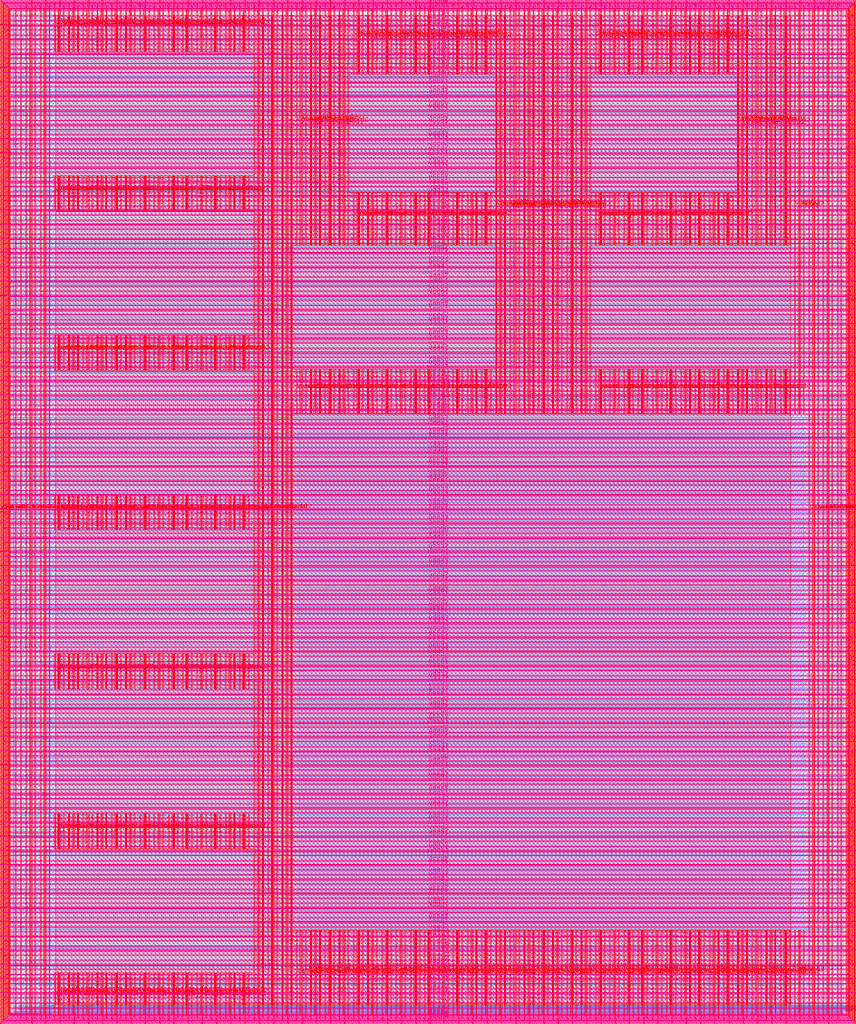
<source format=lef>
VERSION 5.7 ;
  NOWIREEXTENSIONATPIN ON ;
  DIVIDERCHAR "/" ;
  BUSBITCHARS "[]" ;
MACRO user_project_wrapper
  CLASS BLOCK ;
  FOREIGN user_project_wrapper ;
  ORIGIN 0.000 0.000 ;
  SIZE 2920.000 BY 3520.000 ;
  PIN analog_io[0]
    DIRECTION INOUT ;
    USE SIGNAL ;
    PORT
      LAYER met3 ;
        RECT 2917.600 1426.380 2924.800 1427.580 ;
    END
  END analog_io[0]
  PIN analog_io[10]
    DIRECTION INOUT ;
    USE SIGNAL ;
    PORT
      LAYER met2 ;
        RECT 2230.490 3517.600 2231.050 3524.800 ;
    END
  END analog_io[10]
  PIN analog_io[11]
    DIRECTION INOUT ;
    USE SIGNAL ;
    PORT
      LAYER met2 ;
        RECT 1905.730 3517.600 1906.290 3524.800 ;
    END
  END analog_io[11]
  PIN analog_io[12]
    DIRECTION INOUT ;
    USE SIGNAL ;
    PORT
      LAYER met2 ;
        RECT 1581.430 3517.600 1581.990 3524.800 ;
    END
  END analog_io[12]
  PIN analog_io[13]
    DIRECTION INOUT ;
    USE SIGNAL ;
    PORT
      LAYER met2 ;
        RECT 1257.130 3517.600 1257.690 3524.800 ;
    END
  END analog_io[13]
  PIN analog_io[14]
    DIRECTION INOUT ;
    USE SIGNAL ;
    PORT
      LAYER met2 ;
        RECT 932.370 3517.600 932.930 3524.800 ;
    END
  END analog_io[14]
  PIN analog_io[15]
    DIRECTION INOUT ;
    USE SIGNAL ;
    PORT
      LAYER met2 ;
        RECT 608.070 3517.600 608.630 3524.800 ;
    END
  END analog_io[15]
  PIN analog_io[16]
    DIRECTION INOUT ;
    USE SIGNAL ;
    PORT
      LAYER met2 ;
        RECT 283.770 3517.600 284.330 3524.800 ;
    END
  END analog_io[16]
  PIN analog_io[17]
    DIRECTION INOUT ;
    USE SIGNAL ;
    PORT
      LAYER met3 ;
        RECT -4.800 3486.100 2.400 3487.300 ;
    END
  END analog_io[17]
  PIN analog_io[18]
    DIRECTION INOUT ;
    USE SIGNAL ;
    PORT
      LAYER met3 ;
        RECT -4.800 3224.980 2.400 3226.180 ;
    END
  END analog_io[18]
  PIN analog_io[19]
    DIRECTION INOUT ;
    USE SIGNAL ;
    PORT
      LAYER met3 ;
        RECT -4.800 2964.540 2.400 2965.740 ;
    END
  END analog_io[19]
  PIN analog_io[1]
    DIRECTION INOUT ;
    USE SIGNAL ;
    PORT
      LAYER met3 ;
        RECT 2917.600 1692.260 2924.800 1693.460 ;
    END
  END analog_io[1]
  PIN analog_io[20]
    DIRECTION INOUT ;
    USE SIGNAL ;
    PORT
      LAYER met3 ;
        RECT -4.800 2703.420 2.400 2704.620 ;
    END
  END analog_io[20]
  PIN analog_io[21]
    DIRECTION INOUT ;
    USE SIGNAL ;
    PORT
      LAYER met3 ;
        RECT -4.800 2442.980 2.400 2444.180 ;
    END
  END analog_io[21]
  PIN analog_io[22]
    DIRECTION INOUT ;
    USE SIGNAL ;
    PORT
      LAYER met3 ;
        RECT -4.800 2182.540 2.400 2183.740 ;
    END
  END analog_io[22]
  PIN analog_io[23]
    DIRECTION INOUT ;
    USE SIGNAL ;
    PORT
      LAYER met3 ;
        RECT -4.800 1921.420 2.400 1922.620 ;
    END
  END analog_io[23]
  PIN analog_io[24]
    DIRECTION INOUT ;
    USE SIGNAL ;
    PORT
      LAYER met3 ;
        RECT -4.800 1660.980 2.400 1662.180 ;
    END
  END analog_io[24]
  PIN analog_io[25]
    DIRECTION INOUT ;
    USE SIGNAL ;
    PORT
      LAYER met3 ;
        RECT -4.800 1399.860 2.400 1401.060 ;
    END
  END analog_io[25]
  PIN analog_io[26]
    DIRECTION INOUT ;
    USE SIGNAL ;
    PORT
      LAYER met3 ;
        RECT -4.800 1139.420 2.400 1140.620 ;
    END
  END analog_io[26]
  PIN analog_io[27]
    DIRECTION INOUT ;
    USE SIGNAL ;
    PORT
      LAYER met3 ;
        RECT -4.800 878.980 2.400 880.180 ;
    END
  END analog_io[27]
  PIN analog_io[28]
    DIRECTION INOUT ;
    USE SIGNAL ;
    PORT
      LAYER met3 ;
        RECT -4.800 617.860 2.400 619.060 ;
    END
  END analog_io[28]
  PIN analog_io[2]
    DIRECTION INOUT ;
    USE SIGNAL ;
    PORT
      LAYER met3 ;
        RECT 2917.600 1958.140 2924.800 1959.340 ;
    END
  END analog_io[2]
  PIN analog_io[3]
    DIRECTION INOUT ;
    USE SIGNAL ;
    PORT
      LAYER met3 ;
        RECT 2917.600 2223.340 2924.800 2224.540 ;
    END
  END analog_io[3]
  PIN analog_io[4]
    DIRECTION INOUT ;
    USE SIGNAL ;
    PORT
      LAYER met3 ;
        RECT 2917.600 2489.220 2924.800 2490.420 ;
    END
  END analog_io[4]
  PIN analog_io[5]
    DIRECTION INOUT ;
    USE SIGNAL ;
    PORT
      LAYER met3 ;
        RECT 2917.600 2755.100 2924.800 2756.300 ;
    END
  END analog_io[5]
  PIN analog_io[6]
    DIRECTION INOUT ;
    USE SIGNAL ;
    PORT
      LAYER met3 ;
        RECT 2917.600 3020.300 2924.800 3021.500 ;
    END
  END analog_io[6]
  PIN analog_io[7]
    DIRECTION INOUT ;
    USE SIGNAL ;
    PORT
      LAYER met3 ;
        RECT 2917.600 3286.180 2924.800 3287.380 ;
    END
  END analog_io[7]
  PIN analog_io[8]
    DIRECTION INOUT ;
    USE SIGNAL ;
    PORT
      LAYER met2 ;
        RECT 2879.090 3517.600 2879.650 3524.800 ;
    END
  END analog_io[8]
  PIN analog_io[9]
    DIRECTION INOUT ;
    USE SIGNAL ;
    PORT
      LAYER met2 ;
        RECT 2554.790 3517.600 2555.350 3524.800 ;
    END
  END analog_io[9]
  PIN io_in[0]
    DIRECTION INPUT ;
    USE SIGNAL ;
    PORT
      LAYER met3 ;
        RECT 2917.600 32.380 2924.800 33.580 ;
    END
  END io_in[0]
  PIN io_in[10]
    DIRECTION INPUT ;
    USE SIGNAL ;
    PORT
      LAYER met3 ;
        RECT 2917.600 2289.980 2924.800 2291.180 ;
    END
  END io_in[10]
  PIN io_in[11]
    DIRECTION INPUT ;
    USE SIGNAL ;
    PORT
      LAYER met3 ;
        RECT 2917.600 2555.860 2924.800 2557.060 ;
    END
  END io_in[11]
  PIN io_in[12]
    DIRECTION INPUT ;
    USE SIGNAL ;
    PORT
      LAYER met3 ;
        RECT 2917.600 2821.060 2924.800 2822.260 ;
    END
  END io_in[12]
  PIN io_in[13]
    DIRECTION INPUT ;
    USE SIGNAL ;
    PORT
      LAYER met3 ;
        RECT 2917.600 3086.940 2924.800 3088.140 ;
    END
  END io_in[13]
  PIN io_in[14]
    DIRECTION INPUT ;
    USE SIGNAL ;
    PORT
      LAYER met3 ;
        RECT 2917.600 3352.820 2924.800 3354.020 ;
    END
  END io_in[14]
  PIN io_in[15]
    DIRECTION INPUT ;
    USE SIGNAL ;
    PORT
      LAYER met2 ;
        RECT 2798.130 3517.600 2798.690 3524.800 ;
    END
  END io_in[15]
  PIN io_in[16]
    DIRECTION INPUT ;
    USE SIGNAL ;
    PORT
      LAYER met2 ;
        RECT 2473.830 3517.600 2474.390 3524.800 ;
    END
  END io_in[16]
  PIN io_in[17]
    DIRECTION INPUT ;
    USE SIGNAL ;
    PORT
      LAYER met2 ;
        RECT 2149.070 3517.600 2149.630 3524.800 ;
    END
  END io_in[17]
  PIN io_in[18]
    DIRECTION INPUT ;
    USE SIGNAL ;
    PORT
      LAYER met2 ;
        RECT 1824.770 3517.600 1825.330 3524.800 ;
    END
  END io_in[18]
  PIN io_in[19]
    DIRECTION INPUT ;
    USE SIGNAL ;
    PORT
      LAYER met2 ;
        RECT 1500.470 3517.600 1501.030 3524.800 ;
    END
  END io_in[19]
  PIN io_in[1]
    DIRECTION INPUT ;
    USE SIGNAL ;
    PORT
      LAYER met3 ;
        RECT 2917.600 230.940 2924.800 232.140 ;
    END
  END io_in[1]
  PIN io_in[20]
    DIRECTION INPUT ;
    USE SIGNAL ;
    PORT
      LAYER met2 ;
        RECT 1175.710 3517.600 1176.270 3524.800 ;
    END
  END io_in[20]
  PIN io_in[21]
    DIRECTION INPUT ;
    USE SIGNAL ;
    PORT
      LAYER met2 ;
        RECT 851.410 3517.600 851.970 3524.800 ;
    END
  END io_in[21]
  PIN io_in[22]
    DIRECTION INPUT ;
    USE SIGNAL ;
    PORT
      LAYER met2 ;
        RECT 527.110 3517.600 527.670 3524.800 ;
    END
  END io_in[22]
  PIN io_in[23]
    DIRECTION INPUT ;
    USE SIGNAL ;
    PORT
      LAYER met2 ;
        RECT 202.350 3517.600 202.910 3524.800 ;
    END
  END io_in[23]
  PIN io_in[24]
    DIRECTION INPUT ;
    USE SIGNAL ;
    PORT
      LAYER met3 ;
        RECT -4.800 3420.820 2.400 3422.020 ;
    END
  END io_in[24]
  PIN io_in[25]
    DIRECTION INPUT ;
    USE SIGNAL ;
    PORT
      LAYER met3 ;
        RECT -4.800 3159.700 2.400 3160.900 ;
    END
  END io_in[25]
  PIN io_in[26]
    DIRECTION INPUT ;
    USE SIGNAL ;
    PORT
      LAYER met3 ;
        RECT -4.800 2899.260 2.400 2900.460 ;
    END
  END io_in[26]
  PIN io_in[27]
    DIRECTION INPUT ;
    USE SIGNAL ;
    PORT
      LAYER met3 ;
        RECT -4.800 2638.820 2.400 2640.020 ;
    END
  END io_in[27]
  PIN io_in[28]
    DIRECTION INPUT ;
    USE SIGNAL ;
    PORT
      LAYER met3 ;
        RECT -4.800 2377.700 2.400 2378.900 ;
    END
  END io_in[28]
  PIN io_in[29]
    DIRECTION INPUT ;
    USE SIGNAL ;
    PORT
      LAYER met3 ;
        RECT -4.800 2117.260 2.400 2118.460 ;
    END
  END io_in[29]
  PIN io_in[2]
    DIRECTION INPUT ;
    USE SIGNAL ;
    PORT
      LAYER met3 ;
        RECT 2917.600 430.180 2924.800 431.380 ;
    END
  END io_in[2]
  PIN io_in[30]
    DIRECTION INPUT ;
    USE SIGNAL ;
    PORT
      LAYER met3 ;
        RECT -4.800 1856.140 2.400 1857.340 ;
    END
  END io_in[30]
  PIN io_in[31]
    DIRECTION INPUT ;
    USE SIGNAL ;
    PORT
      LAYER met3 ;
        RECT -4.800 1595.700 2.400 1596.900 ;
    END
  END io_in[31]
  PIN io_in[32]
    DIRECTION INPUT ;
    USE SIGNAL ;
    PORT
      LAYER met3 ;
        RECT -4.800 1335.260 2.400 1336.460 ;
    END
  END io_in[32]
  PIN io_in[33]
    DIRECTION INPUT ;
    USE SIGNAL ;
    PORT
      LAYER met3 ;
        RECT -4.800 1074.140 2.400 1075.340 ;
    END
  END io_in[33]
  PIN io_in[34]
    DIRECTION INPUT ;
    USE SIGNAL ;
    PORT
      LAYER met3 ;
        RECT -4.800 813.700 2.400 814.900 ;
    END
  END io_in[34]
  PIN io_in[35]
    DIRECTION INPUT ;
    USE SIGNAL ;
    PORT
      LAYER met3 ;
        RECT -4.800 552.580 2.400 553.780 ;
    END
  END io_in[35]
  PIN io_in[36]
    DIRECTION INPUT ;
    USE SIGNAL ;
    PORT
      LAYER met3 ;
        RECT -4.800 357.420 2.400 358.620 ;
    END
  END io_in[36]
  PIN io_in[37]
    DIRECTION INPUT ;
    USE SIGNAL ;
    PORT
      LAYER met3 ;
        RECT -4.800 161.580 2.400 162.780 ;
    END
  END io_in[37]
  PIN io_in[3]
    DIRECTION INPUT ;
    USE SIGNAL ;
    PORT
      LAYER met3 ;
        RECT 2917.600 629.420 2924.800 630.620 ;
    END
  END io_in[3]
  PIN io_in[4]
    DIRECTION INPUT ;
    USE SIGNAL ;
    PORT
      LAYER met3 ;
        RECT 2917.600 828.660 2924.800 829.860 ;
    END
  END io_in[4]
  PIN io_in[5]
    DIRECTION INPUT ;
    USE SIGNAL ;
    PORT
      LAYER met3 ;
        RECT 2917.600 1027.900 2924.800 1029.100 ;
    END
  END io_in[5]
  PIN io_in[6]
    DIRECTION INPUT ;
    USE SIGNAL ;
    PORT
      LAYER met3 ;
        RECT 2917.600 1227.140 2924.800 1228.340 ;
    END
  END io_in[6]
  PIN io_in[7]
    DIRECTION INPUT ;
    USE SIGNAL ;
    PORT
      LAYER met3 ;
        RECT 2917.600 1493.020 2924.800 1494.220 ;
    END
  END io_in[7]
  PIN io_in[8]
    DIRECTION INPUT ;
    USE SIGNAL ;
    PORT
      LAYER met3 ;
        RECT 2917.600 1758.900 2924.800 1760.100 ;
    END
  END io_in[8]
  PIN io_in[9]
    DIRECTION INPUT ;
    USE SIGNAL ;
    PORT
      LAYER met3 ;
        RECT 2917.600 2024.100 2924.800 2025.300 ;
    END
  END io_in[9]
  PIN io_oeb[0]
    DIRECTION OUTPUT TRISTATE ;
    USE SIGNAL ;
    PORT
      LAYER met3 ;
        RECT 2917.600 164.980 2924.800 166.180 ;
    END
  END io_oeb[0]
  PIN io_oeb[10]
    DIRECTION OUTPUT TRISTATE ;
    USE SIGNAL ;
    PORT
      LAYER met3 ;
        RECT 2917.600 2422.580 2924.800 2423.780 ;
    END
  END io_oeb[10]
  PIN io_oeb[11]
    DIRECTION OUTPUT TRISTATE ;
    USE SIGNAL ;
    PORT
      LAYER met3 ;
        RECT 2917.600 2688.460 2924.800 2689.660 ;
    END
  END io_oeb[11]
  PIN io_oeb[12]
    DIRECTION OUTPUT TRISTATE ;
    USE SIGNAL ;
    PORT
      LAYER met3 ;
        RECT 2917.600 2954.340 2924.800 2955.540 ;
    END
  END io_oeb[12]
  PIN io_oeb[13]
    DIRECTION OUTPUT TRISTATE ;
    USE SIGNAL ;
    PORT
      LAYER met3 ;
        RECT 2917.600 3219.540 2924.800 3220.740 ;
    END
  END io_oeb[13]
  PIN io_oeb[14]
    DIRECTION OUTPUT TRISTATE ;
    USE SIGNAL ;
    PORT
      LAYER met3 ;
        RECT 2917.600 3485.420 2924.800 3486.620 ;
    END
  END io_oeb[14]
  PIN io_oeb[15]
    DIRECTION OUTPUT TRISTATE ;
    USE SIGNAL ;
    PORT
      LAYER met2 ;
        RECT 2635.750 3517.600 2636.310 3524.800 ;
    END
  END io_oeb[15]
  PIN io_oeb[16]
    DIRECTION OUTPUT TRISTATE ;
    USE SIGNAL ;
    PORT
      LAYER met2 ;
        RECT 2311.450 3517.600 2312.010 3524.800 ;
    END
  END io_oeb[16]
  PIN io_oeb[17]
    DIRECTION OUTPUT TRISTATE ;
    USE SIGNAL ;
    PORT
      LAYER met2 ;
        RECT 1987.150 3517.600 1987.710 3524.800 ;
    END
  END io_oeb[17]
  PIN io_oeb[18]
    DIRECTION OUTPUT TRISTATE ;
    USE SIGNAL ;
    PORT
      LAYER met2 ;
        RECT 1662.390 3517.600 1662.950 3524.800 ;
    END
  END io_oeb[18]
  PIN io_oeb[19]
    DIRECTION OUTPUT TRISTATE ;
    USE SIGNAL ;
    PORT
      LAYER met2 ;
        RECT 1338.090 3517.600 1338.650 3524.800 ;
    END
  END io_oeb[19]
  PIN io_oeb[1]
    DIRECTION OUTPUT TRISTATE ;
    USE SIGNAL ;
    PORT
      LAYER met3 ;
        RECT 2917.600 364.220 2924.800 365.420 ;
    END
  END io_oeb[1]
  PIN io_oeb[20]
    DIRECTION OUTPUT TRISTATE ;
    USE SIGNAL ;
    PORT
      LAYER met2 ;
        RECT 1013.790 3517.600 1014.350 3524.800 ;
    END
  END io_oeb[20]
  PIN io_oeb[21]
    DIRECTION OUTPUT TRISTATE ;
    USE SIGNAL ;
    PORT
      LAYER met2 ;
        RECT 689.030 3517.600 689.590 3524.800 ;
    END
  END io_oeb[21]
  PIN io_oeb[22]
    DIRECTION OUTPUT TRISTATE ;
    USE SIGNAL ;
    PORT
      LAYER met2 ;
        RECT 364.730 3517.600 365.290 3524.800 ;
    END
  END io_oeb[22]
  PIN io_oeb[23]
    DIRECTION OUTPUT TRISTATE ;
    USE SIGNAL ;
    PORT
      LAYER met2 ;
        RECT 40.430 3517.600 40.990 3524.800 ;
    END
  END io_oeb[23]
  PIN io_oeb[24]
    DIRECTION OUTPUT TRISTATE ;
    USE SIGNAL ;
    PORT
      LAYER met3 ;
        RECT -4.800 3290.260 2.400 3291.460 ;
    END
  END io_oeb[24]
  PIN io_oeb[25]
    DIRECTION OUTPUT TRISTATE ;
    USE SIGNAL ;
    PORT
      LAYER met3 ;
        RECT -4.800 3029.820 2.400 3031.020 ;
    END
  END io_oeb[25]
  PIN io_oeb[26]
    DIRECTION OUTPUT TRISTATE ;
    USE SIGNAL ;
    PORT
      LAYER met3 ;
        RECT -4.800 2768.700 2.400 2769.900 ;
    END
  END io_oeb[26]
  PIN io_oeb[27]
    DIRECTION OUTPUT TRISTATE ;
    USE SIGNAL ;
    PORT
      LAYER met3 ;
        RECT -4.800 2508.260 2.400 2509.460 ;
    END
  END io_oeb[27]
  PIN io_oeb[28]
    DIRECTION OUTPUT TRISTATE ;
    USE SIGNAL ;
    PORT
      LAYER met3 ;
        RECT -4.800 2247.140 2.400 2248.340 ;
    END
  END io_oeb[28]
  PIN io_oeb[29]
    DIRECTION OUTPUT TRISTATE ;
    USE SIGNAL ;
    PORT
      LAYER met3 ;
        RECT -4.800 1986.700 2.400 1987.900 ;
    END
  END io_oeb[29]
  PIN io_oeb[2]
    DIRECTION OUTPUT TRISTATE ;
    USE SIGNAL ;
    PORT
      LAYER met3 ;
        RECT 2917.600 563.460 2924.800 564.660 ;
    END
  END io_oeb[2]
  PIN io_oeb[30]
    DIRECTION OUTPUT TRISTATE ;
    USE SIGNAL ;
    PORT
      LAYER met3 ;
        RECT -4.800 1726.260 2.400 1727.460 ;
    END
  END io_oeb[30]
  PIN io_oeb[31]
    DIRECTION OUTPUT TRISTATE ;
    USE SIGNAL ;
    PORT
      LAYER met3 ;
        RECT -4.800 1465.140 2.400 1466.340 ;
    END
  END io_oeb[31]
  PIN io_oeb[32]
    DIRECTION OUTPUT TRISTATE ;
    USE SIGNAL ;
    PORT
      LAYER met3 ;
        RECT -4.800 1204.700 2.400 1205.900 ;
    END
  END io_oeb[32]
  PIN io_oeb[33]
    DIRECTION OUTPUT TRISTATE ;
    USE SIGNAL ;
    PORT
      LAYER met3 ;
        RECT -4.800 943.580 2.400 944.780 ;
    END
  END io_oeb[33]
  PIN io_oeb[34]
    DIRECTION OUTPUT TRISTATE ;
    USE SIGNAL ;
    PORT
      LAYER met3 ;
        RECT -4.800 683.140 2.400 684.340 ;
    END
  END io_oeb[34]
  PIN io_oeb[35]
    DIRECTION OUTPUT TRISTATE ;
    USE SIGNAL ;
    PORT
      LAYER met3 ;
        RECT -4.800 422.700 2.400 423.900 ;
    END
  END io_oeb[35]
  PIN io_oeb[36]
    DIRECTION OUTPUT TRISTATE ;
    USE SIGNAL ;
    PORT
      LAYER met3 ;
        RECT -4.800 226.860 2.400 228.060 ;
    END
  END io_oeb[36]
  PIN io_oeb[37]
    DIRECTION OUTPUT TRISTATE ;
    USE SIGNAL ;
    PORT
      LAYER met3 ;
        RECT -4.800 31.700 2.400 32.900 ;
    END
  END io_oeb[37]
  PIN io_oeb[3]
    DIRECTION OUTPUT TRISTATE ;
    USE SIGNAL ;
    PORT
      LAYER met3 ;
        RECT 2917.600 762.700 2924.800 763.900 ;
    END
  END io_oeb[3]
  PIN io_oeb[4]
    DIRECTION OUTPUT TRISTATE ;
    USE SIGNAL ;
    PORT
      LAYER met3 ;
        RECT 2917.600 961.940 2924.800 963.140 ;
    END
  END io_oeb[4]
  PIN io_oeb[5]
    DIRECTION OUTPUT TRISTATE ;
    USE SIGNAL ;
    PORT
      LAYER met3 ;
        RECT 2917.600 1161.180 2924.800 1162.380 ;
    END
  END io_oeb[5]
  PIN io_oeb[6]
    DIRECTION OUTPUT TRISTATE ;
    USE SIGNAL ;
    PORT
      LAYER met3 ;
        RECT 2917.600 1360.420 2924.800 1361.620 ;
    END
  END io_oeb[6]
  PIN io_oeb[7]
    DIRECTION OUTPUT TRISTATE ;
    USE SIGNAL ;
    PORT
      LAYER met3 ;
        RECT 2917.600 1625.620 2924.800 1626.820 ;
    END
  END io_oeb[7]
  PIN io_oeb[8]
    DIRECTION OUTPUT TRISTATE ;
    USE SIGNAL ;
    PORT
      LAYER met3 ;
        RECT 2917.600 1891.500 2924.800 1892.700 ;
    END
  END io_oeb[8]
  PIN io_oeb[9]
    DIRECTION OUTPUT TRISTATE ;
    USE SIGNAL ;
    PORT
      LAYER met3 ;
        RECT 2917.600 2157.380 2924.800 2158.580 ;
    END
  END io_oeb[9]
  PIN io_out[0]
    DIRECTION OUTPUT TRISTATE ;
    USE SIGNAL ;
    PORT
      LAYER met3 ;
        RECT 2917.600 98.340 2924.800 99.540 ;
    END
  END io_out[0]
  PIN io_out[10]
    DIRECTION OUTPUT TRISTATE ;
    USE SIGNAL ;
    PORT
      LAYER met3 ;
        RECT 2917.600 2356.620 2924.800 2357.820 ;
    END
  END io_out[10]
  PIN io_out[11]
    DIRECTION OUTPUT TRISTATE ;
    USE SIGNAL ;
    PORT
      LAYER met3 ;
        RECT 2917.600 2621.820 2924.800 2623.020 ;
    END
  END io_out[11]
  PIN io_out[12]
    DIRECTION OUTPUT TRISTATE ;
    USE SIGNAL ;
    PORT
      LAYER met3 ;
        RECT 2917.600 2887.700 2924.800 2888.900 ;
    END
  END io_out[12]
  PIN io_out[13]
    DIRECTION OUTPUT TRISTATE ;
    USE SIGNAL ;
    PORT
      LAYER met3 ;
        RECT 2917.600 3153.580 2924.800 3154.780 ;
    END
  END io_out[13]
  PIN io_out[14]
    DIRECTION OUTPUT TRISTATE ;
    USE SIGNAL ;
    PORT
      LAYER met3 ;
        RECT 2917.600 3418.780 2924.800 3419.980 ;
    END
  END io_out[14]
  PIN io_out[15]
    DIRECTION OUTPUT TRISTATE ;
    USE SIGNAL ;
    PORT
      LAYER met2 ;
        RECT 2717.170 3517.600 2717.730 3524.800 ;
    END
  END io_out[15]
  PIN io_out[16]
    DIRECTION OUTPUT TRISTATE ;
    USE SIGNAL ;
    PORT
      LAYER met2 ;
        RECT 2392.410 3517.600 2392.970 3524.800 ;
    END
  END io_out[16]
  PIN io_out[17]
    DIRECTION OUTPUT TRISTATE ;
    USE SIGNAL ;
    PORT
      LAYER met2 ;
        RECT 2068.110 3517.600 2068.670 3524.800 ;
    END
  END io_out[17]
  PIN io_out[18]
    DIRECTION OUTPUT TRISTATE ;
    USE SIGNAL ;
    PORT
      LAYER met2 ;
        RECT 1743.810 3517.600 1744.370 3524.800 ;
    END
  END io_out[18]
  PIN io_out[19]
    DIRECTION OUTPUT TRISTATE ;
    USE SIGNAL ;
    PORT
      LAYER met2 ;
        RECT 1419.050 3517.600 1419.610 3524.800 ;
    END
  END io_out[19]
  PIN io_out[1]
    DIRECTION OUTPUT TRISTATE ;
    USE SIGNAL ;
    PORT
      LAYER met3 ;
        RECT 2917.600 297.580 2924.800 298.780 ;
    END
  END io_out[1]
  PIN io_out[20]
    DIRECTION OUTPUT TRISTATE ;
    USE SIGNAL ;
    PORT
      LAYER met2 ;
        RECT 1094.750 3517.600 1095.310 3524.800 ;
    END
  END io_out[20]
  PIN io_out[21]
    DIRECTION OUTPUT TRISTATE ;
    USE SIGNAL ;
    PORT
      LAYER met2 ;
        RECT 770.450 3517.600 771.010 3524.800 ;
    END
  END io_out[21]
  PIN io_out[22]
    DIRECTION OUTPUT TRISTATE ;
    USE SIGNAL ;
    PORT
      LAYER met2 ;
        RECT 445.690 3517.600 446.250 3524.800 ;
    END
  END io_out[22]
  PIN io_out[23]
    DIRECTION OUTPUT TRISTATE ;
    USE SIGNAL ;
    PORT
      LAYER met2 ;
        RECT 121.390 3517.600 121.950 3524.800 ;
    END
  END io_out[23]
  PIN io_out[24]
    DIRECTION OUTPUT TRISTATE ;
    USE SIGNAL ;
    PORT
      LAYER met3 ;
        RECT -4.800 3355.540 2.400 3356.740 ;
    END
  END io_out[24]
  PIN io_out[25]
    DIRECTION OUTPUT TRISTATE ;
    USE SIGNAL ;
    PORT
      LAYER met3 ;
        RECT -4.800 3095.100 2.400 3096.300 ;
    END
  END io_out[25]
  PIN io_out[26]
    DIRECTION OUTPUT TRISTATE ;
    USE SIGNAL ;
    PORT
      LAYER met3 ;
        RECT -4.800 2833.980 2.400 2835.180 ;
    END
  END io_out[26]
  PIN io_out[27]
    DIRECTION OUTPUT TRISTATE ;
    USE SIGNAL ;
    PORT
      LAYER met3 ;
        RECT -4.800 2573.540 2.400 2574.740 ;
    END
  END io_out[27]
  PIN io_out[28]
    DIRECTION OUTPUT TRISTATE ;
    USE SIGNAL ;
    PORT
      LAYER met3 ;
        RECT -4.800 2312.420 2.400 2313.620 ;
    END
  END io_out[28]
  PIN io_out[29]
    DIRECTION OUTPUT TRISTATE ;
    USE SIGNAL ;
    PORT
      LAYER met3 ;
        RECT -4.800 2051.980 2.400 2053.180 ;
    END
  END io_out[29]
  PIN io_out[2]
    DIRECTION OUTPUT TRISTATE ;
    USE SIGNAL ;
    PORT
      LAYER met3 ;
        RECT 2917.600 496.820 2924.800 498.020 ;
    END
  END io_out[2]
  PIN io_out[30]
    DIRECTION OUTPUT TRISTATE ;
    USE SIGNAL ;
    PORT
      LAYER met3 ;
        RECT -4.800 1791.540 2.400 1792.740 ;
    END
  END io_out[30]
  PIN io_out[31]
    DIRECTION OUTPUT TRISTATE ;
    USE SIGNAL ;
    PORT
      LAYER met3 ;
        RECT -4.800 1530.420 2.400 1531.620 ;
    END
  END io_out[31]
  PIN io_out[32]
    DIRECTION OUTPUT TRISTATE ;
    USE SIGNAL ;
    PORT
      LAYER met3 ;
        RECT -4.800 1269.980 2.400 1271.180 ;
    END
  END io_out[32]
  PIN io_out[33]
    DIRECTION OUTPUT TRISTATE ;
    USE SIGNAL ;
    PORT
      LAYER met3 ;
        RECT -4.800 1008.860 2.400 1010.060 ;
    END
  END io_out[33]
  PIN io_out[34]
    DIRECTION OUTPUT TRISTATE ;
    USE SIGNAL ;
    PORT
      LAYER met3 ;
        RECT -4.800 748.420 2.400 749.620 ;
    END
  END io_out[34]
  PIN io_out[35]
    DIRECTION OUTPUT TRISTATE ;
    USE SIGNAL ;
    PORT
      LAYER met3 ;
        RECT -4.800 487.300 2.400 488.500 ;
    END
  END io_out[35]
  PIN io_out[36]
    DIRECTION OUTPUT TRISTATE ;
    USE SIGNAL ;
    PORT
      LAYER met3 ;
        RECT -4.800 292.140 2.400 293.340 ;
    END
  END io_out[36]
  PIN io_out[37]
    DIRECTION OUTPUT TRISTATE ;
    USE SIGNAL ;
    PORT
      LAYER met3 ;
        RECT -4.800 96.300 2.400 97.500 ;
    END
  END io_out[37]
  PIN io_out[3]
    DIRECTION OUTPUT TRISTATE ;
    USE SIGNAL ;
    PORT
      LAYER met3 ;
        RECT 2917.600 696.060 2924.800 697.260 ;
    END
  END io_out[3]
  PIN io_out[4]
    DIRECTION OUTPUT TRISTATE ;
    USE SIGNAL ;
    PORT
      LAYER met3 ;
        RECT 2917.600 895.300 2924.800 896.500 ;
    END
  END io_out[4]
  PIN io_out[5]
    DIRECTION OUTPUT TRISTATE ;
    USE SIGNAL ;
    PORT
      LAYER met3 ;
        RECT 2917.600 1094.540 2924.800 1095.740 ;
    END
  END io_out[5]
  PIN io_out[6]
    DIRECTION OUTPUT TRISTATE ;
    USE SIGNAL ;
    PORT
      LAYER met3 ;
        RECT 2917.600 1293.780 2924.800 1294.980 ;
    END
  END io_out[6]
  PIN io_out[7]
    DIRECTION OUTPUT TRISTATE ;
    USE SIGNAL ;
    PORT
      LAYER met3 ;
        RECT 2917.600 1559.660 2924.800 1560.860 ;
    END
  END io_out[7]
  PIN io_out[8]
    DIRECTION OUTPUT TRISTATE ;
    USE SIGNAL ;
    PORT
      LAYER met3 ;
        RECT 2917.600 1824.860 2924.800 1826.060 ;
    END
  END io_out[8]
  PIN io_out[9]
    DIRECTION OUTPUT TRISTATE ;
    USE SIGNAL ;
    PORT
      LAYER met3 ;
        RECT 2917.600 2090.740 2924.800 2091.940 ;
    END
  END io_out[9]
  PIN la_data_in[0]
    DIRECTION INPUT ;
    USE SIGNAL ;
    PORT
      LAYER met2 ;
        RECT 629.230 -4.800 629.790 2.400 ;
    END
  END la_data_in[0]
  PIN la_data_in[100]
    DIRECTION INPUT ;
    USE SIGNAL ;
    PORT
      LAYER met2 ;
        RECT 2402.530 -4.800 2403.090 2.400 ;
    END
  END la_data_in[100]
  PIN la_data_in[101]
    DIRECTION INPUT ;
    USE SIGNAL ;
    PORT
      LAYER met2 ;
        RECT 2420.010 -4.800 2420.570 2.400 ;
    END
  END la_data_in[101]
  PIN la_data_in[102]
    DIRECTION INPUT ;
    USE SIGNAL ;
    PORT
      LAYER met2 ;
        RECT 2437.950 -4.800 2438.510 2.400 ;
    END
  END la_data_in[102]
  PIN la_data_in[103]
    DIRECTION INPUT ;
    USE SIGNAL ;
    PORT
      LAYER met2 ;
        RECT 2455.430 -4.800 2455.990 2.400 ;
    END
  END la_data_in[103]
  PIN la_data_in[104]
    DIRECTION INPUT ;
    USE SIGNAL ;
    PORT
      LAYER met2 ;
        RECT 2473.370 -4.800 2473.930 2.400 ;
    END
  END la_data_in[104]
  PIN la_data_in[105]
    DIRECTION INPUT ;
    USE SIGNAL ;
    PORT
      LAYER met2 ;
        RECT 2490.850 -4.800 2491.410 2.400 ;
    END
  END la_data_in[105]
  PIN la_data_in[106]
    DIRECTION INPUT ;
    USE SIGNAL ;
    PORT
      LAYER met2 ;
        RECT 2508.790 -4.800 2509.350 2.400 ;
    END
  END la_data_in[106]
  PIN la_data_in[107]
    DIRECTION INPUT ;
    USE SIGNAL ;
    PORT
      LAYER met2 ;
        RECT 2526.730 -4.800 2527.290 2.400 ;
    END
  END la_data_in[107]
  PIN la_data_in[108]
    DIRECTION INPUT ;
    USE SIGNAL ;
    PORT
      LAYER met2 ;
        RECT 2544.210 -4.800 2544.770 2.400 ;
    END
  END la_data_in[108]
  PIN la_data_in[109]
    DIRECTION INPUT ;
    USE SIGNAL ;
    PORT
      LAYER met2 ;
        RECT 2562.150 -4.800 2562.710 2.400 ;
    END
  END la_data_in[109]
  PIN la_data_in[10]
    DIRECTION INPUT ;
    USE SIGNAL ;
    PORT
      LAYER met2 ;
        RECT 806.330 -4.800 806.890 2.400 ;
    END
  END la_data_in[10]
  PIN la_data_in[110]
    DIRECTION INPUT ;
    USE SIGNAL ;
    PORT
      LAYER met2 ;
        RECT 2579.630 -4.800 2580.190 2.400 ;
    END
  END la_data_in[110]
  PIN la_data_in[111]
    DIRECTION INPUT ;
    USE SIGNAL ;
    PORT
      LAYER met2 ;
        RECT 2597.570 -4.800 2598.130 2.400 ;
    END
  END la_data_in[111]
  PIN la_data_in[112]
    DIRECTION INPUT ;
    USE SIGNAL ;
    PORT
      LAYER met2 ;
        RECT 2615.050 -4.800 2615.610 2.400 ;
    END
  END la_data_in[112]
  PIN la_data_in[113]
    DIRECTION INPUT ;
    USE SIGNAL ;
    PORT
      LAYER met2 ;
        RECT 2632.990 -4.800 2633.550 2.400 ;
    END
  END la_data_in[113]
  PIN la_data_in[114]
    DIRECTION INPUT ;
    USE SIGNAL ;
    PORT
      LAYER met2 ;
        RECT 2650.470 -4.800 2651.030 2.400 ;
    END
  END la_data_in[114]
  PIN la_data_in[115]
    DIRECTION INPUT ;
    USE SIGNAL ;
    PORT
      LAYER met2 ;
        RECT 2668.410 -4.800 2668.970 2.400 ;
    END
  END la_data_in[115]
  PIN la_data_in[116]
    DIRECTION INPUT ;
    USE SIGNAL ;
    PORT
      LAYER met2 ;
        RECT 2685.890 -4.800 2686.450 2.400 ;
    END
  END la_data_in[116]
  PIN la_data_in[117]
    DIRECTION INPUT ;
    USE SIGNAL ;
    PORT
      LAYER met2 ;
        RECT 2703.830 -4.800 2704.390 2.400 ;
    END
  END la_data_in[117]
  PIN la_data_in[118]
    DIRECTION INPUT ;
    USE SIGNAL ;
    PORT
      LAYER met2 ;
        RECT 2721.770 -4.800 2722.330 2.400 ;
    END
  END la_data_in[118]
  PIN la_data_in[119]
    DIRECTION INPUT ;
    USE SIGNAL ;
    PORT
      LAYER met2 ;
        RECT 2739.250 -4.800 2739.810 2.400 ;
    END
  END la_data_in[119]
  PIN la_data_in[11]
    DIRECTION INPUT ;
    USE SIGNAL ;
    PORT
      LAYER met2 ;
        RECT 824.270 -4.800 824.830 2.400 ;
    END
  END la_data_in[11]
  PIN la_data_in[120]
    DIRECTION INPUT ;
    USE SIGNAL ;
    PORT
      LAYER met2 ;
        RECT 2757.190 -4.800 2757.750 2.400 ;
    END
  END la_data_in[120]
  PIN la_data_in[121]
    DIRECTION INPUT ;
    USE SIGNAL ;
    PORT
      LAYER met2 ;
        RECT 2774.670 -4.800 2775.230 2.400 ;
    END
  END la_data_in[121]
  PIN la_data_in[122]
    DIRECTION INPUT ;
    USE SIGNAL ;
    PORT
      LAYER met2 ;
        RECT 2792.610 -4.800 2793.170 2.400 ;
    END
  END la_data_in[122]
  PIN la_data_in[123]
    DIRECTION INPUT ;
    USE SIGNAL ;
    PORT
      LAYER met2 ;
        RECT 2810.090 -4.800 2810.650 2.400 ;
    END
  END la_data_in[123]
  PIN la_data_in[124]
    DIRECTION INPUT ;
    USE SIGNAL ;
    PORT
      LAYER met2 ;
        RECT 2828.030 -4.800 2828.590 2.400 ;
    END
  END la_data_in[124]
  PIN la_data_in[125]
    DIRECTION INPUT ;
    USE SIGNAL ;
    PORT
      LAYER met2 ;
        RECT 2845.510 -4.800 2846.070 2.400 ;
    END
  END la_data_in[125]
  PIN la_data_in[126]
    DIRECTION INPUT ;
    USE SIGNAL ;
    PORT
      LAYER met2 ;
        RECT 2863.450 -4.800 2864.010 2.400 ;
    END
  END la_data_in[126]
  PIN la_data_in[127]
    DIRECTION INPUT ;
    USE SIGNAL ;
    PORT
      LAYER met2 ;
        RECT 2881.390 -4.800 2881.950 2.400 ;
    END
  END la_data_in[127]
  PIN la_data_in[12]
    DIRECTION INPUT ;
    USE SIGNAL ;
    PORT
      LAYER met2 ;
        RECT 841.750 -4.800 842.310 2.400 ;
    END
  END la_data_in[12]
  PIN la_data_in[13]
    DIRECTION INPUT ;
    USE SIGNAL ;
    PORT
      LAYER met2 ;
        RECT 859.690 -4.800 860.250 2.400 ;
    END
  END la_data_in[13]
  PIN la_data_in[14]
    DIRECTION INPUT ;
    USE SIGNAL ;
    PORT
      LAYER met2 ;
        RECT 877.170 -4.800 877.730 2.400 ;
    END
  END la_data_in[14]
  PIN la_data_in[15]
    DIRECTION INPUT ;
    USE SIGNAL ;
    PORT
      LAYER met2 ;
        RECT 895.110 -4.800 895.670 2.400 ;
    END
  END la_data_in[15]
  PIN la_data_in[16]
    DIRECTION INPUT ;
    USE SIGNAL ;
    PORT
      LAYER met2 ;
        RECT 912.590 -4.800 913.150 2.400 ;
    END
  END la_data_in[16]
  PIN la_data_in[17]
    DIRECTION INPUT ;
    USE SIGNAL ;
    PORT
      LAYER met2 ;
        RECT 930.530 -4.800 931.090 2.400 ;
    END
  END la_data_in[17]
  PIN la_data_in[18]
    DIRECTION INPUT ;
    USE SIGNAL ;
    PORT
      LAYER met2 ;
        RECT 948.470 -4.800 949.030 2.400 ;
    END
  END la_data_in[18]
  PIN la_data_in[19]
    DIRECTION INPUT ;
    USE SIGNAL ;
    PORT
      LAYER met2 ;
        RECT 965.950 -4.800 966.510 2.400 ;
    END
  END la_data_in[19]
  PIN la_data_in[1]
    DIRECTION INPUT ;
    USE SIGNAL ;
    PORT
      LAYER met2 ;
        RECT 646.710 -4.800 647.270 2.400 ;
    END
  END la_data_in[1]
  PIN la_data_in[20]
    DIRECTION INPUT ;
    USE SIGNAL ;
    PORT
      LAYER met2 ;
        RECT 983.890 -4.800 984.450 2.400 ;
    END
  END la_data_in[20]
  PIN la_data_in[21]
    DIRECTION INPUT ;
    USE SIGNAL ;
    PORT
      LAYER met2 ;
        RECT 1001.370 -4.800 1001.930 2.400 ;
    END
  END la_data_in[21]
  PIN la_data_in[22]
    DIRECTION INPUT ;
    USE SIGNAL ;
    PORT
      LAYER met2 ;
        RECT 1019.310 -4.800 1019.870 2.400 ;
    END
  END la_data_in[22]
  PIN la_data_in[23]
    DIRECTION INPUT ;
    USE SIGNAL ;
    PORT
      LAYER met2 ;
        RECT 1036.790 -4.800 1037.350 2.400 ;
    END
  END la_data_in[23]
  PIN la_data_in[24]
    DIRECTION INPUT ;
    USE SIGNAL ;
    PORT
      LAYER met2 ;
        RECT 1054.730 -4.800 1055.290 2.400 ;
    END
  END la_data_in[24]
  PIN la_data_in[25]
    DIRECTION INPUT ;
    USE SIGNAL ;
    PORT
      LAYER met2 ;
        RECT 1072.210 -4.800 1072.770 2.400 ;
    END
  END la_data_in[25]
  PIN la_data_in[26]
    DIRECTION INPUT ;
    USE SIGNAL ;
    PORT
      LAYER met2 ;
        RECT 1090.150 -4.800 1090.710 2.400 ;
    END
  END la_data_in[26]
  PIN la_data_in[27]
    DIRECTION INPUT ;
    USE SIGNAL ;
    PORT
      LAYER met2 ;
        RECT 1107.630 -4.800 1108.190 2.400 ;
    END
  END la_data_in[27]
  PIN la_data_in[28]
    DIRECTION INPUT ;
    USE SIGNAL ;
    PORT
      LAYER met2 ;
        RECT 1125.570 -4.800 1126.130 2.400 ;
    END
  END la_data_in[28]
  PIN la_data_in[29]
    DIRECTION INPUT ;
    USE SIGNAL ;
    PORT
      LAYER met2 ;
        RECT 1143.510 -4.800 1144.070 2.400 ;
    END
  END la_data_in[29]
  PIN la_data_in[2]
    DIRECTION INPUT ;
    USE SIGNAL ;
    PORT
      LAYER met2 ;
        RECT 664.650 -4.800 665.210 2.400 ;
    END
  END la_data_in[2]
  PIN la_data_in[30]
    DIRECTION INPUT ;
    USE SIGNAL ;
    PORT
      LAYER met2 ;
        RECT 1160.990 -4.800 1161.550 2.400 ;
    END
  END la_data_in[30]
  PIN la_data_in[31]
    DIRECTION INPUT ;
    USE SIGNAL ;
    PORT
      LAYER met2 ;
        RECT 1178.930 -4.800 1179.490 2.400 ;
    END
  END la_data_in[31]
  PIN la_data_in[32]
    DIRECTION INPUT ;
    USE SIGNAL ;
    PORT
      LAYER met2 ;
        RECT 1196.410 -4.800 1196.970 2.400 ;
    END
  END la_data_in[32]
  PIN la_data_in[33]
    DIRECTION INPUT ;
    USE SIGNAL ;
    PORT
      LAYER met2 ;
        RECT 1214.350 -4.800 1214.910 2.400 ;
    END
  END la_data_in[33]
  PIN la_data_in[34]
    DIRECTION INPUT ;
    USE SIGNAL ;
    PORT
      LAYER met2 ;
        RECT 1231.830 -4.800 1232.390 2.400 ;
    END
  END la_data_in[34]
  PIN la_data_in[35]
    DIRECTION INPUT ;
    USE SIGNAL ;
    PORT
      LAYER met2 ;
        RECT 1249.770 -4.800 1250.330 2.400 ;
    END
  END la_data_in[35]
  PIN la_data_in[36]
    DIRECTION INPUT ;
    USE SIGNAL ;
    PORT
      LAYER met2 ;
        RECT 1267.250 -4.800 1267.810 2.400 ;
    END
  END la_data_in[36]
  PIN la_data_in[37]
    DIRECTION INPUT ;
    USE SIGNAL ;
    PORT
      LAYER met2 ;
        RECT 1285.190 -4.800 1285.750 2.400 ;
    END
  END la_data_in[37]
  PIN la_data_in[38]
    DIRECTION INPUT ;
    USE SIGNAL ;
    PORT
      LAYER met2 ;
        RECT 1303.130 -4.800 1303.690 2.400 ;
    END
  END la_data_in[38]
  PIN la_data_in[39]
    DIRECTION INPUT ;
    USE SIGNAL ;
    PORT
      LAYER met2 ;
        RECT 1320.610 -4.800 1321.170 2.400 ;
    END
  END la_data_in[39]
  PIN la_data_in[3]
    DIRECTION INPUT ;
    USE SIGNAL ;
    PORT
      LAYER met2 ;
        RECT 682.130 -4.800 682.690 2.400 ;
    END
  END la_data_in[3]
  PIN la_data_in[40]
    DIRECTION INPUT ;
    USE SIGNAL ;
    PORT
      LAYER met2 ;
        RECT 1338.550 -4.800 1339.110 2.400 ;
    END
  END la_data_in[40]
  PIN la_data_in[41]
    DIRECTION INPUT ;
    USE SIGNAL ;
    PORT
      LAYER met2 ;
        RECT 1356.030 -4.800 1356.590 2.400 ;
    END
  END la_data_in[41]
  PIN la_data_in[42]
    DIRECTION INPUT ;
    USE SIGNAL ;
    PORT
      LAYER met2 ;
        RECT 1373.970 -4.800 1374.530 2.400 ;
    END
  END la_data_in[42]
  PIN la_data_in[43]
    DIRECTION INPUT ;
    USE SIGNAL ;
    PORT
      LAYER met2 ;
        RECT 1391.450 -4.800 1392.010 2.400 ;
    END
  END la_data_in[43]
  PIN la_data_in[44]
    DIRECTION INPUT ;
    USE SIGNAL ;
    PORT
      LAYER met2 ;
        RECT 1409.390 -4.800 1409.950 2.400 ;
    END
  END la_data_in[44]
  PIN la_data_in[45]
    DIRECTION INPUT ;
    USE SIGNAL ;
    PORT
      LAYER met2 ;
        RECT 1426.870 -4.800 1427.430 2.400 ;
    END
  END la_data_in[45]
  PIN la_data_in[46]
    DIRECTION INPUT ;
    USE SIGNAL ;
    PORT
      LAYER met2 ;
        RECT 1444.810 -4.800 1445.370 2.400 ;
    END
  END la_data_in[46]
  PIN la_data_in[47]
    DIRECTION INPUT ;
    USE SIGNAL ;
    PORT
      LAYER met2 ;
        RECT 1462.750 -4.800 1463.310 2.400 ;
    END
  END la_data_in[47]
  PIN la_data_in[48]
    DIRECTION INPUT ;
    USE SIGNAL ;
    PORT
      LAYER met2 ;
        RECT 1480.230 -4.800 1480.790 2.400 ;
    END
  END la_data_in[48]
  PIN la_data_in[49]
    DIRECTION INPUT ;
    USE SIGNAL ;
    PORT
      LAYER met2 ;
        RECT 1498.170 -4.800 1498.730 2.400 ;
    END
  END la_data_in[49]
  PIN la_data_in[4]
    DIRECTION INPUT ;
    USE SIGNAL ;
    PORT
      LAYER met2 ;
        RECT 700.070 -4.800 700.630 2.400 ;
    END
  END la_data_in[4]
  PIN la_data_in[50]
    DIRECTION INPUT ;
    USE SIGNAL ;
    PORT
      LAYER met2 ;
        RECT 1515.650 -4.800 1516.210 2.400 ;
    END
  END la_data_in[50]
  PIN la_data_in[51]
    DIRECTION INPUT ;
    USE SIGNAL ;
    PORT
      LAYER met2 ;
        RECT 1533.590 -4.800 1534.150 2.400 ;
    END
  END la_data_in[51]
  PIN la_data_in[52]
    DIRECTION INPUT ;
    USE SIGNAL ;
    PORT
      LAYER met2 ;
        RECT 1551.070 -4.800 1551.630 2.400 ;
    END
  END la_data_in[52]
  PIN la_data_in[53]
    DIRECTION INPUT ;
    USE SIGNAL ;
    PORT
      LAYER met2 ;
        RECT 1569.010 -4.800 1569.570 2.400 ;
    END
  END la_data_in[53]
  PIN la_data_in[54]
    DIRECTION INPUT ;
    USE SIGNAL ;
    PORT
      LAYER met2 ;
        RECT 1586.490 -4.800 1587.050 2.400 ;
    END
  END la_data_in[54]
  PIN la_data_in[55]
    DIRECTION INPUT ;
    USE SIGNAL ;
    PORT
      LAYER met2 ;
        RECT 1604.430 -4.800 1604.990 2.400 ;
    END
  END la_data_in[55]
  PIN la_data_in[56]
    DIRECTION INPUT ;
    USE SIGNAL ;
    PORT
      LAYER met2 ;
        RECT 1621.910 -4.800 1622.470 2.400 ;
    END
  END la_data_in[56]
  PIN la_data_in[57]
    DIRECTION INPUT ;
    USE SIGNAL ;
    PORT
      LAYER met2 ;
        RECT 1639.850 -4.800 1640.410 2.400 ;
    END
  END la_data_in[57]
  PIN la_data_in[58]
    DIRECTION INPUT ;
    USE SIGNAL ;
    PORT
      LAYER met2 ;
        RECT 1657.790 -4.800 1658.350 2.400 ;
    END
  END la_data_in[58]
  PIN la_data_in[59]
    DIRECTION INPUT ;
    USE SIGNAL ;
    PORT
      LAYER met2 ;
        RECT 1675.270 -4.800 1675.830 2.400 ;
    END
  END la_data_in[59]
  PIN la_data_in[5]
    DIRECTION INPUT ;
    USE SIGNAL ;
    PORT
      LAYER met2 ;
        RECT 717.550 -4.800 718.110 2.400 ;
    END
  END la_data_in[5]
  PIN la_data_in[60]
    DIRECTION INPUT ;
    USE SIGNAL ;
    PORT
      LAYER met2 ;
        RECT 1693.210 -4.800 1693.770 2.400 ;
    END
  END la_data_in[60]
  PIN la_data_in[61]
    DIRECTION INPUT ;
    USE SIGNAL ;
    PORT
      LAYER met2 ;
        RECT 1710.690 -4.800 1711.250 2.400 ;
    END
  END la_data_in[61]
  PIN la_data_in[62]
    DIRECTION INPUT ;
    USE SIGNAL ;
    PORT
      LAYER met2 ;
        RECT 1728.630 -4.800 1729.190 2.400 ;
    END
  END la_data_in[62]
  PIN la_data_in[63]
    DIRECTION INPUT ;
    USE SIGNAL ;
    PORT
      LAYER met2 ;
        RECT 1746.110 -4.800 1746.670 2.400 ;
    END
  END la_data_in[63]
  PIN la_data_in[64]
    DIRECTION INPUT ;
    USE SIGNAL ;
    PORT
      LAYER met2 ;
        RECT 1764.050 -4.800 1764.610 2.400 ;
    END
  END la_data_in[64]
  PIN la_data_in[65]
    DIRECTION INPUT ;
    USE SIGNAL ;
    PORT
      LAYER met2 ;
        RECT 1781.530 -4.800 1782.090 2.400 ;
    END
  END la_data_in[65]
  PIN la_data_in[66]
    DIRECTION INPUT ;
    USE SIGNAL ;
    PORT
      LAYER met2 ;
        RECT 1799.470 -4.800 1800.030 2.400 ;
    END
  END la_data_in[66]
  PIN la_data_in[67]
    DIRECTION INPUT ;
    USE SIGNAL ;
    PORT
      LAYER met2 ;
        RECT 1817.410 -4.800 1817.970 2.400 ;
    END
  END la_data_in[67]
  PIN la_data_in[68]
    DIRECTION INPUT ;
    USE SIGNAL ;
    PORT
      LAYER met2 ;
        RECT 1834.890 -4.800 1835.450 2.400 ;
    END
  END la_data_in[68]
  PIN la_data_in[69]
    DIRECTION INPUT ;
    USE SIGNAL ;
    PORT
      LAYER met2 ;
        RECT 1852.830 -4.800 1853.390 2.400 ;
    END
  END la_data_in[69]
  PIN la_data_in[6]
    DIRECTION INPUT ;
    USE SIGNAL ;
    PORT
      LAYER met2 ;
        RECT 735.490 -4.800 736.050 2.400 ;
    END
  END la_data_in[6]
  PIN la_data_in[70]
    DIRECTION INPUT ;
    USE SIGNAL ;
    PORT
      LAYER met2 ;
        RECT 1870.310 -4.800 1870.870 2.400 ;
    END
  END la_data_in[70]
  PIN la_data_in[71]
    DIRECTION INPUT ;
    USE SIGNAL ;
    PORT
      LAYER met2 ;
        RECT 1888.250 -4.800 1888.810 2.400 ;
    END
  END la_data_in[71]
  PIN la_data_in[72]
    DIRECTION INPUT ;
    USE SIGNAL ;
    PORT
      LAYER met2 ;
        RECT 1905.730 -4.800 1906.290 2.400 ;
    END
  END la_data_in[72]
  PIN la_data_in[73]
    DIRECTION INPUT ;
    USE SIGNAL ;
    PORT
      LAYER met2 ;
        RECT 1923.670 -4.800 1924.230 2.400 ;
    END
  END la_data_in[73]
  PIN la_data_in[74]
    DIRECTION INPUT ;
    USE SIGNAL ;
    PORT
      LAYER met2 ;
        RECT 1941.150 -4.800 1941.710 2.400 ;
    END
  END la_data_in[74]
  PIN la_data_in[75]
    DIRECTION INPUT ;
    USE SIGNAL ;
    PORT
      LAYER met2 ;
        RECT 1959.090 -4.800 1959.650 2.400 ;
    END
  END la_data_in[75]
  PIN la_data_in[76]
    DIRECTION INPUT ;
    USE SIGNAL ;
    PORT
      LAYER met2 ;
        RECT 1976.570 -4.800 1977.130 2.400 ;
    END
  END la_data_in[76]
  PIN la_data_in[77]
    DIRECTION INPUT ;
    USE SIGNAL ;
    PORT
      LAYER met2 ;
        RECT 1994.510 -4.800 1995.070 2.400 ;
    END
  END la_data_in[77]
  PIN la_data_in[78]
    DIRECTION INPUT ;
    USE SIGNAL ;
    PORT
      LAYER met2 ;
        RECT 2012.450 -4.800 2013.010 2.400 ;
    END
  END la_data_in[78]
  PIN la_data_in[79]
    DIRECTION INPUT ;
    USE SIGNAL ;
    PORT
      LAYER met2 ;
        RECT 2029.930 -4.800 2030.490 2.400 ;
    END
  END la_data_in[79]
  PIN la_data_in[7]
    DIRECTION INPUT ;
    USE SIGNAL ;
    PORT
      LAYER met2 ;
        RECT 752.970 -4.800 753.530 2.400 ;
    END
  END la_data_in[7]
  PIN la_data_in[80]
    DIRECTION INPUT ;
    USE SIGNAL ;
    PORT
      LAYER met2 ;
        RECT 2047.870 -4.800 2048.430 2.400 ;
    END
  END la_data_in[80]
  PIN la_data_in[81]
    DIRECTION INPUT ;
    USE SIGNAL ;
    PORT
      LAYER met2 ;
        RECT 2065.350 -4.800 2065.910 2.400 ;
    END
  END la_data_in[81]
  PIN la_data_in[82]
    DIRECTION INPUT ;
    USE SIGNAL ;
    PORT
      LAYER met2 ;
        RECT 2083.290 -4.800 2083.850 2.400 ;
    END
  END la_data_in[82]
  PIN la_data_in[83]
    DIRECTION INPUT ;
    USE SIGNAL ;
    PORT
      LAYER met2 ;
        RECT 2100.770 -4.800 2101.330 2.400 ;
    END
  END la_data_in[83]
  PIN la_data_in[84]
    DIRECTION INPUT ;
    USE SIGNAL ;
    PORT
      LAYER met2 ;
        RECT 2118.710 -4.800 2119.270 2.400 ;
    END
  END la_data_in[84]
  PIN la_data_in[85]
    DIRECTION INPUT ;
    USE SIGNAL ;
    PORT
      LAYER met2 ;
        RECT 2136.190 -4.800 2136.750 2.400 ;
    END
  END la_data_in[85]
  PIN la_data_in[86]
    DIRECTION INPUT ;
    USE SIGNAL ;
    PORT
      LAYER met2 ;
        RECT 2154.130 -4.800 2154.690 2.400 ;
    END
  END la_data_in[86]
  PIN la_data_in[87]
    DIRECTION INPUT ;
    USE SIGNAL ;
    PORT
      LAYER met2 ;
        RECT 2172.070 -4.800 2172.630 2.400 ;
    END
  END la_data_in[87]
  PIN la_data_in[88]
    DIRECTION INPUT ;
    USE SIGNAL ;
    PORT
      LAYER met2 ;
        RECT 2189.550 -4.800 2190.110 2.400 ;
    END
  END la_data_in[88]
  PIN la_data_in[89]
    DIRECTION INPUT ;
    USE SIGNAL ;
    PORT
      LAYER met2 ;
        RECT 2207.490 -4.800 2208.050 2.400 ;
    END
  END la_data_in[89]
  PIN la_data_in[8]
    DIRECTION INPUT ;
    USE SIGNAL ;
    PORT
      LAYER met2 ;
        RECT 770.910 -4.800 771.470 2.400 ;
    END
  END la_data_in[8]
  PIN la_data_in[90]
    DIRECTION INPUT ;
    USE SIGNAL ;
    PORT
      LAYER met2 ;
        RECT 2224.970 -4.800 2225.530 2.400 ;
    END
  END la_data_in[90]
  PIN la_data_in[91]
    DIRECTION INPUT ;
    USE SIGNAL ;
    PORT
      LAYER met2 ;
        RECT 2242.910 -4.800 2243.470 2.400 ;
    END
  END la_data_in[91]
  PIN la_data_in[92]
    DIRECTION INPUT ;
    USE SIGNAL ;
    PORT
      LAYER met2 ;
        RECT 2260.390 -4.800 2260.950 2.400 ;
    END
  END la_data_in[92]
  PIN la_data_in[93]
    DIRECTION INPUT ;
    USE SIGNAL ;
    PORT
      LAYER met2 ;
        RECT 2278.330 -4.800 2278.890 2.400 ;
    END
  END la_data_in[93]
  PIN la_data_in[94]
    DIRECTION INPUT ;
    USE SIGNAL ;
    PORT
      LAYER met2 ;
        RECT 2295.810 -4.800 2296.370 2.400 ;
    END
  END la_data_in[94]
  PIN la_data_in[95]
    DIRECTION INPUT ;
    USE SIGNAL ;
    PORT
      LAYER met2 ;
        RECT 2313.750 -4.800 2314.310 2.400 ;
    END
  END la_data_in[95]
  PIN la_data_in[96]
    DIRECTION INPUT ;
    USE SIGNAL ;
    PORT
      LAYER met2 ;
        RECT 2331.230 -4.800 2331.790 2.400 ;
    END
  END la_data_in[96]
  PIN la_data_in[97]
    DIRECTION INPUT ;
    USE SIGNAL ;
    PORT
      LAYER met2 ;
        RECT 2349.170 -4.800 2349.730 2.400 ;
    END
  END la_data_in[97]
  PIN la_data_in[98]
    DIRECTION INPUT ;
    USE SIGNAL ;
    PORT
      LAYER met2 ;
        RECT 2367.110 -4.800 2367.670 2.400 ;
    END
  END la_data_in[98]
  PIN la_data_in[99]
    DIRECTION INPUT ;
    USE SIGNAL ;
    PORT
      LAYER met2 ;
        RECT 2384.590 -4.800 2385.150 2.400 ;
    END
  END la_data_in[99]
  PIN la_data_in[9]
    DIRECTION INPUT ;
    USE SIGNAL ;
    PORT
      LAYER met2 ;
        RECT 788.850 -4.800 789.410 2.400 ;
    END
  END la_data_in[9]
  PIN la_data_out[0]
    DIRECTION OUTPUT TRISTATE ;
    USE SIGNAL ;
    PORT
      LAYER met2 ;
        RECT 634.750 -4.800 635.310 2.400 ;
    END
  END la_data_out[0]
  PIN la_data_out[100]
    DIRECTION OUTPUT TRISTATE ;
    USE SIGNAL ;
    PORT
      LAYER met2 ;
        RECT 2408.510 -4.800 2409.070 2.400 ;
    END
  END la_data_out[100]
  PIN la_data_out[101]
    DIRECTION OUTPUT TRISTATE ;
    USE SIGNAL ;
    PORT
      LAYER met2 ;
        RECT 2425.990 -4.800 2426.550 2.400 ;
    END
  END la_data_out[101]
  PIN la_data_out[102]
    DIRECTION OUTPUT TRISTATE ;
    USE SIGNAL ;
    PORT
      LAYER met2 ;
        RECT 2443.930 -4.800 2444.490 2.400 ;
    END
  END la_data_out[102]
  PIN la_data_out[103]
    DIRECTION OUTPUT TRISTATE ;
    USE SIGNAL ;
    PORT
      LAYER met2 ;
        RECT 2461.410 -4.800 2461.970 2.400 ;
    END
  END la_data_out[103]
  PIN la_data_out[104]
    DIRECTION OUTPUT TRISTATE ;
    USE SIGNAL ;
    PORT
      LAYER met2 ;
        RECT 2479.350 -4.800 2479.910 2.400 ;
    END
  END la_data_out[104]
  PIN la_data_out[105]
    DIRECTION OUTPUT TRISTATE ;
    USE SIGNAL ;
    PORT
      LAYER met2 ;
        RECT 2496.830 -4.800 2497.390 2.400 ;
    END
  END la_data_out[105]
  PIN la_data_out[106]
    DIRECTION OUTPUT TRISTATE ;
    USE SIGNAL ;
    PORT
      LAYER met2 ;
        RECT 2514.770 -4.800 2515.330 2.400 ;
    END
  END la_data_out[106]
  PIN la_data_out[107]
    DIRECTION OUTPUT TRISTATE ;
    USE SIGNAL ;
    PORT
      LAYER met2 ;
        RECT 2532.250 -4.800 2532.810 2.400 ;
    END
  END la_data_out[107]
  PIN la_data_out[108]
    DIRECTION OUTPUT TRISTATE ;
    USE SIGNAL ;
    PORT
      LAYER met2 ;
        RECT 2550.190 -4.800 2550.750 2.400 ;
    END
  END la_data_out[108]
  PIN la_data_out[109]
    DIRECTION OUTPUT TRISTATE ;
    USE SIGNAL ;
    PORT
      LAYER met2 ;
        RECT 2567.670 -4.800 2568.230 2.400 ;
    END
  END la_data_out[109]
  PIN la_data_out[10]
    DIRECTION OUTPUT TRISTATE ;
    USE SIGNAL ;
    PORT
      LAYER met2 ;
        RECT 812.310 -4.800 812.870 2.400 ;
    END
  END la_data_out[10]
  PIN la_data_out[110]
    DIRECTION OUTPUT TRISTATE ;
    USE SIGNAL ;
    PORT
      LAYER met2 ;
        RECT 2585.610 -4.800 2586.170 2.400 ;
    END
  END la_data_out[110]
  PIN la_data_out[111]
    DIRECTION OUTPUT TRISTATE ;
    USE SIGNAL ;
    PORT
      LAYER met2 ;
        RECT 2603.550 -4.800 2604.110 2.400 ;
    END
  END la_data_out[111]
  PIN la_data_out[112]
    DIRECTION OUTPUT TRISTATE ;
    USE SIGNAL ;
    PORT
      LAYER met2 ;
        RECT 2621.030 -4.800 2621.590 2.400 ;
    END
  END la_data_out[112]
  PIN la_data_out[113]
    DIRECTION OUTPUT TRISTATE ;
    USE SIGNAL ;
    PORT
      LAYER met2 ;
        RECT 2638.970 -4.800 2639.530 2.400 ;
    END
  END la_data_out[113]
  PIN la_data_out[114]
    DIRECTION OUTPUT TRISTATE ;
    USE SIGNAL ;
    PORT
      LAYER met2 ;
        RECT 2656.450 -4.800 2657.010 2.400 ;
    END
  END la_data_out[114]
  PIN la_data_out[115]
    DIRECTION OUTPUT TRISTATE ;
    USE SIGNAL ;
    PORT
      LAYER met2 ;
        RECT 2674.390 -4.800 2674.950 2.400 ;
    END
  END la_data_out[115]
  PIN la_data_out[116]
    DIRECTION OUTPUT TRISTATE ;
    USE SIGNAL ;
    PORT
      LAYER met2 ;
        RECT 2691.870 -4.800 2692.430 2.400 ;
    END
  END la_data_out[116]
  PIN la_data_out[117]
    DIRECTION OUTPUT TRISTATE ;
    USE SIGNAL ;
    PORT
      LAYER met2 ;
        RECT 2709.810 -4.800 2710.370 2.400 ;
    END
  END la_data_out[117]
  PIN la_data_out[118]
    DIRECTION OUTPUT TRISTATE ;
    USE SIGNAL ;
    PORT
      LAYER met2 ;
        RECT 2727.290 -4.800 2727.850 2.400 ;
    END
  END la_data_out[118]
  PIN la_data_out[119]
    DIRECTION OUTPUT TRISTATE ;
    USE SIGNAL ;
    PORT
      LAYER met2 ;
        RECT 2745.230 -4.800 2745.790 2.400 ;
    END
  END la_data_out[119]
  PIN la_data_out[11]
    DIRECTION OUTPUT TRISTATE ;
    USE SIGNAL ;
    PORT
      LAYER met2 ;
        RECT 830.250 -4.800 830.810 2.400 ;
    END
  END la_data_out[11]
  PIN la_data_out[120]
    DIRECTION OUTPUT TRISTATE ;
    USE SIGNAL ;
    PORT
      LAYER met2 ;
        RECT 2763.170 -4.800 2763.730 2.400 ;
    END
  END la_data_out[120]
  PIN la_data_out[121]
    DIRECTION OUTPUT TRISTATE ;
    USE SIGNAL ;
    PORT
      LAYER met2 ;
        RECT 2780.650 -4.800 2781.210 2.400 ;
    END
  END la_data_out[121]
  PIN la_data_out[122]
    DIRECTION OUTPUT TRISTATE ;
    USE SIGNAL ;
    PORT
      LAYER met2 ;
        RECT 2798.590 -4.800 2799.150 2.400 ;
    END
  END la_data_out[122]
  PIN la_data_out[123]
    DIRECTION OUTPUT TRISTATE ;
    USE SIGNAL ;
    PORT
      LAYER met2 ;
        RECT 2816.070 -4.800 2816.630 2.400 ;
    END
  END la_data_out[123]
  PIN la_data_out[124]
    DIRECTION OUTPUT TRISTATE ;
    USE SIGNAL ;
    PORT
      LAYER met2 ;
        RECT 2834.010 -4.800 2834.570 2.400 ;
    END
  END la_data_out[124]
  PIN la_data_out[125]
    DIRECTION OUTPUT TRISTATE ;
    USE SIGNAL ;
    PORT
      LAYER met2 ;
        RECT 2851.490 -4.800 2852.050 2.400 ;
    END
  END la_data_out[125]
  PIN la_data_out[126]
    DIRECTION OUTPUT TRISTATE ;
    USE SIGNAL ;
    PORT
      LAYER met2 ;
        RECT 2869.430 -4.800 2869.990 2.400 ;
    END
  END la_data_out[126]
  PIN la_data_out[127]
    DIRECTION OUTPUT TRISTATE ;
    USE SIGNAL ;
    PORT
      LAYER met2 ;
        RECT 2886.910 -4.800 2887.470 2.400 ;
    END
  END la_data_out[127]
  PIN la_data_out[12]
    DIRECTION OUTPUT TRISTATE ;
    USE SIGNAL ;
    PORT
      LAYER met2 ;
        RECT 847.730 -4.800 848.290 2.400 ;
    END
  END la_data_out[12]
  PIN la_data_out[13]
    DIRECTION OUTPUT TRISTATE ;
    USE SIGNAL ;
    PORT
      LAYER met2 ;
        RECT 865.670 -4.800 866.230 2.400 ;
    END
  END la_data_out[13]
  PIN la_data_out[14]
    DIRECTION OUTPUT TRISTATE ;
    USE SIGNAL ;
    PORT
      LAYER met2 ;
        RECT 883.150 -4.800 883.710 2.400 ;
    END
  END la_data_out[14]
  PIN la_data_out[15]
    DIRECTION OUTPUT TRISTATE ;
    USE SIGNAL ;
    PORT
      LAYER met2 ;
        RECT 901.090 -4.800 901.650 2.400 ;
    END
  END la_data_out[15]
  PIN la_data_out[16]
    DIRECTION OUTPUT TRISTATE ;
    USE SIGNAL ;
    PORT
      LAYER met2 ;
        RECT 918.570 -4.800 919.130 2.400 ;
    END
  END la_data_out[16]
  PIN la_data_out[17]
    DIRECTION OUTPUT TRISTATE ;
    USE SIGNAL ;
    PORT
      LAYER met2 ;
        RECT 936.510 -4.800 937.070 2.400 ;
    END
  END la_data_out[17]
  PIN la_data_out[18]
    DIRECTION OUTPUT TRISTATE ;
    USE SIGNAL ;
    PORT
      LAYER met2 ;
        RECT 953.990 -4.800 954.550 2.400 ;
    END
  END la_data_out[18]
  PIN la_data_out[19]
    DIRECTION OUTPUT TRISTATE ;
    USE SIGNAL ;
    PORT
      LAYER met2 ;
        RECT 971.930 -4.800 972.490 2.400 ;
    END
  END la_data_out[19]
  PIN la_data_out[1]
    DIRECTION OUTPUT TRISTATE ;
    USE SIGNAL ;
    PORT
      LAYER met2 ;
        RECT 652.690 -4.800 653.250 2.400 ;
    END
  END la_data_out[1]
  PIN la_data_out[20]
    DIRECTION OUTPUT TRISTATE ;
    USE SIGNAL ;
    PORT
      LAYER met2 ;
        RECT 989.410 -4.800 989.970 2.400 ;
    END
  END la_data_out[20]
  PIN la_data_out[21]
    DIRECTION OUTPUT TRISTATE ;
    USE SIGNAL ;
    PORT
      LAYER met2 ;
        RECT 1007.350 -4.800 1007.910 2.400 ;
    END
  END la_data_out[21]
  PIN la_data_out[22]
    DIRECTION OUTPUT TRISTATE ;
    USE SIGNAL ;
    PORT
      LAYER met2 ;
        RECT 1025.290 -4.800 1025.850 2.400 ;
    END
  END la_data_out[22]
  PIN la_data_out[23]
    DIRECTION OUTPUT TRISTATE ;
    USE SIGNAL ;
    PORT
      LAYER met2 ;
        RECT 1042.770 -4.800 1043.330 2.400 ;
    END
  END la_data_out[23]
  PIN la_data_out[24]
    DIRECTION OUTPUT TRISTATE ;
    USE SIGNAL ;
    PORT
      LAYER met2 ;
        RECT 1060.710 -4.800 1061.270 2.400 ;
    END
  END la_data_out[24]
  PIN la_data_out[25]
    DIRECTION OUTPUT TRISTATE ;
    USE SIGNAL ;
    PORT
      LAYER met2 ;
        RECT 1078.190 -4.800 1078.750 2.400 ;
    END
  END la_data_out[25]
  PIN la_data_out[26]
    DIRECTION OUTPUT TRISTATE ;
    USE SIGNAL ;
    PORT
      LAYER met2 ;
        RECT 1096.130 -4.800 1096.690 2.400 ;
    END
  END la_data_out[26]
  PIN la_data_out[27]
    DIRECTION OUTPUT TRISTATE ;
    USE SIGNAL ;
    PORT
      LAYER met2 ;
        RECT 1113.610 -4.800 1114.170 2.400 ;
    END
  END la_data_out[27]
  PIN la_data_out[28]
    DIRECTION OUTPUT TRISTATE ;
    USE SIGNAL ;
    PORT
      LAYER met2 ;
        RECT 1131.550 -4.800 1132.110 2.400 ;
    END
  END la_data_out[28]
  PIN la_data_out[29]
    DIRECTION OUTPUT TRISTATE ;
    USE SIGNAL ;
    PORT
      LAYER met2 ;
        RECT 1149.030 -4.800 1149.590 2.400 ;
    END
  END la_data_out[29]
  PIN la_data_out[2]
    DIRECTION OUTPUT TRISTATE ;
    USE SIGNAL ;
    PORT
      LAYER met2 ;
        RECT 670.630 -4.800 671.190 2.400 ;
    END
  END la_data_out[2]
  PIN la_data_out[30]
    DIRECTION OUTPUT TRISTATE ;
    USE SIGNAL ;
    PORT
      LAYER met2 ;
        RECT 1166.970 -4.800 1167.530 2.400 ;
    END
  END la_data_out[30]
  PIN la_data_out[31]
    DIRECTION OUTPUT TRISTATE ;
    USE SIGNAL ;
    PORT
      LAYER met2 ;
        RECT 1184.910 -4.800 1185.470 2.400 ;
    END
  END la_data_out[31]
  PIN la_data_out[32]
    DIRECTION OUTPUT TRISTATE ;
    USE SIGNAL ;
    PORT
      LAYER met2 ;
        RECT 1202.390 -4.800 1202.950 2.400 ;
    END
  END la_data_out[32]
  PIN la_data_out[33]
    DIRECTION OUTPUT TRISTATE ;
    USE SIGNAL ;
    PORT
      LAYER met2 ;
        RECT 1220.330 -4.800 1220.890 2.400 ;
    END
  END la_data_out[33]
  PIN la_data_out[34]
    DIRECTION OUTPUT TRISTATE ;
    USE SIGNAL ;
    PORT
      LAYER met2 ;
        RECT 1237.810 -4.800 1238.370 2.400 ;
    END
  END la_data_out[34]
  PIN la_data_out[35]
    DIRECTION OUTPUT TRISTATE ;
    USE SIGNAL ;
    PORT
      LAYER met2 ;
        RECT 1255.750 -4.800 1256.310 2.400 ;
    END
  END la_data_out[35]
  PIN la_data_out[36]
    DIRECTION OUTPUT TRISTATE ;
    USE SIGNAL ;
    PORT
      LAYER met2 ;
        RECT 1273.230 -4.800 1273.790 2.400 ;
    END
  END la_data_out[36]
  PIN la_data_out[37]
    DIRECTION OUTPUT TRISTATE ;
    USE SIGNAL ;
    PORT
      LAYER met2 ;
        RECT 1291.170 -4.800 1291.730 2.400 ;
    END
  END la_data_out[37]
  PIN la_data_out[38]
    DIRECTION OUTPUT TRISTATE ;
    USE SIGNAL ;
    PORT
      LAYER met2 ;
        RECT 1308.650 -4.800 1309.210 2.400 ;
    END
  END la_data_out[38]
  PIN la_data_out[39]
    DIRECTION OUTPUT TRISTATE ;
    USE SIGNAL ;
    PORT
      LAYER met2 ;
        RECT 1326.590 -4.800 1327.150 2.400 ;
    END
  END la_data_out[39]
  PIN la_data_out[3]
    DIRECTION OUTPUT TRISTATE ;
    USE SIGNAL ;
    PORT
      LAYER met2 ;
        RECT 688.110 -4.800 688.670 2.400 ;
    END
  END la_data_out[3]
  PIN la_data_out[40]
    DIRECTION OUTPUT TRISTATE ;
    USE SIGNAL ;
    PORT
      LAYER met2 ;
        RECT 1344.070 -4.800 1344.630 2.400 ;
    END
  END la_data_out[40]
  PIN la_data_out[41]
    DIRECTION OUTPUT TRISTATE ;
    USE SIGNAL ;
    PORT
      LAYER met2 ;
        RECT 1362.010 -4.800 1362.570 2.400 ;
    END
  END la_data_out[41]
  PIN la_data_out[42]
    DIRECTION OUTPUT TRISTATE ;
    USE SIGNAL ;
    PORT
      LAYER met2 ;
        RECT 1379.950 -4.800 1380.510 2.400 ;
    END
  END la_data_out[42]
  PIN la_data_out[43]
    DIRECTION OUTPUT TRISTATE ;
    USE SIGNAL ;
    PORT
      LAYER met2 ;
        RECT 1397.430 -4.800 1397.990 2.400 ;
    END
  END la_data_out[43]
  PIN la_data_out[44]
    DIRECTION OUTPUT TRISTATE ;
    USE SIGNAL ;
    PORT
      LAYER met2 ;
        RECT 1415.370 -4.800 1415.930 2.400 ;
    END
  END la_data_out[44]
  PIN la_data_out[45]
    DIRECTION OUTPUT TRISTATE ;
    USE SIGNAL ;
    PORT
      LAYER met2 ;
        RECT 1432.850 -4.800 1433.410 2.400 ;
    END
  END la_data_out[45]
  PIN la_data_out[46]
    DIRECTION OUTPUT TRISTATE ;
    USE SIGNAL ;
    PORT
      LAYER met2 ;
        RECT 1450.790 -4.800 1451.350 2.400 ;
    END
  END la_data_out[46]
  PIN la_data_out[47]
    DIRECTION OUTPUT TRISTATE ;
    USE SIGNAL ;
    PORT
      LAYER met2 ;
        RECT 1468.270 -4.800 1468.830 2.400 ;
    END
  END la_data_out[47]
  PIN la_data_out[48]
    DIRECTION OUTPUT TRISTATE ;
    USE SIGNAL ;
    PORT
      LAYER met2 ;
        RECT 1486.210 -4.800 1486.770 2.400 ;
    END
  END la_data_out[48]
  PIN la_data_out[49]
    DIRECTION OUTPUT TRISTATE ;
    USE SIGNAL ;
    PORT
      LAYER met2 ;
        RECT 1503.690 -4.800 1504.250 2.400 ;
    END
  END la_data_out[49]
  PIN la_data_out[4]
    DIRECTION OUTPUT TRISTATE ;
    USE SIGNAL ;
    PORT
      LAYER met2 ;
        RECT 706.050 -4.800 706.610 2.400 ;
    END
  END la_data_out[4]
  PIN la_data_out[50]
    DIRECTION OUTPUT TRISTATE ;
    USE SIGNAL ;
    PORT
      LAYER met2 ;
        RECT 1521.630 -4.800 1522.190 2.400 ;
    END
  END la_data_out[50]
  PIN la_data_out[51]
    DIRECTION OUTPUT TRISTATE ;
    USE SIGNAL ;
    PORT
      LAYER met2 ;
        RECT 1539.570 -4.800 1540.130 2.400 ;
    END
  END la_data_out[51]
  PIN la_data_out[52]
    DIRECTION OUTPUT TRISTATE ;
    USE SIGNAL ;
    PORT
      LAYER met2 ;
        RECT 1557.050 -4.800 1557.610 2.400 ;
    END
  END la_data_out[52]
  PIN la_data_out[53]
    DIRECTION OUTPUT TRISTATE ;
    USE SIGNAL ;
    PORT
      LAYER met2 ;
        RECT 1574.990 -4.800 1575.550 2.400 ;
    END
  END la_data_out[53]
  PIN la_data_out[54]
    DIRECTION OUTPUT TRISTATE ;
    USE SIGNAL ;
    PORT
      LAYER met2 ;
        RECT 1592.470 -4.800 1593.030 2.400 ;
    END
  END la_data_out[54]
  PIN la_data_out[55]
    DIRECTION OUTPUT TRISTATE ;
    USE SIGNAL ;
    PORT
      LAYER met2 ;
        RECT 1610.410 -4.800 1610.970 2.400 ;
    END
  END la_data_out[55]
  PIN la_data_out[56]
    DIRECTION OUTPUT TRISTATE ;
    USE SIGNAL ;
    PORT
      LAYER met2 ;
        RECT 1627.890 -4.800 1628.450 2.400 ;
    END
  END la_data_out[56]
  PIN la_data_out[57]
    DIRECTION OUTPUT TRISTATE ;
    USE SIGNAL ;
    PORT
      LAYER met2 ;
        RECT 1645.830 -4.800 1646.390 2.400 ;
    END
  END la_data_out[57]
  PIN la_data_out[58]
    DIRECTION OUTPUT TRISTATE ;
    USE SIGNAL ;
    PORT
      LAYER met2 ;
        RECT 1663.310 -4.800 1663.870 2.400 ;
    END
  END la_data_out[58]
  PIN la_data_out[59]
    DIRECTION OUTPUT TRISTATE ;
    USE SIGNAL ;
    PORT
      LAYER met2 ;
        RECT 1681.250 -4.800 1681.810 2.400 ;
    END
  END la_data_out[59]
  PIN la_data_out[5]
    DIRECTION OUTPUT TRISTATE ;
    USE SIGNAL ;
    PORT
      LAYER met2 ;
        RECT 723.530 -4.800 724.090 2.400 ;
    END
  END la_data_out[5]
  PIN la_data_out[60]
    DIRECTION OUTPUT TRISTATE ;
    USE SIGNAL ;
    PORT
      LAYER met2 ;
        RECT 1699.190 -4.800 1699.750 2.400 ;
    END
  END la_data_out[60]
  PIN la_data_out[61]
    DIRECTION OUTPUT TRISTATE ;
    USE SIGNAL ;
    PORT
      LAYER met2 ;
        RECT 1716.670 -4.800 1717.230 2.400 ;
    END
  END la_data_out[61]
  PIN la_data_out[62]
    DIRECTION OUTPUT TRISTATE ;
    USE SIGNAL ;
    PORT
      LAYER met2 ;
        RECT 1734.610 -4.800 1735.170 2.400 ;
    END
  END la_data_out[62]
  PIN la_data_out[63]
    DIRECTION OUTPUT TRISTATE ;
    USE SIGNAL ;
    PORT
      LAYER met2 ;
        RECT 1752.090 -4.800 1752.650 2.400 ;
    END
  END la_data_out[63]
  PIN la_data_out[64]
    DIRECTION OUTPUT TRISTATE ;
    USE SIGNAL ;
    PORT
      LAYER met2 ;
        RECT 1770.030 -4.800 1770.590 2.400 ;
    END
  END la_data_out[64]
  PIN la_data_out[65]
    DIRECTION OUTPUT TRISTATE ;
    USE SIGNAL ;
    PORT
      LAYER met2 ;
        RECT 1787.510 -4.800 1788.070 2.400 ;
    END
  END la_data_out[65]
  PIN la_data_out[66]
    DIRECTION OUTPUT TRISTATE ;
    USE SIGNAL ;
    PORT
      LAYER met2 ;
        RECT 1805.450 -4.800 1806.010 2.400 ;
    END
  END la_data_out[66]
  PIN la_data_out[67]
    DIRECTION OUTPUT TRISTATE ;
    USE SIGNAL ;
    PORT
      LAYER met2 ;
        RECT 1822.930 -4.800 1823.490 2.400 ;
    END
  END la_data_out[67]
  PIN la_data_out[68]
    DIRECTION OUTPUT TRISTATE ;
    USE SIGNAL ;
    PORT
      LAYER met2 ;
        RECT 1840.870 -4.800 1841.430 2.400 ;
    END
  END la_data_out[68]
  PIN la_data_out[69]
    DIRECTION OUTPUT TRISTATE ;
    USE SIGNAL ;
    PORT
      LAYER met2 ;
        RECT 1858.350 -4.800 1858.910 2.400 ;
    END
  END la_data_out[69]
  PIN la_data_out[6]
    DIRECTION OUTPUT TRISTATE ;
    USE SIGNAL ;
    PORT
      LAYER met2 ;
        RECT 741.470 -4.800 742.030 2.400 ;
    END
  END la_data_out[6]
  PIN la_data_out[70]
    DIRECTION OUTPUT TRISTATE ;
    USE SIGNAL ;
    PORT
      LAYER met2 ;
        RECT 1876.290 -4.800 1876.850 2.400 ;
    END
  END la_data_out[70]
  PIN la_data_out[71]
    DIRECTION OUTPUT TRISTATE ;
    USE SIGNAL ;
    PORT
      LAYER met2 ;
        RECT 1894.230 -4.800 1894.790 2.400 ;
    END
  END la_data_out[71]
  PIN la_data_out[72]
    DIRECTION OUTPUT TRISTATE ;
    USE SIGNAL ;
    PORT
      LAYER met2 ;
        RECT 1911.710 -4.800 1912.270 2.400 ;
    END
  END la_data_out[72]
  PIN la_data_out[73]
    DIRECTION OUTPUT TRISTATE ;
    USE SIGNAL ;
    PORT
      LAYER met2 ;
        RECT 1929.650 -4.800 1930.210 2.400 ;
    END
  END la_data_out[73]
  PIN la_data_out[74]
    DIRECTION OUTPUT TRISTATE ;
    USE SIGNAL ;
    PORT
      LAYER met2 ;
        RECT 1947.130 -4.800 1947.690 2.400 ;
    END
  END la_data_out[74]
  PIN la_data_out[75]
    DIRECTION OUTPUT TRISTATE ;
    USE SIGNAL ;
    PORT
      LAYER met2 ;
        RECT 1965.070 -4.800 1965.630 2.400 ;
    END
  END la_data_out[75]
  PIN la_data_out[76]
    DIRECTION OUTPUT TRISTATE ;
    USE SIGNAL ;
    PORT
      LAYER met2 ;
        RECT 1982.550 -4.800 1983.110 2.400 ;
    END
  END la_data_out[76]
  PIN la_data_out[77]
    DIRECTION OUTPUT TRISTATE ;
    USE SIGNAL ;
    PORT
      LAYER met2 ;
        RECT 2000.490 -4.800 2001.050 2.400 ;
    END
  END la_data_out[77]
  PIN la_data_out[78]
    DIRECTION OUTPUT TRISTATE ;
    USE SIGNAL ;
    PORT
      LAYER met2 ;
        RECT 2017.970 -4.800 2018.530 2.400 ;
    END
  END la_data_out[78]
  PIN la_data_out[79]
    DIRECTION OUTPUT TRISTATE ;
    USE SIGNAL ;
    PORT
      LAYER met2 ;
        RECT 2035.910 -4.800 2036.470 2.400 ;
    END
  END la_data_out[79]
  PIN la_data_out[7]
    DIRECTION OUTPUT TRISTATE ;
    USE SIGNAL ;
    PORT
      LAYER met2 ;
        RECT 758.950 -4.800 759.510 2.400 ;
    END
  END la_data_out[7]
  PIN la_data_out[80]
    DIRECTION OUTPUT TRISTATE ;
    USE SIGNAL ;
    PORT
      LAYER met2 ;
        RECT 2053.850 -4.800 2054.410 2.400 ;
    END
  END la_data_out[80]
  PIN la_data_out[81]
    DIRECTION OUTPUT TRISTATE ;
    USE SIGNAL ;
    PORT
      LAYER met2 ;
        RECT 2071.330 -4.800 2071.890 2.400 ;
    END
  END la_data_out[81]
  PIN la_data_out[82]
    DIRECTION OUTPUT TRISTATE ;
    USE SIGNAL ;
    PORT
      LAYER met2 ;
        RECT 2089.270 -4.800 2089.830 2.400 ;
    END
  END la_data_out[82]
  PIN la_data_out[83]
    DIRECTION OUTPUT TRISTATE ;
    USE SIGNAL ;
    PORT
      LAYER met2 ;
        RECT 2106.750 -4.800 2107.310 2.400 ;
    END
  END la_data_out[83]
  PIN la_data_out[84]
    DIRECTION OUTPUT TRISTATE ;
    USE SIGNAL ;
    PORT
      LAYER met2 ;
        RECT 2124.690 -4.800 2125.250 2.400 ;
    END
  END la_data_out[84]
  PIN la_data_out[85]
    DIRECTION OUTPUT TRISTATE ;
    USE SIGNAL ;
    PORT
      LAYER met2 ;
        RECT 2142.170 -4.800 2142.730 2.400 ;
    END
  END la_data_out[85]
  PIN la_data_out[86]
    DIRECTION OUTPUT TRISTATE ;
    USE SIGNAL ;
    PORT
      LAYER met2 ;
        RECT 2160.110 -4.800 2160.670 2.400 ;
    END
  END la_data_out[86]
  PIN la_data_out[87]
    DIRECTION OUTPUT TRISTATE ;
    USE SIGNAL ;
    PORT
      LAYER met2 ;
        RECT 2177.590 -4.800 2178.150 2.400 ;
    END
  END la_data_out[87]
  PIN la_data_out[88]
    DIRECTION OUTPUT TRISTATE ;
    USE SIGNAL ;
    PORT
      LAYER met2 ;
        RECT 2195.530 -4.800 2196.090 2.400 ;
    END
  END la_data_out[88]
  PIN la_data_out[89]
    DIRECTION OUTPUT TRISTATE ;
    USE SIGNAL ;
    PORT
      LAYER met2 ;
        RECT 2213.010 -4.800 2213.570 2.400 ;
    END
  END la_data_out[89]
  PIN la_data_out[8]
    DIRECTION OUTPUT TRISTATE ;
    USE SIGNAL ;
    PORT
      LAYER met2 ;
        RECT 776.890 -4.800 777.450 2.400 ;
    END
  END la_data_out[8]
  PIN la_data_out[90]
    DIRECTION OUTPUT TRISTATE ;
    USE SIGNAL ;
    PORT
      LAYER met2 ;
        RECT 2230.950 -4.800 2231.510 2.400 ;
    END
  END la_data_out[90]
  PIN la_data_out[91]
    DIRECTION OUTPUT TRISTATE ;
    USE SIGNAL ;
    PORT
      LAYER met2 ;
        RECT 2248.890 -4.800 2249.450 2.400 ;
    END
  END la_data_out[91]
  PIN la_data_out[92]
    DIRECTION OUTPUT TRISTATE ;
    USE SIGNAL ;
    PORT
      LAYER met2 ;
        RECT 2266.370 -4.800 2266.930 2.400 ;
    END
  END la_data_out[92]
  PIN la_data_out[93]
    DIRECTION OUTPUT TRISTATE ;
    USE SIGNAL ;
    PORT
      LAYER met2 ;
        RECT 2284.310 -4.800 2284.870 2.400 ;
    END
  END la_data_out[93]
  PIN la_data_out[94]
    DIRECTION OUTPUT TRISTATE ;
    USE SIGNAL ;
    PORT
      LAYER met2 ;
        RECT 2301.790 -4.800 2302.350 2.400 ;
    END
  END la_data_out[94]
  PIN la_data_out[95]
    DIRECTION OUTPUT TRISTATE ;
    USE SIGNAL ;
    PORT
      LAYER met2 ;
        RECT 2319.730 -4.800 2320.290 2.400 ;
    END
  END la_data_out[95]
  PIN la_data_out[96]
    DIRECTION OUTPUT TRISTATE ;
    USE SIGNAL ;
    PORT
      LAYER met2 ;
        RECT 2337.210 -4.800 2337.770 2.400 ;
    END
  END la_data_out[96]
  PIN la_data_out[97]
    DIRECTION OUTPUT TRISTATE ;
    USE SIGNAL ;
    PORT
      LAYER met2 ;
        RECT 2355.150 -4.800 2355.710 2.400 ;
    END
  END la_data_out[97]
  PIN la_data_out[98]
    DIRECTION OUTPUT TRISTATE ;
    USE SIGNAL ;
    PORT
      LAYER met2 ;
        RECT 2372.630 -4.800 2373.190 2.400 ;
    END
  END la_data_out[98]
  PIN la_data_out[99]
    DIRECTION OUTPUT TRISTATE ;
    USE SIGNAL ;
    PORT
      LAYER met2 ;
        RECT 2390.570 -4.800 2391.130 2.400 ;
    END
  END la_data_out[99]
  PIN la_data_out[9]
    DIRECTION OUTPUT TRISTATE ;
    USE SIGNAL ;
    PORT
      LAYER met2 ;
        RECT 794.370 -4.800 794.930 2.400 ;
    END
  END la_data_out[9]
  PIN la_oenb[0]
    DIRECTION INPUT ;
    USE SIGNAL ;
    PORT
      LAYER met2 ;
        RECT 640.730 -4.800 641.290 2.400 ;
    END
  END la_oenb[0]
  PIN la_oenb[100]
    DIRECTION INPUT ;
    USE SIGNAL ;
    PORT
      LAYER met2 ;
        RECT 2414.030 -4.800 2414.590 2.400 ;
    END
  END la_oenb[100]
  PIN la_oenb[101]
    DIRECTION INPUT ;
    USE SIGNAL ;
    PORT
      LAYER met2 ;
        RECT 2431.970 -4.800 2432.530 2.400 ;
    END
  END la_oenb[101]
  PIN la_oenb[102]
    DIRECTION INPUT ;
    USE SIGNAL ;
    PORT
      LAYER met2 ;
        RECT 2449.450 -4.800 2450.010 2.400 ;
    END
  END la_oenb[102]
  PIN la_oenb[103]
    DIRECTION INPUT ;
    USE SIGNAL ;
    PORT
      LAYER met2 ;
        RECT 2467.390 -4.800 2467.950 2.400 ;
    END
  END la_oenb[103]
  PIN la_oenb[104]
    DIRECTION INPUT ;
    USE SIGNAL ;
    PORT
      LAYER met2 ;
        RECT 2485.330 -4.800 2485.890 2.400 ;
    END
  END la_oenb[104]
  PIN la_oenb[105]
    DIRECTION INPUT ;
    USE SIGNAL ;
    PORT
      LAYER met2 ;
        RECT 2502.810 -4.800 2503.370 2.400 ;
    END
  END la_oenb[105]
  PIN la_oenb[106]
    DIRECTION INPUT ;
    USE SIGNAL ;
    PORT
      LAYER met2 ;
        RECT 2520.750 -4.800 2521.310 2.400 ;
    END
  END la_oenb[106]
  PIN la_oenb[107]
    DIRECTION INPUT ;
    USE SIGNAL ;
    PORT
      LAYER met2 ;
        RECT 2538.230 -4.800 2538.790 2.400 ;
    END
  END la_oenb[107]
  PIN la_oenb[108]
    DIRECTION INPUT ;
    USE SIGNAL ;
    PORT
      LAYER met2 ;
        RECT 2556.170 -4.800 2556.730 2.400 ;
    END
  END la_oenb[108]
  PIN la_oenb[109]
    DIRECTION INPUT ;
    USE SIGNAL ;
    PORT
      LAYER met2 ;
        RECT 2573.650 -4.800 2574.210 2.400 ;
    END
  END la_oenb[109]
  PIN la_oenb[10]
    DIRECTION INPUT ;
    USE SIGNAL ;
    PORT
      LAYER met2 ;
        RECT 818.290 -4.800 818.850 2.400 ;
    END
  END la_oenb[10]
  PIN la_oenb[110]
    DIRECTION INPUT ;
    USE SIGNAL ;
    PORT
      LAYER met2 ;
        RECT 2591.590 -4.800 2592.150 2.400 ;
    END
  END la_oenb[110]
  PIN la_oenb[111]
    DIRECTION INPUT ;
    USE SIGNAL ;
    PORT
      LAYER met2 ;
        RECT 2609.070 -4.800 2609.630 2.400 ;
    END
  END la_oenb[111]
  PIN la_oenb[112]
    DIRECTION INPUT ;
    USE SIGNAL ;
    PORT
      LAYER met2 ;
        RECT 2627.010 -4.800 2627.570 2.400 ;
    END
  END la_oenb[112]
  PIN la_oenb[113]
    DIRECTION INPUT ;
    USE SIGNAL ;
    PORT
      LAYER met2 ;
        RECT 2644.950 -4.800 2645.510 2.400 ;
    END
  END la_oenb[113]
  PIN la_oenb[114]
    DIRECTION INPUT ;
    USE SIGNAL ;
    PORT
      LAYER met2 ;
        RECT 2662.430 -4.800 2662.990 2.400 ;
    END
  END la_oenb[114]
  PIN la_oenb[115]
    DIRECTION INPUT ;
    USE SIGNAL ;
    PORT
      LAYER met2 ;
        RECT 2680.370 -4.800 2680.930 2.400 ;
    END
  END la_oenb[115]
  PIN la_oenb[116]
    DIRECTION INPUT ;
    USE SIGNAL ;
    PORT
      LAYER met2 ;
        RECT 2697.850 -4.800 2698.410 2.400 ;
    END
  END la_oenb[116]
  PIN la_oenb[117]
    DIRECTION INPUT ;
    USE SIGNAL ;
    PORT
      LAYER met2 ;
        RECT 2715.790 -4.800 2716.350 2.400 ;
    END
  END la_oenb[117]
  PIN la_oenb[118]
    DIRECTION INPUT ;
    USE SIGNAL ;
    PORT
      LAYER met2 ;
        RECT 2733.270 -4.800 2733.830 2.400 ;
    END
  END la_oenb[118]
  PIN la_oenb[119]
    DIRECTION INPUT ;
    USE SIGNAL ;
    PORT
      LAYER met2 ;
        RECT 2751.210 -4.800 2751.770 2.400 ;
    END
  END la_oenb[119]
  PIN la_oenb[11]
    DIRECTION INPUT ;
    USE SIGNAL ;
    PORT
      LAYER met2 ;
        RECT 835.770 -4.800 836.330 2.400 ;
    END
  END la_oenb[11]
  PIN la_oenb[120]
    DIRECTION INPUT ;
    USE SIGNAL ;
    PORT
      LAYER met2 ;
        RECT 2768.690 -4.800 2769.250 2.400 ;
    END
  END la_oenb[120]
  PIN la_oenb[121]
    DIRECTION INPUT ;
    USE SIGNAL ;
    PORT
      LAYER met2 ;
        RECT 2786.630 -4.800 2787.190 2.400 ;
    END
  END la_oenb[121]
  PIN la_oenb[122]
    DIRECTION INPUT ;
    USE SIGNAL ;
    PORT
      LAYER met2 ;
        RECT 2804.110 -4.800 2804.670 2.400 ;
    END
  END la_oenb[122]
  PIN la_oenb[123]
    DIRECTION INPUT ;
    USE SIGNAL ;
    PORT
      LAYER met2 ;
        RECT 2822.050 -4.800 2822.610 2.400 ;
    END
  END la_oenb[123]
  PIN la_oenb[124]
    DIRECTION INPUT ;
    USE SIGNAL ;
    PORT
      LAYER met2 ;
        RECT 2839.990 -4.800 2840.550 2.400 ;
    END
  END la_oenb[124]
  PIN la_oenb[125]
    DIRECTION INPUT ;
    USE SIGNAL ;
    PORT
      LAYER met2 ;
        RECT 2857.470 -4.800 2858.030 2.400 ;
    END
  END la_oenb[125]
  PIN la_oenb[126]
    DIRECTION INPUT ;
    USE SIGNAL ;
    PORT
      LAYER met2 ;
        RECT 2875.410 -4.800 2875.970 2.400 ;
    END
  END la_oenb[126]
  PIN la_oenb[127]
    DIRECTION INPUT ;
    USE SIGNAL ;
    PORT
      LAYER met2 ;
        RECT 2892.890 -4.800 2893.450 2.400 ;
    END
  END la_oenb[127]
  PIN la_oenb[12]
    DIRECTION INPUT ;
    USE SIGNAL ;
    PORT
      LAYER met2 ;
        RECT 853.710 -4.800 854.270 2.400 ;
    END
  END la_oenb[12]
  PIN la_oenb[13]
    DIRECTION INPUT ;
    USE SIGNAL ;
    PORT
      LAYER met2 ;
        RECT 871.190 -4.800 871.750 2.400 ;
    END
  END la_oenb[13]
  PIN la_oenb[14]
    DIRECTION INPUT ;
    USE SIGNAL ;
    PORT
      LAYER met2 ;
        RECT 889.130 -4.800 889.690 2.400 ;
    END
  END la_oenb[14]
  PIN la_oenb[15]
    DIRECTION INPUT ;
    USE SIGNAL ;
    PORT
      LAYER met2 ;
        RECT 907.070 -4.800 907.630 2.400 ;
    END
  END la_oenb[15]
  PIN la_oenb[16]
    DIRECTION INPUT ;
    USE SIGNAL ;
    PORT
      LAYER met2 ;
        RECT 924.550 -4.800 925.110 2.400 ;
    END
  END la_oenb[16]
  PIN la_oenb[17]
    DIRECTION INPUT ;
    USE SIGNAL ;
    PORT
      LAYER met2 ;
        RECT 942.490 -4.800 943.050 2.400 ;
    END
  END la_oenb[17]
  PIN la_oenb[18]
    DIRECTION INPUT ;
    USE SIGNAL ;
    PORT
      LAYER met2 ;
        RECT 959.970 -4.800 960.530 2.400 ;
    END
  END la_oenb[18]
  PIN la_oenb[19]
    DIRECTION INPUT ;
    USE SIGNAL ;
    PORT
      LAYER met2 ;
        RECT 977.910 -4.800 978.470 2.400 ;
    END
  END la_oenb[19]
  PIN la_oenb[1]
    DIRECTION INPUT ;
    USE SIGNAL ;
    PORT
      LAYER met2 ;
        RECT 658.670 -4.800 659.230 2.400 ;
    END
  END la_oenb[1]
  PIN la_oenb[20]
    DIRECTION INPUT ;
    USE SIGNAL ;
    PORT
      LAYER met2 ;
        RECT 995.390 -4.800 995.950 2.400 ;
    END
  END la_oenb[20]
  PIN la_oenb[21]
    DIRECTION INPUT ;
    USE SIGNAL ;
    PORT
      LAYER met2 ;
        RECT 1013.330 -4.800 1013.890 2.400 ;
    END
  END la_oenb[21]
  PIN la_oenb[22]
    DIRECTION INPUT ;
    USE SIGNAL ;
    PORT
      LAYER met2 ;
        RECT 1030.810 -4.800 1031.370 2.400 ;
    END
  END la_oenb[22]
  PIN la_oenb[23]
    DIRECTION INPUT ;
    USE SIGNAL ;
    PORT
      LAYER met2 ;
        RECT 1048.750 -4.800 1049.310 2.400 ;
    END
  END la_oenb[23]
  PIN la_oenb[24]
    DIRECTION INPUT ;
    USE SIGNAL ;
    PORT
      LAYER met2 ;
        RECT 1066.690 -4.800 1067.250 2.400 ;
    END
  END la_oenb[24]
  PIN la_oenb[25]
    DIRECTION INPUT ;
    USE SIGNAL ;
    PORT
      LAYER met2 ;
        RECT 1084.170 -4.800 1084.730 2.400 ;
    END
  END la_oenb[25]
  PIN la_oenb[26]
    DIRECTION INPUT ;
    USE SIGNAL ;
    PORT
      LAYER met2 ;
        RECT 1102.110 -4.800 1102.670 2.400 ;
    END
  END la_oenb[26]
  PIN la_oenb[27]
    DIRECTION INPUT ;
    USE SIGNAL ;
    PORT
      LAYER met2 ;
        RECT 1119.590 -4.800 1120.150 2.400 ;
    END
  END la_oenb[27]
  PIN la_oenb[28]
    DIRECTION INPUT ;
    USE SIGNAL ;
    PORT
      LAYER met2 ;
        RECT 1137.530 -4.800 1138.090 2.400 ;
    END
  END la_oenb[28]
  PIN la_oenb[29]
    DIRECTION INPUT ;
    USE SIGNAL ;
    PORT
      LAYER met2 ;
        RECT 1155.010 -4.800 1155.570 2.400 ;
    END
  END la_oenb[29]
  PIN la_oenb[2]
    DIRECTION INPUT ;
    USE SIGNAL ;
    PORT
      LAYER met2 ;
        RECT 676.150 -4.800 676.710 2.400 ;
    END
  END la_oenb[2]
  PIN la_oenb[30]
    DIRECTION INPUT ;
    USE SIGNAL ;
    PORT
      LAYER met2 ;
        RECT 1172.950 -4.800 1173.510 2.400 ;
    END
  END la_oenb[30]
  PIN la_oenb[31]
    DIRECTION INPUT ;
    USE SIGNAL ;
    PORT
      LAYER met2 ;
        RECT 1190.430 -4.800 1190.990 2.400 ;
    END
  END la_oenb[31]
  PIN la_oenb[32]
    DIRECTION INPUT ;
    USE SIGNAL ;
    PORT
      LAYER met2 ;
        RECT 1208.370 -4.800 1208.930 2.400 ;
    END
  END la_oenb[32]
  PIN la_oenb[33]
    DIRECTION INPUT ;
    USE SIGNAL ;
    PORT
      LAYER met2 ;
        RECT 1225.850 -4.800 1226.410 2.400 ;
    END
  END la_oenb[33]
  PIN la_oenb[34]
    DIRECTION INPUT ;
    USE SIGNAL ;
    PORT
      LAYER met2 ;
        RECT 1243.790 -4.800 1244.350 2.400 ;
    END
  END la_oenb[34]
  PIN la_oenb[35]
    DIRECTION INPUT ;
    USE SIGNAL ;
    PORT
      LAYER met2 ;
        RECT 1261.730 -4.800 1262.290 2.400 ;
    END
  END la_oenb[35]
  PIN la_oenb[36]
    DIRECTION INPUT ;
    USE SIGNAL ;
    PORT
      LAYER met2 ;
        RECT 1279.210 -4.800 1279.770 2.400 ;
    END
  END la_oenb[36]
  PIN la_oenb[37]
    DIRECTION INPUT ;
    USE SIGNAL ;
    PORT
      LAYER met2 ;
        RECT 1297.150 -4.800 1297.710 2.400 ;
    END
  END la_oenb[37]
  PIN la_oenb[38]
    DIRECTION INPUT ;
    USE SIGNAL ;
    PORT
      LAYER met2 ;
        RECT 1314.630 -4.800 1315.190 2.400 ;
    END
  END la_oenb[38]
  PIN la_oenb[39]
    DIRECTION INPUT ;
    USE SIGNAL ;
    PORT
      LAYER met2 ;
        RECT 1332.570 -4.800 1333.130 2.400 ;
    END
  END la_oenb[39]
  PIN la_oenb[3]
    DIRECTION INPUT ;
    USE SIGNAL ;
    PORT
      LAYER met2 ;
        RECT 694.090 -4.800 694.650 2.400 ;
    END
  END la_oenb[3]
  PIN la_oenb[40]
    DIRECTION INPUT ;
    USE SIGNAL ;
    PORT
      LAYER met2 ;
        RECT 1350.050 -4.800 1350.610 2.400 ;
    END
  END la_oenb[40]
  PIN la_oenb[41]
    DIRECTION INPUT ;
    USE SIGNAL ;
    PORT
      LAYER met2 ;
        RECT 1367.990 -4.800 1368.550 2.400 ;
    END
  END la_oenb[41]
  PIN la_oenb[42]
    DIRECTION INPUT ;
    USE SIGNAL ;
    PORT
      LAYER met2 ;
        RECT 1385.470 -4.800 1386.030 2.400 ;
    END
  END la_oenb[42]
  PIN la_oenb[43]
    DIRECTION INPUT ;
    USE SIGNAL ;
    PORT
      LAYER met2 ;
        RECT 1403.410 -4.800 1403.970 2.400 ;
    END
  END la_oenb[43]
  PIN la_oenb[44]
    DIRECTION INPUT ;
    USE SIGNAL ;
    PORT
      LAYER met2 ;
        RECT 1421.350 -4.800 1421.910 2.400 ;
    END
  END la_oenb[44]
  PIN la_oenb[45]
    DIRECTION INPUT ;
    USE SIGNAL ;
    PORT
      LAYER met2 ;
        RECT 1438.830 -4.800 1439.390 2.400 ;
    END
  END la_oenb[45]
  PIN la_oenb[46]
    DIRECTION INPUT ;
    USE SIGNAL ;
    PORT
      LAYER met2 ;
        RECT 1456.770 -4.800 1457.330 2.400 ;
    END
  END la_oenb[46]
  PIN la_oenb[47]
    DIRECTION INPUT ;
    USE SIGNAL ;
    PORT
      LAYER met2 ;
        RECT 1474.250 -4.800 1474.810 2.400 ;
    END
  END la_oenb[47]
  PIN la_oenb[48]
    DIRECTION INPUT ;
    USE SIGNAL ;
    PORT
      LAYER met2 ;
        RECT 1492.190 -4.800 1492.750 2.400 ;
    END
  END la_oenb[48]
  PIN la_oenb[49]
    DIRECTION INPUT ;
    USE SIGNAL ;
    PORT
      LAYER met2 ;
        RECT 1509.670 -4.800 1510.230 2.400 ;
    END
  END la_oenb[49]
  PIN la_oenb[4]
    DIRECTION INPUT ;
    USE SIGNAL ;
    PORT
      LAYER met2 ;
        RECT 712.030 -4.800 712.590 2.400 ;
    END
  END la_oenb[4]
  PIN la_oenb[50]
    DIRECTION INPUT ;
    USE SIGNAL ;
    PORT
      LAYER met2 ;
        RECT 1527.610 -4.800 1528.170 2.400 ;
    END
  END la_oenb[50]
  PIN la_oenb[51]
    DIRECTION INPUT ;
    USE SIGNAL ;
    PORT
      LAYER met2 ;
        RECT 1545.090 -4.800 1545.650 2.400 ;
    END
  END la_oenb[51]
  PIN la_oenb[52]
    DIRECTION INPUT ;
    USE SIGNAL ;
    PORT
      LAYER met2 ;
        RECT 1563.030 -4.800 1563.590 2.400 ;
    END
  END la_oenb[52]
  PIN la_oenb[53]
    DIRECTION INPUT ;
    USE SIGNAL ;
    PORT
      LAYER met2 ;
        RECT 1580.970 -4.800 1581.530 2.400 ;
    END
  END la_oenb[53]
  PIN la_oenb[54]
    DIRECTION INPUT ;
    USE SIGNAL ;
    PORT
      LAYER met2 ;
        RECT 1598.450 -4.800 1599.010 2.400 ;
    END
  END la_oenb[54]
  PIN la_oenb[55]
    DIRECTION INPUT ;
    USE SIGNAL ;
    PORT
      LAYER met2 ;
        RECT 1616.390 -4.800 1616.950 2.400 ;
    END
  END la_oenb[55]
  PIN la_oenb[56]
    DIRECTION INPUT ;
    USE SIGNAL ;
    PORT
      LAYER met2 ;
        RECT 1633.870 -4.800 1634.430 2.400 ;
    END
  END la_oenb[56]
  PIN la_oenb[57]
    DIRECTION INPUT ;
    USE SIGNAL ;
    PORT
      LAYER met2 ;
        RECT 1651.810 -4.800 1652.370 2.400 ;
    END
  END la_oenb[57]
  PIN la_oenb[58]
    DIRECTION INPUT ;
    USE SIGNAL ;
    PORT
      LAYER met2 ;
        RECT 1669.290 -4.800 1669.850 2.400 ;
    END
  END la_oenb[58]
  PIN la_oenb[59]
    DIRECTION INPUT ;
    USE SIGNAL ;
    PORT
      LAYER met2 ;
        RECT 1687.230 -4.800 1687.790 2.400 ;
    END
  END la_oenb[59]
  PIN la_oenb[5]
    DIRECTION INPUT ;
    USE SIGNAL ;
    PORT
      LAYER met2 ;
        RECT 729.510 -4.800 730.070 2.400 ;
    END
  END la_oenb[5]
  PIN la_oenb[60]
    DIRECTION INPUT ;
    USE SIGNAL ;
    PORT
      LAYER met2 ;
        RECT 1704.710 -4.800 1705.270 2.400 ;
    END
  END la_oenb[60]
  PIN la_oenb[61]
    DIRECTION INPUT ;
    USE SIGNAL ;
    PORT
      LAYER met2 ;
        RECT 1722.650 -4.800 1723.210 2.400 ;
    END
  END la_oenb[61]
  PIN la_oenb[62]
    DIRECTION INPUT ;
    USE SIGNAL ;
    PORT
      LAYER met2 ;
        RECT 1740.130 -4.800 1740.690 2.400 ;
    END
  END la_oenb[62]
  PIN la_oenb[63]
    DIRECTION INPUT ;
    USE SIGNAL ;
    PORT
      LAYER met2 ;
        RECT 1758.070 -4.800 1758.630 2.400 ;
    END
  END la_oenb[63]
  PIN la_oenb[64]
    DIRECTION INPUT ;
    USE SIGNAL ;
    PORT
      LAYER met2 ;
        RECT 1776.010 -4.800 1776.570 2.400 ;
    END
  END la_oenb[64]
  PIN la_oenb[65]
    DIRECTION INPUT ;
    USE SIGNAL ;
    PORT
      LAYER met2 ;
        RECT 1793.490 -4.800 1794.050 2.400 ;
    END
  END la_oenb[65]
  PIN la_oenb[66]
    DIRECTION INPUT ;
    USE SIGNAL ;
    PORT
      LAYER met2 ;
        RECT 1811.430 -4.800 1811.990 2.400 ;
    END
  END la_oenb[66]
  PIN la_oenb[67]
    DIRECTION INPUT ;
    USE SIGNAL ;
    PORT
      LAYER met2 ;
        RECT 1828.910 -4.800 1829.470 2.400 ;
    END
  END la_oenb[67]
  PIN la_oenb[68]
    DIRECTION INPUT ;
    USE SIGNAL ;
    PORT
      LAYER met2 ;
        RECT 1846.850 -4.800 1847.410 2.400 ;
    END
  END la_oenb[68]
  PIN la_oenb[69]
    DIRECTION INPUT ;
    USE SIGNAL ;
    PORT
      LAYER met2 ;
        RECT 1864.330 -4.800 1864.890 2.400 ;
    END
  END la_oenb[69]
  PIN la_oenb[6]
    DIRECTION INPUT ;
    USE SIGNAL ;
    PORT
      LAYER met2 ;
        RECT 747.450 -4.800 748.010 2.400 ;
    END
  END la_oenb[6]
  PIN la_oenb[70]
    DIRECTION INPUT ;
    USE SIGNAL ;
    PORT
      LAYER met2 ;
        RECT 1882.270 -4.800 1882.830 2.400 ;
    END
  END la_oenb[70]
  PIN la_oenb[71]
    DIRECTION INPUT ;
    USE SIGNAL ;
    PORT
      LAYER met2 ;
        RECT 1899.750 -4.800 1900.310 2.400 ;
    END
  END la_oenb[71]
  PIN la_oenb[72]
    DIRECTION INPUT ;
    USE SIGNAL ;
    PORT
      LAYER met2 ;
        RECT 1917.690 -4.800 1918.250 2.400 ;
    END
  END la_oenb[72]
  PIN la_oenb[73]
    DIRECTION INPUT ;
    USE SIGNAL ;
    PORT
      LAYER met2 ;
        RECT 1935.630 -4.800 1936.190 2.400 ;
    END
  END la_oenb[73]
  PIN la_oenb[74]
    DIRECTION INPUT ;
    USE SIGNAL ;
    PORT
      LAYER met2 ;
        RECT 1953.110 -4.800 1953.670 2.400 ;
    END
  END la_oenb[74]
  PIN la_oenb[75]
    DIRECTION INPUT ;
    USE SIGNAL ;
    PORT
      LAYER met2 ;
        RECT 1971.050 -4.800 1971.610 2.400 ;
    END
  END la_oenb[75]
  PIN la_oenb[76]
    DIRECTION INPUT ;
    USE SIGNAL ;
    PORT
      LAYER met2 ;
        RECT 1988.530 -4.800 1989.090 2.400 ;
    END
  END la_oenb[76]
  PIN la_oenb[77]
    DIRECTION INPUT ;
    USE SIGNAL ;
    PORT
      LAYER met2 ;
        RECT 2006.470 -4.800 2007.030 2.400 ;
    END
  END la_oenb[77]
  PIN la_oenb[78]
    DIRECTION INPUT ;
    USE SIGNAL ;
    PORT
      LAYER met2 ;
        RECT 2023.950 -4.800 2024.510 2.400 ;
    END
  END la_oenb[78]
  PIN la_oenb[79]
    DIRECTION INPUT ;
    USE SIGNAL ;
    PORT
      LAYER met2 ;
        RECT 2041.890 -4.800 2042.450 2.400 ;
    END
  END la_oenb[79]
  PIN la_oenb[7]
    DIRECTION INPUT ;
    USE SIGNAL ;
    PORT
      LAYER met2 ;
        RECT 764.930 -4.800 765.490 2.400 ;
    END
  END la_oenb[7]
  PIN la_oenb[80]
    DIRECTION INPUT ;
    USE SIGNAL ;
    PORT
      LAYER met2 ;
        RECT 2059.370 -4.800 2059.930 2.400 ;
    END
  END la_oenb[80]
  PIN la_oenb[81]
    DIRECTION INPUT ;
    USE SIGNAL ;
    PORT
      LAYER met2 ;
        RECT 2077.310 -4.800 2077.870 2.400 ;
    END
  END la_oenb[81]
  PIN la_oenb[82]
    DIRECTION INPUT ;
    USE SIGNAL ;
    PORT
      LAYER met2 ;
        RECT 2094.790 -4.800 2095.350 2.400 ;
    END
  END la_oenb[82]
  PIN la_oenb[83]
    DIRECTION INPUT ;
    USE SIGNAL ;
    PORT
      LAYER met2 ;
        RECT 2112.730 -4.800 2113.290 2.400 ;
    END
  END la_oenb[83]
  PIN la_oenb[84]
    DIRECTION INPUT ;
    USE SIGNAL ;
    PORT
      LAYER met2 ;
        RECT 2130.670 -4.800 2131.230 2.400 ;
    END
  END la_oenb[84]
  PIN la_oenb[85]
    DIRECTION INPUT ;
    USE SIGNAL ;
    PORT
      LAYER met2 ;
        RECT 2148.150 -4.800 2148.710 2.400 ;
    END
  END la_oenb[85]
  PIN la_oenb[86]
    DIRECTION INPUT ;
    USE SIGNAL ;
    PORT
      LAYER met2 ;
        RECT 2166.090 -4.800 2166.650 2.400 ;
    END
  END la_oenb[86]
  PIN la_oenb[87]
    DIRECTION INPUT ;
    USE SIGNAL ;
    PORT
      LAYER met2 ;
        RECT 2183.570 -4.800 2184.130 2.400 ;
    END
  END la_oenb[87]
  PIN la_oenb[88]
    DIRECTION INPUT ;
    USE SIGNAL ;
    PORT
      LAYER met2 ;
        RECT 2201.510 -4.800 2202.070 2.400 ;
    END
  END la_oenb[88]
  PIN la_oenb[89]
    DIRECTION INPUT ;
    USE SIGNAL ;
    PORT
      LAYER met2 ;
        RECT 2218.990 -4.800 2219.550 2.400 ;
    END
  END la_oenb[89]
  PIN la_oenb[8]
    DIRECTION INPUT ;
    USE SIGNAL ;
    PORT
      LAYER met2 ;
        RECT 782.870 -4.800 783.430 2.400 ;
    END
  END la_oenb[8]
  PIN la_oenb[90]
    DIRECTION INPUT ;
    USE SIGNAL ;
    PORT
      LAYER met2 ;
        RECT 2236.930 -4.800 2237.490 2.400 ;
    END
  END la_oenb[90]
  PIN la_oenb[91]
    DIRECTION INPUT ;
    USE SIGNAL ;
    PORT
      LAYER met2 ;
        RECT 2254.410 -4.800 2254.970 2.400 ;
    END
  END la_oenb[91]
  PIN la_oenb[92]
    DIRECTION INPUT ;
    USE SIGNAL ;
    PORT
      LAYER met2 ;
        RECT 2272.350 -4.800 2272.910 2.400 ;
    END
  END la_oenb[92]
  PIN la_oenb[93]
    DIRECTION INPUT ;
    USE SIGNAL ;
    PORT
      LAYER met2 ;
        RECT 2290.290 -4.800 2290.850 2.400 ;
    END
  END la_oenb[93]
  PIN la_oenb[94]
    DIRECTION INPUT ;
    USE SIGNAL ;
    PORT
      LAYER met2 ;
        RECT 2307.770 -4.800 2308.330 2.400 ;
    END
  END la_oenb[94]
  PIN la_oenb[95]
    DIRECTION INPUT ;
    USE SIGNAL ;
    PORT
      LAYER met2 ;
        RECT 2325.710 -4.800 2326.270 2.400 ;
    END
  END la_oenb[95]
  PIN la_oenb[96]
    DIRECTION INPUT ;
    USE SIGNAL ;
    PORT
      LAYER met2 ;
        RECT 2343.190 -4.800 2343.750 2.400 ;
    END
  END la_oenb[96]
  PIN la_oenb[97]
    DIRECTION INPUT ;
    USE SIGNAL ;
    PORT
      LAYER met2 ;
        RECT 2361.130 -4.800 2361.690 2.400 ;
    END
  END la_oenb[97]
  PIN la_oenb[98]
    DIRECTION INPUT ;
    USE SIGNAL ;
    PORT
      LAYER met2 ;
        RECT 2378.610 -4.800 2379.170 2.400 ;
    END
  END la_oenb[98]
  PIN la_oenb[99]
    DIRECTION INPUT ;
    USE SIGNAL ;
    PORT
      LAYER met2 ;
        RECT 2396.550 -4.800 2397.110 2.400 ;
    END
  END la_oenb[99]
  PIN la_oenb[9]
    DIRECTION INPUT ;
    USE SIGNAL ;
    PORT
      LAYER met2 ;
        RECT 800.350 -4.800 800.910 2.400 ;
    END
  END la_oenb[9]
  PIN user_clock2
    DIRECTION INPUT ;
    USE SIGNAL ;
    PORT
      LAYER met2 ;
        RECT 2898.870 -4.800 2899.430 2.400 ;
    END
  END user_clock2
  PIN user_irq[0]
    DIRECTION OUTPUT TRISTATE ;
    USE SIGNAL ;
    PORT
      LAYER met2 ;
        RECT 2904.850 -4.800 2905.410 2.400 ;
    END
  END user_irq[0]
  PIN user_irq[1]
    DIRECTION OUTPUT TRISTATE ;
    USE SIGNAL ;
    PORT
      LAYER met2 ;
        RECT 2910.830 -4.800 2911.390 2.400 ;
    END
  END user_irq[1]
  PIN user_irq[2]
    DIRECTION OUTPUT TRISTATE ;
    USE SIGNAL ;
    PORT
      LAYER met2 ;
        RECT 2916.810 -4.800 2917.370 2.400 ;
    END
  END user_irq[2]
  PIN vccd1
    DIRECTION INPUT ;
    USE POWER ;
    PORT
      LAYER met5 ;
        RECT -10.030 -4.670 2929.650 -1.570 ;
    END
    PORT
      LAYER met5 ;
        RECT -14.830 14.480 2934.450 17.280 ;
    END
    PORT
      LAYER met5 ;
        RECT -14.830 114.480 2934.450 117.280 ;
    END
    PORT
      LAYER met5 ;
        RECT -14.830 214.480 2934.450 217.280 ;
    END
    PORT
      LAYER met5 ;
        RECT -14.830 314.480 2934.450 317.280 ;
    END
    PORT
      LAYER met5 ;
        RECT -14.830 414.480 2934.450 417.280 ;
    END
    PORT
      LAYER met5 ;
        RECT -14.830 514.480 2934.450 517.280 ;
    END
    PORT
      LAYER met5 ;
        RECT -14.830 614.480 2934.450 617.280 ;
    END
    PORT
      LAYER met5 ;
        RECT -14.830 714.480 2934.450 717.280 ;
    END
    PORT
      LAYER met5 ;
        RECT -14.830 814.480 2934.450 817.280 ;
    END
    PORT
      LAYER met5 ;
        RECT -14.830 914.480 2934.450 917.280 ;
    END
    PORT
      LAYER met5 ;
        RECT -14.830 1014.480 2934.450 1017.280 ;
    END
    PORT
      LAYER met5 ;
        RECT -14.830 1114.480 2934.450 1117.280 ;
    END
    PORT
      LAYER met5 ;
        RECT -14.830 1214.480 2934.450 1217.280 ;
    END
    PORT
      LAYER met5 ;
        RECT -14.830 1314.480 2934.450 1317.280 ;
    END
    PORT
      LAYER met5 ;
        RECT -14.830 1414.480 2934.450 1417.280 ;
    END
    PORT
      LAYER met5 ;
        RECT -14.830 1514.480 2934.450 1517.280 ;
    END
    PORT
      LAYER met5 ;
        RECT -14.830 1614.480 2934.450 1617.280 ;
    END
    PORT
      LAYER met5 ;
        RECT -14.830 1714.480 2934.450 1717.280 ;
    END
    PORT
      LAYER met5 ;
        RECT -14.830 1814.480 2934.450 1817.280 ;
    END
    PORT
      LAYER met5 ;
        RECT -14.830 1914.480 2934.450 1917.280 ;
    END
    PORT
      LAYER met5 ;
        RECT -14.830 2014.480 2934.450 2017.280 ;
    END
    PORT
      LAYER met5 ;
        RECT -14.830 2114.480 2934.450 2117.280 ;
    END
    PORT
      LAYER met5 ;
        RECT -14.830 2214.480 2934.450 2217.280 ;
    END
    PORT
      LAYER met5 ;
        RECT -14.830 2314.480 2934.450 2317.280 ;
    END
    PORT
      LAYER met5 ;
        RECT -14.830 2414.480 2934.450 2417.280 ;
    END
    PORT
      LAYER met5 ;
        RECT -14.830 2514.480 2934.450 2517.280 ;
    END
    PORT
      LAYER met5 ;
        RECT -14.830 2614.480 2934.450 2617.280 ;
    END
    PORT
      LAYER met5 ;
        RECT -14.830 2714.480 2934.450 2717.280 ;
    END
    PORT
      LAYER met5 ;
        RECT -14.830 2814.480 2934.450 2817.280 ;
    END
    PORT
      LAYER met5 ;
        RECT -14.830 2914.480 2934.450 2917.280 ;
    END
    PORT
      LAYER met5 ;
        RECT -14.830 3014.480 2934.450 3017.280 ;
    END
    PORT
      LAYER met5 ;
        RECT -14.830 3114.480 2934.450 3117.280 ;
    END
    PORT
      LAYER met5 ;
        RECT -14.830 3214.480 2934.450 3217.280 ;
    END
    PORT
      LAYER met5 ;
        RECT -14.830 3314.480 2934.450 3317.280 ;
    END
    PORT
      LAYER met5 ;
        RECT -14.830 3414.480 2934.450 3417.280 ;
    END
    PORT
      LAYER met5 ;
        RECT -10.030 3521.250 2929.650 3524.350 ;
    END
    PORT
      LAYER met4 ;
        RECT 208.970 -9.470 212.070 140.000 ;
    END
    PORT
      LAYER met4 ;
        RECT 308.970 -9.470 312.070 140.000 ;
    END
    PORT
      LAYER met4 ;
        RECT 408.970 -9.470 412.070 140.000 ;
    END
    PORT
      LAYER met4 ;
        RECT 508.970 -9.470 512.070 140.000 ;
    END
    PORT
      LAYER met4 ;
        RECT 608.970 -9.470 612.070 140.000 ;
    END
    PORT
      LAYER met4 ;
        RECT 708.970 -9.470 712.070 140.000 ;
    END
    PORT
      LAYER met4 ;
        RECT 808.970 -9.470 812.070 140.000 ;
    END
    PORT
      LAYER met4 ;
        RECT 1008.970 -9.470 1012.070 290.000 ;
    END
    PORT
      LAYER met4 ;
        RECT 1108.970 -9.470 1112.070 290.000 ;
    END
    PORT
      LAYER met4 ;
        RECT 1208.970 -9.470 1212.070 290.000 ;
    END
    PORT
      LAYER met4 ;
        RECT 1308.970 -9.470 1312.070 290.000 ;
    END
    PORT
      LAYER met4 ;
        RECT 1408.970 -9.470 1412.070 290.000 ;
    END
    PORT
      LAYER met4 ;
        RECT 1508.970 -9.470 1512.070 290.000 ;
    END
    PORT
      LAYER met4 ;
        RECT 1608.970 -9.470 1612.070 290.000 ;
    END
    PORT
      LAYER met4 ;
        RECT 1708.970 -9.470 1712.070 290.000 ;
    END
    PORT
      LAYER met4 ;
        RECT 1808.970 -9.470 1812.070 290.000 ;
    END
    PORT
      LAYER met4 ;
        RECT 1908.970 -9.470 1912.070 290.000 ;
    END
    PORT
      LAYER met4 ;
        RECT 2008.970 -9.470 2012.070 290.000 ;
    END
    PORT
      LAYER met4 ;
        RECT 2108.970 -9.470 2112.070 290.000 ;
    END
    PORT
      LAYER met4 ;
        RECT 2208.970 -9.470 2212.070 290.000 ;
    END
    PORT
      LAYER met4 ;
        RECT 2308.970 -9.470 2312.070 290.000 ;
    END
    PORT
      LAYER met4 ;
        RECT 2408.970 -9.470 2412.070 290.000 ;
    END
    PORT
      LAYER met4 ;
        RECT 2508.970 -9.470 2512.070 290.000 ;
    END
    PORT
      LAYER met4 ;
        RECT 2608.970 -9.470 2612.070 290.000 ;
    END
    PORT
      LAYER met4 ;
        RECT 2708.970 -9.470 2712.070 290.000 ;
    END
    PORT
      LAYER met4 ;
        RECT 208.970 576.540 212.070 700.000 ;
    END
    PORT
      LAYER met4 ;
        RECT 308.970 576.540 312.070 700.000 ;
    END
    PORT
      LAYER met4 ;
        RECT 408.970 576.540 412.070 700.000 ;
    END
    PORT
      LAYER met4 ;
        RECT 508.970 576.540 512.070 700.000 ;
    END
    PORT
      LAYER met4 ;
        RECT 608.970 576.540 612.070 700.000 ;
    END
    PORT
      LAYER met4 ;
        RECT 708.970 576.540 712.070 700.000 ;
    END
    PORT
      LAYER met4 ;
        RECT 808.970 576.540 812.070 700.000 ;
    END
    PORT
      LAYER met4 ;
        RECT 208.970 1136.540 212.070 1260.000 ;
    END
    PORT
      LAYER met4 ;
        RECT 308.970 1136.540 312.070 1260.000 ;
    END
    PORT
      LAYER met4 ;
        RECT 408.970 1136.540 412.070 1260.000 ;
    END
    PORT
      LAYER met4 ;
        RECT 508.970 1136.540 512.070 1260.000 ;
    END
    PORT
      LAYER met4 ;
        RECT 608.970 1136.540 612.070 1260.000 ;
    END
    PORT
      LAYER met4 ;
        RECT 708.970 1136.540 712.070 1260.000 ;
    END
    PORT
      LAYER met4 ;
        RECT 808.970 1136.540 812.070 1260.000 ;
    END
    PORT
      LAYER met4 ;
        RECT 208.970 1696.540 212.070 1820.000 ;
    END
    PORT
      LAYER met4 ;
        RECT 308.970 1696.540 312.070 1820.000 ;
    END
    PORT
      LAYER met4 ;
        RECT 408.970 1696.540 412.070 1820.000 ;
    END
    PORT
      LAYER met4 ;
        RECT 508.970 1696.540 512.070 1820.000 ;
    END
    PORT
      LAYER met4 ;
        RECT 608.970 1696.540 612.070 1820.000 ;
    END
    PORT
      LAYER met4 ;
        RECT 708.970 1696.540 712.070 1820.000 ;
    END
    PORT
      LAYER met4 ;
        RECT 808.970 1696.540 812.070 1820.000 ;
    END
    PORT
      LAYER met4 ;
        RECT 1008.970 2105.810 1012.070 2260.000 ;
    END
    PORT
      LAYER met4 ;
        RECT 1108.970 2105.810 1112.070 2260.000 ;
    END
    PORT
      LAYER met4 ;
        RECT 1208.970 2105.810 1212.070 2260.000 ;
    END
    PORT
      LAYER met4 ;
        RECT 1308.970 2105.810 1312.070 2260.000 ;
    END
    PORT
      LAYER met4 ;
        RECT 1408.970 2105.810 1412.070 2260.000 ;
    END
    PORT
      LAYER met4 ;
        RECT 1508.970 2105.810 1512.070 2260.000 ;
    END
    PORT
      LAYER met4 ;
        RECT 1608.970 2105.810 1612.070 2260.000 ;
    END
    PORT
      LAYER met4 ;
        RECT 2108.970 2105.810 2112.070 2260.000 ;
    END
    PORT
      LAYER met4 ;
        RECT 2208.970 2105.810 2212.070 2260.000 ;
    END
    PORT
      LAYER met4 ;
        RECT 2308.970 2105.810 2312.070 2260.000 ;
    END
    PORT
      LAYER met4 ;
        RECT 2408.970 2105.810 2412.070 2260.000 ;
    END
    PORT
      LAYER met4 ;
        RECT 2508.970 2105.810 2512.070 2260.000 ;
    END
    PORT
      LAYER met4 ;
        RECT 2608.970 2105.810 2612.070 2260.000 ;
    END
    PORT
      LAYER met4 ;
        RECT 2708.970 2105.810 2712.070 2260.000 ;
    END
    PORT
      LAYER met4 ;
        RECT 208.970 2256.540 212.070 2380.000 ;
    END
    PORT
      LAYER met4 ;
        RECT 308.970 2256.540 312.070 2380.000 ;
    END
    PORT
      LAYER met4 ;
        RECT 408.970 2256.540 412.070 2380.000 ;
    END
    PORT
      LAYER met4 ;
        RECT 508.970 2256.540 512.070 2380.000 ;
    END
    PORT
      LAYER met4 ;
        RECT 608.970 2256.540 612.070 2380.000 ;
    END
    PORT
      LAYER met4 ;
        RECT 708.970 2256.540 712.070 2380.000 ;
    END
    PORT
      LAYER met4 ;
        RECT 808.970 2256.540 812.070 2380.000 ;
    END
    PORT
      LAYER met4 ;
        RECT 1208.970 2696.540 1212.070 2880.000 ;
    END
    PORT
      LAYER met4 ;
        RECT 1308.970 2696.540 1312.070 2880.000 ;
    END
    PORT
      LAYER met4 ;
        RECT 1408.970 2696.540 1412.070 2880.000 ;
    END
    PORT
      LAYER met4 ;
        RECT 1508.970 2696.540 1512.070 2880.000 ;
    END
    PORT
      LAYER met4 ;
        RECT 1608.970 2696.540 1612.070 2880.000 ;
    END
    PORT
      LAYER met4 ;
        RECT 2108.970 2696.540 2112.070 2880.000 ;
    END
    PORT
      LAYER met4 ;
        RECT 2208.970 2696.540 2212.070 2880.000 ;
    END
    PORT
      LAYER met4 ;
        RECT 2308.970 2696.540 2312.070 2880.000 ;
    END
    PORT
      LAYER met4 ;
        RECT 2408.970 2696.540 2412.070 2880.000 ;
    END
    PORT
      LAYER met4 ;
        RECT 2508.970 2696.540 2512.070 2880.000 ;
    END
    PORT
      LAYER met4 ;
        RECT 208.970 2816.540 212.070 2940.000 ;
    END
    PORT
      LAYER met4 ;
        RECT 308.970 2816.540 312.070 2940.000 ;
    END
    PORT
      LAYER met4 ;
        RECT 408.970 2816.540 412.070 2940.000 ;
    END
    PORT
      LAYER met4 ;
        RECT 508.970 2816.540 512.070 2940.000 ;
    END
    PORT
      LAYER met4 ;
        RECT 608.970 2816.540 612.070 2940.000 ;
    END
    PORT
      LAYER met4 ;
        RECT 708.970 2816.540 712.070 2940.000 ;
    END
    PORT
      LAYER met4 ;
        RECT 808.970 2816.540 812.070 2940.000 ;
    END
    PORT
      LAYER met4 ;
        RECT -10.030 -4.670 -6.930 3524.350 ;
    END
    PORT
      LAYER met4 ;
        RECT 2926.550 -4.670 2929.650 3524.350 ;
    END
    PORT
      LAYER met4 ;
        RECT 8.970 -9.470 12.070 3529.150 ;
    END
    PORT
      LAYER met4 ;
        RECT 108.970 -9.470 112.070 3529.150 ;
    END
    PORT
      LAYER met4 ;
        RECT 208.970 3376.540 212.070 3529.150 ;
    END
    PORT
      LAYER met4 ;
        RECT 308.970 3376.540 312.070 3529.150 ;
    END
    PORT
      LAYER met4 ;
        RECT 408.970 3376.540 412.070 3529.150 ;
    END
    PORT
      LAYER met4 ;
        RECT 508.970 3376.540 512.070 3529.150 ;
    END
    PORT
      LAYER met4 ;
        RECT 608.970 3376.540 612.070 3529.150 ;
    END
    PORT
      LAYER met4 ;
        RECT 708.970 3376.540 712.070 3529.150 ;
    END
    PORT
      LAYER met4 ;
        RECT 808.970 3376.540 812.070 3529.150 ;
    END
    PORT
      LAYER met4 ;
        RECT 908.970 -9.470 912.070 3529.150 ;
    END
    PORT
      LAYER met4 ;
        RECT 1008.970 2696.540 1012.070 3529.150 ;
    END
    PORT
      LAYER met4 ;
        RECT 1108.970 2696.540 1112.070 3529.150 ;
    END
    PORT
      LAYER met4 ;
        RECT 1208.970 3297.500 1212.070 3529.150 ;
    END
    PORT
      LAYER met4 ;
        RECT 1308.970 3297.500 1312.070 3529.150 ;
    END
    PORT
      LAYER met4 ;
        RECT 1408.970 3297.500 1412.070 3529.150 ;
    END
    PORT
      LAYER met4 ;
        RECT 1508.970 3297.500 1512.070 3529.150 ;
    END
    PORT
      LAYER met4 ;
        RECT 1608.970 3297.500 1612.070 3529.150 ;
    END
    PORT
      LAYER met4 ;
        RECT 1708.970 2105.810 1712.070 3529.150 ;
    END
    PORT
      LAYER met4 ;
        RECT 1808.970 2105.810 1812.070 3529.150 ;
    END
    PORT
      LAYER met4 ;
        RECT 1908.970 2105.810 1912.070 3529.150 ;
    END
    PORT
      LAYER met4 ;
        RECT 2008.970 2105.810 2012.070 3529.150 ;
    END
    PORT
      LAYER met4 ;
        RECT 2108.970 3297.500 2112.070 3529.150 ;
    END
    PORT
      LAYER met4 ;
        RECT 2208.970 3297.500 2212.070 3529.150 ;
    END
    PORT
      LAYER met4 ;
        RECT 2308.970 3297.500 2312.070 3529.150 ;
    END
    PORT
      LAYER met4 ;
        RECT 2408.970 3297.500 2412.070 3529.150 ;
    END
    PORT
      LAYER met4 ;
        RECT 2508.970 3297.500 2512.070 3529.150 ;
    END
    PORT
      LAYER met4 ;
        RECT 2608.970 2696.540 2612.070 3529.150 ;
    END
    PORT
      LAYER met4 ;
        RECT 2708.970 2696.540 2712.070 3529.150 ;
    END
    PORT
      LAYER met4 ;
        RECT 2808.970 -9.470 2812.070 3529.150 ;
    END
    PORT
      LAYER met4 ;
        RECT 2908.970 -9.470 2912.070 3529.150 ;
    END
  END vccd1
  PIN vccd2
    DIRECTION INPUT ;
    USE POWER ;
    PORT
      LAYER met5 ;
        RECT -19.630 -14.270 2939.250 -11.170 ;
    END
    PORT
      LAYER met5 ;
        RECT -24.430 32.780 2944.050 35.580 ;
    END
    PORT
      LAYER met5 ;
        RECT -24.430 132.780 2944.050 135.580 ;
    END
    PORT
      LAYER met5 ;
        RECT -24.430 232.780 2944.050 235.580 ;
    END
    PORT
      LAYER met5 ;
        RECT -24.430 332.780 2944.050 335.580 ;
    END
    PORT
      LAYER met5 ;
        RECT -24.430 432.780 2944.050 435.580 ;
    END
    PORT
      LAYER met5 ;
        RECT -24.430 532.780 2944.050 535.580 ;
    END
    PORT
      LAYER met5 ;
        RECT -24.430 632.780 2944.050 635.580 ;
    END
    PORT
      LAYER met5 ;
        RECT -24.430 732.780 2944.050 735.580 ;
    END
    PORT
      LAYER met5 ;
        RECT -24.430 832.780 2944.050 835.580 ;
    END
    PORT
      LAYER met5 ;
        RECT -24.430 932.780 2944.050 935.580 ;
    END
    PORT
      LAYER met5 ;
        RECT -24.430 1032.780 2944.050 1035.580 ;
    END
    PORT
      LAYER met5 ;
        RECT -24.430 1132.780 2944.050 1135.580 ;
    END
    PORT
      LAYER met5 ;
        RECT -24.430 1232.780 2944.050 1235.580 ;
    END
    PORT
      LAYER met5 ;
        RECT -24.430 1332.780 2944.050 1335.580 ;
    END
    PORT
      LAYER met5 ;
        RECT -24.430 1432.780 2944.050 1435.580 ;
    END
    PORT
      LAYER met5 ;
        RECT -24.430 1532.780 2944.050 1535.580 ;
    END
    PORT
      LAYER met5 ;
        RECT -24.430 1632.780 2944.050 1635.580 ;
    END
    PORT
      LAYER met5 ;
        RECT -24.430 1732.780 2944.050 1735.580 ;
    END
    PORT
      LAYER met5 ;
        RECT -24.430 1832.780 2944.050 1835.580 ;
    END
    PORT
      LAYER met5 ;
        RECT -24.430 1932.780 2944.050 1935.580 ;
    END
    PORT
      LAYER met5 ;
        RECT -24.430 2032.780 2944.050 2035.580 ;
    END
    PORT
      LAYER met5 ;
        RECT -24.430 2132.780 2944.050 2135.580 ;
    END
    PORT
      LAYER met5 ;
        RECT -24.430 2232.780 2944.050 2235.580 ;
    END
    PORT
      LAYER met5 ;
        RECT -24.430 2332.780 2944.050 2335.580 ;
    END
    PORT
      LAYER met5 ;
        RECT -24.430 2432.780 2944.050 2435.580 ;
    END
    PORT
      LAYER met5 ;
        RECT -24.430 2532.780 2944.050 2535.580 ;
    END
    PORT
      LAYER met5 ;
        RECT -24.430 2632.780 2944.050 2635.580 ;
    END
    PORT
      LAYER met5 ;
        RECT -24.430 2732.780 2944.050 2735.580 ;
    END
    PORT
      LAYER met5 ;
        RECT -24.430 2832.780 2944.050 2835.580 ;
    END
    PORT
      LAYER met5 ;
        RECT -24.430 2932.780 2944.050 2935.580 ;
    END
    PORT
      LAYER met5 ;
        RECT -24.430 3032.780 2944.050 3035.580 ;
    END
    PORT
      LAYER met5 ;
        RECT -24.430 3132.780 2944.050 3135.580 ;
    END
    PORT
      LAYER met5 ;
        RECT -24.430 3232.780 2944.050 3235.580 ;
    END
    PORT
      LAYER met5 ;
        RECT -24.430 3332.780 2944.050 3335.580 ;
    END
    PORT
      LAYER met5 ;
        RECT -24.430 3432.780 2944.050 3435.580 ;
    END
    PORT
      LAYER met5 ;
        RECT -19.630 3530.850 2939.250 3533.950 ;
    END
    PORT
      LAYER met4 ;
        RECT 227.570 -19.070 230.670 140.000 ;
    END
    PORT
      LAYER met4 ;
        RECT 327.570 -19.070 330.670 140.000 ;
    END
    PORT
      LAYER met4 ;
        RECT 427.570 -19.070 430.670 140.000 ;
    END
    PORT
      LAYER met4 ;
        RECT 527.570 -19.070 530.670 140.000 ;
    END
    PORT
      LAYER met4 ;
        RECT 627.570 -19.070 630.670 140.000 ;
    END
    PORT
      LAYER met4 ;
        RECT 727.570 -19.070 730.670 140.000 ;
    END
    PORT
      LAYER met4 ;
        RECT 827.570 -19.070 830.670 140.000 ;
    END
    PORT
      LAYER met4 ;
        RECT 1027.570 -19.070 1030.670 290.000 ;
    END
    PORT
      LAYER met4 ;
        RECT 1127.570 -19.070 1130.670 290.000 ;
    END
    PORT
      LAYER met4 ;
        RECT 1227.570 -19.070 1230.670 290.000 ;
    END
    PORT
      LAYER met4 ;
        RECT 1327.570 -19.070 1330.670 290.000 ;
    END
    PORT
      LAYER met4 ;
        RECT 1427.570 -19.070 1430.670 290.000 ;
    END
    PORT
      LAYER met4 ;
        RECT 1527.570 -19.070 1530.670 290.000 ;
    END
    PORT
      LAYER met4 ;
        RECT 1627.570 -19.070 1630.670 290.000 ;
    END
    PORT
      LAYER met4 ;
        RECT 1727.570 -19.070 1730.670 290.000 ;
    END
    PORT
      LAYER met4 ;
        RECT 1827.570 -19.070 1830.670 290.000 ;
    END
    PORT
      LAYER met4 ;
        RECT 1927.570 -19.070 1930.670 290.000 ;
    END
    PORT
      LAYER met4 ;
        RECT 2027.570 -19.070 2030.670 290.000 ;
    END
    PORT
      LAYER met4 ;
        RECT 2127.570 -19.070 2130.670 290.000 ;
    END
    PORT
      LAYER met4 ;
        RECT 2227.570 -19.070 2230.670 290.000 ;
    END
    PORT
      LAYER met4 ;
        RECT 2327.570 -19.070 2330.670 290.000 ;
    END
    PORT
      LAYER met4 ;
        RECT 2427.570 -19.070 2430.670 290.000 ;
    END
    PORT
      LAYER met4 ;
        RECT 2527.570 -19.070 2530.670 290.000 ;
    END
    PORT
      LAYER met4 ;
        RECT 2627.570 -19.070 2630.670 290.000 ;
    END
    PORT
      LAYER met4 ;
        RECT 2727.570 -19.070 2730.670 290.000 ;
    END
    PORT
      LAYER met4 ;
        RECT 227.570 576.540 230.670 700.000 ;
    END
    PORT
      LAYER met4 ;
        RECT 327.570 576.540 330.670 700.000 ;
    END
    PORT
      LAYER met4 ;
        RECT 427.570 576.540 430.670 700.000 ;
    END
    PORT
      LAYER met4 ;
        RECT 527.570 576.540 530.670 700.000 ;
    END
    PORT
      LAYER met4 ;
        RECT 627.570 576.540 630.670 700.000 ;
    END
    PORT
      LAYER met4 ;
        RECT 727.570 576.540 730.670 700.000 ;
    END
    PORT
      LAYER met4 ;
        RECT 827.570 576.540 830.670 700.000 ;
    END
    PORT
      LAYER met4 ;
        RECT 227.570 1136.540 230.670 1260.000 ;
    END
    PORT
      LAYER met4 ;
        RECT 327.570 1136.540 330.670 1260.000 ;
    END
    PORT
      LAYER met4 ;
        RECT 427.570 1136.540 430.670 1260.000 ;
    END
    PORT
      LAYER met4 ;
        RECT 527.570 1136.540 530.670 1260.000 ;
    END
    PORT
      LAYER met4 ;
        RECT 627.570 1136.540 630.670 1260.000 ;
    END
    PORT
      LAYER met4 ;
        RECT 727.570 1136.540 730.670 1260.000 ;
    END
    PORT
      LAYER met4 ;
        RECT 827.570 1136.540 830.670 1260.000 ;
    END
    PORT
      LAYER met4 ;
        RECT 227.570 1696.540 230.670 1820.000 ;
    END
    PORT
      LAYER met4 ;
        RECT 327.570 1696.540 330.670 1820.000 ;
    END
    PORT
      LAYER met4 ;
        RECT 427.570 1696.540 430.670 1820.000 ;
    END
    PORT
      LAYER met4 ;
        RECT 527.570 1696.540 530.670 1820.000 ;
    END
    PORT
      LAYER met4 ;
        RECT 627.570 1696.540 630.670 1820.000 ;
    END
    PORT
      LAYER met4 ;
        RECT 727.570 1696.540 730.670 1820.000 ;
    END
    PORT
      LAYER met4 ;
        RECT 827.570 1696.540 830.670 1820.000 ;
    END
    PORT
      LAYER met4 ;
        RECT 1027.570 2105.810 1030.670 2260.000 ;
    END
    PORT
      LAYER met4 ;
        RECT 1127.570 2105.810 1130.670 2260.000 ;
    END
    PORT
      LAYER met4 ;
        RECT 1227.570 2105.810 1230.670 2260.000 ;
    END
    PORT
      LAYER met4 ;
        RECT 1327.570 2105.810 1330.670 2260.000 ;
    END
    PORT
      LAYER met4 ;
        RECT 1427.570 2105.810 1430.670 2260.000 ;
    END
    PORT
      LAYER met4 ;
        RECT 1527.570 2105.810 1530.670 2260.000 ;
    END
    PORT
      LAYER met4 ;
        RECT 1627.570 2105.810 1630.670 2260.000 ;
    END
    PORT
      LAYER met4 ;
        RECT 2127.570 2105.810 2130.670 2260.000 ;
    END
    PORT
      LAYER met4 ;
        RECT 2227.570 2105.810 2230.670 2260.000 ;
    END
    PORT
      LAYER met4 ;
        RECT 2327.570 2105.810 2330.670 2260.000 ;
    END
    PORT
      LAYER met4 ;
        RECT 2427.570 2105.810 2430.670 2260.000 ;
    END
    PORT
      LAYER met4 ;
        RECT 2527.570 2105.810 2530.670 2260.000 ;
    END
    PORT
      LAYER met4 ;
        RECT 2627.570 2105.810 2630.670 2260.000 ;
    END
    PORT
      LAYER met4 ;
        RECT 2727.570 2105.810 2730.670 2260.000 ;
    END
    PORT
      LAYER met4 ;
        RECT 227.570 2256.540 230.670 2380.000 ;
    END
    PORT
      LAYER met4 ;
        RECT 327.570 2256.540 330.670 2380.000 ;
    END
    PORT
      LAYER met4 ;
        RECT 427.570 2256.540 430.670 2380.000 ;
    END
    PORT
      LAYER met4 ;
        RECT 527.570 2256.540 530.670 2380.000 ;
    END
    PORT
      LAYER met4 ;
        RECT 627.570 2256.540 630.670 2380.000 ;
    END
    PORT
      LAYER met4 ;
        RECT 727.570 2256.540 730.670 2380.000 ;
    END
    PORT
      LAYER met4 ;
        RECT 827.570 2256.540 830.670 2380.000 ;
    END
    PORT
      LAYER met4 ;
        RECT 1227.570 2696.540 1230.670 2880.000 ;
    END
    PORT
      LAYER met4 ;
        RECT 1327.570 2696.540 1330.670 2880.000 ;
    END
    PORT
      LAYER met4 ;
        RECT 1427.570 2696.540 1430.670 2880.000 ;
    END
    PORT
      LAYER met4 ;
        RECT 1527.570 2696.540 1530.670 2880.000 ;
    END
    PORT
      LAYER met4 ;
        RECT 1627.570 2696.540 1630.670 2880.000 ;
    END
    PORT
      LAYER met4 ;
        RECT 2127.570 2696.540 2130.670 2880.000 ;
    END
    PORT
      LAYER met4 ;
        RECT 2227.570 2696.540 2230.670 2880.000 ;
    END
    PORT
      LAYER met4 ;
        RECT 2327.570 2696.540 2330.670 2880.000 ;
    END
    PORT
      LAYER met4 ;
        RECT 2427.570 2696.540 2430.670 2880.000 ;
    END
    PORT
      LAYER met4 ;
        RECT 2527.570 2696.540 2530.670 2880.000 ;
    END
    PORT
      LAYER met4 ;
        RECT 227.570 2816.540 230.670 2940.000 ;
    END
    PORT
      LAYER met4 ;
        RECT 327.570 2816.540 330.670 2940.000 ;
    END
    PORT
      LAYER met4 ;
        RECT 427.570 2816.540 430.670 2940.000 ;
    END
    PORT
      LAYER met4 ;
        RECT 527.570 2816.540 530.670 2940.000 ;
    END
    PORT
      LAYER met4 ;
        RECT 627.570 2816.540 630.670 2940.000 ;
    END
    PORT
      LAYER met4 ;
        RECT 727.570 2816.540 730.670 2940.000 ;
    END
    PORT
      LAYER met4 ;
        RECT 827.570 2816.540 830.670 2940.000 ;
    END
    PORT
      LAYER met4 ;
        RECT -19.630 -14.270 -16.530 3533.950 ;
    END
    PORT
      LAYER met4 ;
        RECT 2936.150 -14.270 2939.250 3533.950 ;
    END
    PORT
      LAYER met4 ;
        RECT 27.570 -19.070 30.670 3538.750 ;
    END
    PORT
      LAYER met4 ;
        RECT 127.570 -19.070 130.670 3538.750 ;
    END
    PORT
      LAYER met4 ;
        RECT 227.570 3376.540 230.670 3538.750 ;
    END
    PORT
      LAYER met4 ;
        RECT 327.570 3376.540 330.670 3538.750 ;
    END
    PORT
      LAYER met4 ;
        RECT 427.570 3376.540 430.670 3538.750 ;
    END
    PORT
      LAYER met4 ;
        RECT 527.570 3376.540 530.670 3538.750 ;
    END
    PORT
      LAYER met4 ;
        RECT 627.570 3376.540 630.670 3538.750 ;
    END
    PORT
      LAYER met4 ;
        RECT 727.570 3376.540 730.670 3538.750 ;
    END
    PORT
      LAYER met4 ;
        RECT 827.570 3376.540 830.670 3538.750 ;
    END
    PORT
      LAYER met4 ;
        RECT 927.570 -19.070 930.670 3538.750 ;
    END
    PORT
      LAYER met4 ;
        RECT 1027.570 2696.540 1030.670 3538.750 ;
    END
    PORT
      LAYER met4 ;
        RECT 1127.570 2696.540 1130.670 3538.750 ;
    END
    PORT
      LAYER met4 ;
        RECT 1227.570 3297.500 1230.670 3538.750 ;
    END
    PORT
      LAYER met4 ;
        RECT 1327.570 3297.500 1330.670 3538.750 ;
    END
    PORT
      LAYER met4 ;
        RECT 1427.570 3297.500 1430.670 3538.750 ;
    END
    PORT
      LAYER met4 ;
        RECT 1527.570 3297.500 1530.670 3538.750 ;
    END
    PORT
      LAYER met4 ;
        RECT 1627.570 3297.500 1630.670 3538.750 ;
    END
    PORT
      LAYER met4 ;
        RECT 1727.570 2105.810 1730.670 3538.750 ;
    END
    PORT
      LAYER met4 ;
        RECT 1827.570 2105.810 1830.670 3538.750 ;
    END
    PORT
      LAYER met4 ;
        RECT 1927.570 2105.810 1930.670 3538.750 ;
    END
    PORT
      LAYER met4 ;
        RECT 2027.570 2105.810 2030.670 3538.750 ;
    END
    PORT
      LAYER met4 ;
        RECT 2127.570 3297.500 2130.670 3538.750 ;
    END
    PORT
      LAYER met4 ;
        RECT 2227.570 3297.500 2230.670 3538.750 ;
    END
    PORT
      LAYER met4 ;
        RECT 2327.570 3297.500 2330.670 3538.750 ;
    END
    PORT
      LAYER met4 ;
        RECT 2427.570 3297.500 2430.670 3538.750 ;
    END
    PORT
      LAYER met4 ;
        RECT 2527.570 3297.500 2530.670 3538.750 ;
    END
    PORT
      LAYER met4 ;
        RECT 2627.570 2696.540 2630.670 3538.750 ;
    END
    PORT
      LAYER met4 ;
        RECT 2727.570 2696.540 2730.670 3538.750 ;
    END
    PORT
      LAYER met4 ;
        RECT 2827.570 -19.070 2830.670 3538.750 ;
    END
  END vccd2
  PIN vdda1
    DIRECTION INPUT ;
    USE POWER ;
    PORT
      LAYER met5 ;
        RECT -29.230 -23.870 2948.850 -20.770 ;
    END
    PORT
      LAYER met5 ;
        RECT -34.030 51.080 2953.650 53.880 ;
    END
    PORT
      LAYER met5 ;
        RECT -34.030 151.080 2953.650 153.880 ;
    END
    PORT
      LAYER met5 ;
        RECT -34.030 251.080 2953.650 253.880 ;
    END
    PORT
      LAYER met5 ;
        RECT -34.030 351.080 2953.650 353.880 ;
    END
    PORT
      LAYER met5 ;
        RECT -34.030 451.080 2953.650 453.880 ;
    END
    PORT
      LAYER met5 ;
        RECT -34.030 551.080 2953.650 553.880 ;
    END
    PORT
      LAYER met5 ;
        RECT -34.030 651.080 2953.650 653.880 ;
    END
    PORT
      LAYER met5 ;
        RECT -34.030 751.080 2953.650 753.880 ;
    END
    PORT
      LAYER met5 ;
        RECT -34.030 851.080 2953.650 853.880 ;
    END
    PORT
      LAYER met5 ;
        RECT -34.030 951.080 2953.650 953.880 ;
    END
    PORT
      LAYER met5 ;
        RECT -34.030 1051.080 2953.650 1053.880 ;
    END
    PORT
      LAYER met5 ;
        RECT -34.030 1151.080 2953.650 1153.880 ;
    END
    PORT
      LAYER met5 ;
        RECT -34.030 1251.080 2953.650 1253.880 ;
    END
    PORT
      LAYER met5 ;
        RECT -34.030 1351.080 2953.650 1353.880 ;
    END
    PORT
      LAYER met5 ;
        RECT -34.030 1451.080 2953.650 1453.880 ;
    END
    PORT
      LAYER met5 ;
        RECT -34.030 1551.080 2953.650 1553.880 ;
    END
    PORT
      LAYER met5 ;
        RECT -34.030 1651.080 2953.650 1653.880 ;
    END
    PORT
      LAYER met5 ;
        RECT -34.030 1751.080 2953.650 1753.880 ;
    END
    PORT
      LAYER met5 ;
        RECT -34.030 1851.080 2953.650 1853.880 ;
    END
    PORT
      LAYER met5 ;
        RECT -34.030 1951.080 2953.650 1953.880 ;
    END
    PORT
      LAYER met5 ;
        RECT -34.030 2051.080 2953.650 2053.880 ;
    END
    PORT
      LAYER met5 ;
        RECT -34.030 2151.080 2953.650 2153.880 ;
    END
    PORT
      LAYER met5 ;
        RECT -34.030 2251.080 2953.650 2253.880 ;
    END
    PORT
      LAYER met5 ;
        RECT -34.030 2351.080 2953.650 2353.880 ;
    END
    PORT
      LAYER met5 ;
        RECT -34.030 2451.080 2953.650 2453.880 ;
    END
    PORT
      LAYER met5 ;
        RECT -34.030 2551.080 2953.650 2553.880 ;
    END
    PORT
      LAYER met5 ;
        RECT -34.030 2651.080 2953.650 2653.880 ;
    END
    PORT
      LAYER met5 ;
        RECT -34.030 2751.080 2953.650 2753.880 ;
    END
    PORT
      LAYER met5 ;
        RECT -34.030 2851.080 2953.650 2853.880 ;
    END
    PORT
      LAYER met5 ;
        RECT -34.030 2951.080 2953.650 2953.880 ;
    END
    PORT
      LAYER met5 ;
        RECT -34.030 3051.080 2953.650 3053.880 ;
    END
    PORT
      LAYER met5 ;
        RECT -34.030 3151.080 2953.650 3153.880 ;
    END
    PORT
      LAYER met5 ;
        RECT -34.030 3251.080 2953.650 3253.880 ;
    END
    PORT
      LAYER met5 ;
        RECT -34.030 3351.080 2953.650 3353.880 ;
    END
    PORT
      LAYER met5 ;
        RECT -34.030 3451.080 2953.650 3453.880 ;
    END
    PORT
      LAYER met5 ;
        RECT -29.230 3540.450 2948.850 3543.550 ;
    END
    PORT
      LAYER met4 ;
        RECT 146.170 -28.670 149.270 140.000 ;
    END
    PORT
      LAYER met4 ;
        RECT 246.170 -28.670 249.270 140.000 ;
    END
    PORT
      LAYER met4 ;
        RECT 346.170 -28.670 349.270 140.000 ;
    END
    PORT
      LAYER met4 ;
        RECT 446.170 -28.670 449.270 140.000 ;
    END
    PORT
      LAYER met4 ;
        RECT 546.170 -28.670 549.270 140.000 ;
    END
    PORT
      LAYER met4 ;
        RECT 646.170 -28.670 649.270 140.000 ;
    END
    PORT
      LAYER met4 ;
        RECT 746.170 -28.670 749.270 140.000 ;
    END
    PORT
      LAYER met4 ;
        RECT 1046.170 -28.670 1049.270 290.000 ;
    END
    PORT
      LAYER met4 ;
        RECT 1146.170 -28.670 1149.270 290.000 ;
    END
    PORT
      LAYER met4 ;
        RECT 1246.170 -28.670 1249.270 290.000 ;
    END
    PORT
      LAYER met4 ;
        RECT 1346.170 -28.670 1349.270 290.000 ;
    END
    PORT
      LAYER met4 ;
        RECT 1446.170 -28.670 1449.270 290.000 ;
    END
    PORT
      LAYER met4 ;
        RECT 1546.170 -28.670 1549.270 290.000 ;
    END
    PORT
      LAYER met4 ;
        RECT 1646.170 -28.670 1649.270 290.000 ;
    END
    PORT
      LAYER met4 ;
        RECT 1746.170 -28.670 1749.270 290.000 ;
    END
    PORT
      LAYER met4 ;
        RECT 1846.170 -28.670 1849.270 290.000 ;
    END
    PORT
      LAYER met4 ;
        RECT 1946.170 -28.670 1949.270 290.000 ;
    END
    PORT
      LAYER met4 ;
        RECT 2046.170 -28.670 2049.270 290.000 ;
    END
    PORT
      LAYER met4 ;
        RECT 2146.170 -28.670 2149.270 290.000 ;
    END
    PORT
      LAYER met4 ;
        RECT 2246.170 -28.670 2249.270 290.000 ;
    END
    PORT
      LAYER met4 ;
        RECT 2346.170 -28.670 2349.270 290.000 ;
    END
    PORT
      LAYER met4 ;
        RECT 2446.170 -28.670 2449.270 290.000 ;
    END
    PORT
      LAYER met4 ;
        RECT 2546.170 -28.670 2549.270 290.000 ;
    END
    PORT
      LAYER met4 ;
        RECT 2646.170 -28.670 2649.270 290.000 ;
    END
    PORT
      LAYER met4 ;
        RECT 2746.170 -28.670 2749.270 290.000 ;
    END
    PORT
      LAYER met4 ;
        RECT 146.170 576.540 149.270 700.000 ;
    END
    PORT
      LAYER met4 ;
        RECT 246.170 576.540 249.270 700.000 ;
    END
    PORT
      LAYER met4 ;
        RECT 346.170 576.540 349.270 700.000 ;
    END
    PORT
      LAYER met4 ;
        RECT 446.170 576.540 449.270 700.000 ;
    END
    PORT
      LAYER met4 ;
        RECT 546.170 576.540 549.270 700.000 ;
    END
    PORT
      LAYER met4 ;
        RECT 646.170 576.540 649.270 700.000 ;
    END
    PORT
      LAYER met4 ;
        RECT 746.170 576.540 749.270 700.000 ;
    END
    PORT
      LAYER met4 ;
        RECT 146.170 1136.540 149.270 1260.000 ;
    END
    PORT
      LAYER met4 ;
        RECT 246.170 1136.540 249.270 1260.000 ;
    END
    PORT
      LAYER met4 ;
        RECT 346.170 1136.540 349.270 1260.000 ;
    END
    PORT
      LAYER met4 ;
        RECT 446.170 1136.540 449.270 1260.000 ;
    END
    PORT
      LAYER met4 ;
        RECT 546.170 1136.540 549.270 1260.000 ;
    END
    PORT
      LAYER met4 ;
        RECT 646.170 1136.540 649.270 1260.000 ;
    END
    PORT
      LAYER met4 ;
        RECT 746.170 1136.540 749.270 1260.000 ;
    END
    PORT
      LAYER met4 ;
        RECT 146.170 1696.540 149.270 1820.000 ;
    END
    PORT
      LAYER met4 ;
        RECT 246.170 1696.540 249.270 1820.000 ;
    END
    PORT
      LAYER met4 ;
        RECT 346.170 1696.540 349.270 1820.000 ;
    END
    PORT
      LAYER met4 ;
        RECT 446.170 1696.540 449.270 1820.000 ;
    END
    PORT
      LAYER met4 ;
        RECT 546.170 1696.540 549.270 1820.000 ;
    END
    PORT
      LAYER met4 ;
        RECT 646.170 1696.540 649.270 1820.000 ;
    END
    PORT
      LAYER met4 ;
        RECT 746.170 1696.540 749.270 1820.000 ;
    END
    PORT
      LAYER met4 ;
        RECT 1046.170 2105.810 1049.270 2260.000 ;
    END
    PORT
      LAYER met4 ;
        RECT 1146.170 2105.810 1149.270 2260.000 ;
    END
    PORT
      LAYER met4 ;
        RECT 1246.170 2105.810 1249.270 2260.000 ;
    END
    PORT
      LAYER met4 ;
        RECT 1346.170 2105.810 1349.270 2260.000 ;
    END
    PORT
      LAYER met4 ;
        RECT 1446.170 2105.810 1449.270 2260.000 ;
    END
    PORT
      LAYER met4 ;
        RECT 1546.170 2105.810 1549.270 2260.000 ;
    END
    PORT
      LAYER met4 ;
        RECT 1646.170 2105.810 1649.270 2260.000 ;
    END
    PORT
      LAYER met4 ;
        RECT 2046.170 2105.810 2049.270 2260.000 ;
    END
    PORT
      LAYER met4 ;
        RECT 2146.170 2105.810 2149.270 2260.000 ;
    END
    PORT
      LAYER met4 ;
        RECT 2246.170 2105.810 2249.270 2260.000 ;
    END
    PORT
      LAYER met4 ;
        RECT 2346.170 2105.810 2349.270 2260.000 ;
    END
    PORT
      LAYER met4 ;
        RECT 2446.170 2105.810 2449.270 2260.000 ;
    END
    PORT
      LAYER met4 ;
        RECT 2546.170 2105.810 2549.270 2260.000 ;
    END
    PORT
      LAYER met4 ;
        RECT 2646.170 2105.810 2649.270 2260.000 ;
    END
    PORT
      LAYER met4 ;
        RECT 146.170 2256.540 149.270 2380.000 ;
    END
    PORT
      LAYER met4 ;
        RECT 246.170 2256.540 249.270 2380.000 ;
    END
    PORT
      LAYER met4 ;
        RECT 346.170 2256.540 349.270 2380.000 ;
    END
    PORT
      LAYER met4 ;
        RECT 446.170 2256.540 449.270 2380.000 ;
    END
    PORT
      LAYER met4 ;
        RECT 546.170 2256.540 549.270 2380.000 ;
    END
    PORT
      LAYER met4 ;
        RECT 646.170 2256.540 649.270 2380.000 ;
    END
    PORT
      LAYER met4 ;
        RECT 746.170 2256.540 749.270 2380.000 ;
    END
    PORT
      LAYER met4 ;
        RECT 1246.170 2696.540 1249.270 2880.000 ;
    END
    PORT
      LAYER met4 ;
        RECT 1346.170 2696.540 1349.270 2880.000 ;
    END
    PORT
      LAYER met4 ;
        RECT 1446.170 2696.540 1449.270 2880.000 ;
    END
    PORT
      LAYER met4 ;
        RECT 1546.170 2696.540 1549.270 2880.000 ;
    END
    PORT
      LAYER met4 ;
        RECT 1646.170 2696.540 1649.270 2880.000 ;
    END
    PORT
      LAYER met4 ;
        RECT 2046.170 2696.540 2049.270 2880.000 ;
    END
    PORT
      LAYER met4 ;
        RECT 2146.170 2696.540 2149.270 2880.000 ;
    END
    PORT
      LAYER met4 ;
        RECT 2246.170 2696.540 2249.270 2880.000 ;
    END
    PORT
      LAYER met4 ;
        RECT 2346.170 2696.540 2349.270 2880.000 ;
    END
    PORT
      LAYER met4 ;
        RECT 2446.170 2696.540 2449.270 2880.000 ;
    END
    PORT
      LAYER met4 ;
        RECT 146.170 2816.540 149.270 2940.000 ;
    END
    PORT
      LAYER met4 ;
        RECT 246.170 2816.540 249.270 2940.000 ;
    END
    PORT
      LAYER met4 ;
        RECT 346.170 2816.540 349.270 2940.000 ;
    END
    PORT
      LAYER met4 ;
        RECT 446.170 2816.540 449.270 2940.000 ;
    END
    PORT
      LAYER met4 ;
        RECT 546.170 2816.540 549.270 2940.000 ;
    END
    PORT
      LAYER met4 ;
        RECT 646.170 2816.540 649.270 2940.000 ;
    END
    PORT
      LAYER met4 ;
        RECT 746.170 2816.540 749.270 2940.000 ;
    END
    PORT
      LAYER met4 ;
        RECT -29.230 -23.870 -26.130 3543.550 ;
    END
    PORT
      LAYER met4 ;
        RECT 2945.750 -23.870 2948.850 3543.550 ;
    END
    PORT
      LAYER met4 ;
        RECT 46.170 -28.670 49.270 3548.350 ;
    END
    PORT
      LAYER met4 ;
        RECT 146.170 3376.540 149.270 3548.350 ;
    END
    PORT
      LAYER met4 ;
        RECT 246.170 3376.540 249.270 3548.350 ;
    END
    PORT
      LAYER met4 ;
        RECT 346.170 3376.540 349.270 3548.350 ;
    END
    PORT
      LAYER met4 ;
        RECT 446.170 3376.540 449.270 3548.350 ;
    END
    PORT
      LAYER met4 ;
        RECT 546.170 3376.540 549.270 3548.350 ;
    END
    PORT
      LAYER met4 ;
        RECT 646.170 3376.540 649.270 3548.350 ;
    END
    PORT
      LAYER met4 ;
        RECT 746.170 3376.540 749.270 3548.350 ;
    END
    PORT
      LAYER met4 ;
        RECT 846.170 -28.670 849.270 3548.350 ;
    END
    PORT
      LAYER met4 ;
        RECT 946.170 -28.670 949.270 3548.350 ;
    END
    PORT
      LAYER met4 ;
        RECT 1046.170 2696.540 1049.270 3548.350 ;
    END
    PORT
      LAYER met4 ;
        RECT 1146.170 2696.540 1149.270 3548.350 ;
    END
    PORT
      LAYER met4 ;
        RECT 1246.170 3297.500 1249.270 3548.350 ;
    END
    PORT
      LAYER met4 ;
        RECT 1346.170 3297.500 1349.270 3548.350 ;
    END
    PORT
      LAYER met4 ;
        RECT 1446.170 3297.500 1449.270 3548.350 ;
    END
    PORT
      LAYER met4 ;
        RECT 1546.170 3297.500 1549.270 3548.350 ;
    END
    PORT
      LAYER met4 ;
        RECT 1646.170 3297.500 1649.270 3548.350 ;
    END
    PORT
      LAYER met4 ;
        RECT 1746.170 2105.810 1749.270 3548.350 ;
    END
    PORT
      LAYER met4 ;
        RECT 1846.170 2105.810 1849.270 3548.350 ;
    END
    PORT
      LAYER met4 ;
        RECT 1946.170 2105.810 1949.270 3548.350 ;
    END
    PORT
      LAYER met4 ;
        RECT 2046.170 3297.500 2049.270 3548.350 ;
    END
    PORT
      LAYER met4 ;
        RECT 2146.170 3297.500 2149.270 3548.350 ;
    END
    PORT
      LAYER met4 ;
        RECT 2246.170 3297.500 2249.270 3548.350 ;
    END
    PORT
      LAYER met4 ;
        RECT 2346.170 3297.500 2349.270 3548.350 ;
    END
    PORT
      LAYER met4 ;
        RECT 2446.170 3297.500 2449.270 3548.350 ;
    END
    PORT
      LAYER met4 ;
        RECT 2546.170 2696.540 2549.270 3548.350 ;
    END
    PORT
      LAYER met4 ;
        RECT 2646.170 2696.540 2649.270 3548.350 ;
    END
    PORT
      LAYER met4 ;
        RECT 2746.170 2105.810 2749.270 3548.350 ;
    END
    PORT
      LAYER met4 ;
        RECT 2846.170 -28.670 2849.270 3548.350 ;
    END
  END vdda1
  PIN vdda2
    DIRECTION INPUT ;
    USE POWER ;
    PORT
      LAYER met5 ;
        RECT -38.830 -33.470 2958.450 -30.370 ;
    END
    PORT
      LAYER met5 ;
        RECT -43.630 69.380 2963.250 72.180 ;
    END
    PORT
      LAYER met5 ;
        RECT -43.630 169.380 2963.250 172.180 ;
    END
    PORT
      LAYER met5 ;
        RECT -43.630 269.380 2963.250 272.180 ;
    END
    PORT
      LAYER met5 ;
        RECT -43.630 369.380 2963.250 372.180 ;
    END
    PORT
      LAYER met5 ;
        RECT -43.630 469.380 2963.250 472.180 ;
    END
    PORT
      LAYER met5 ;
        RECT -43.630 569.380 2963.250 572.180 ;
    END
    PORT
      LAYER met5 ;
        RECT -43.630 669.380 2963.250 672.180 ;
    END
    PORT
      LAYER met5 ;
        RECT -43.630 769.380 2963.250 772.180 ;
    END
    PORT
      LAYER met5 ;
        RECT -43.630 869.380 2963.250 872.180 ;
    END
    PORT
      LAYER met5 ;
        RECT -43.630 969.380 2963.250 972.180 ;
    END
    PORT
      LAYER met5 ;
        RECT -43.630 1069.380 2963.250 1072.180 ;
    END
    PORT
      LAYER met5 ;
        RECT -43.630 1169.380 2963.250 1172.180 ;
    END
    PORT
      LAYER met5 ;
        RECT -43.630 1269.380 2963.250 1272.180 ;
    END
    PORT
      LAYER met5 ;
        RECT -43.630 1369.380 2963.250 1372.180 ;
    END
    PORT
      LAYER met5 ;
        RECT -43.630 1469.380 2963.250 1472.180 ;
    END
    PORT
      LAYER met5 ;
        RECT -43.630 1569.380 2963.250 1572.180 ;
    END
    PORT
      LAYER met5 ;
        RECT -43.630 1669.380 2963.250 1672.180 ;
    END
    PORT
      LAYER met5 ;
        RECT -43.630 1769.380 2963.250 1772.180 ;
    END
    PORT
      LAYER met5 ;
        RECT -43.630 1869.380 2963.250 1872.180 ;
    END
    PORT
      LAYER met5 ;
        RECT -43.630 1969.380 2963.250 1972.180 ;
    END
    PORT
      LAYER met5 ;
        RECT -43.630 2069.380 2963.250 2072.180 ;
    END
    PORT
      LAYER met5 ;
        RECT -43.630 2169.380 2963.250 2172.180 ;
    END
    PORT
      LAYER met5 ;
        RECT -43.630 2269.380 2963.250 2272.180 ;
    END
    PORT
      LAYER met5 ;
        RECT -43.630 2369.380 2963.250 2372.180 ;
    END
    PORT
      LAYER met5 ;
        RECT -43.630 2469.380 2963.250 2472.180 ;
    END
    PORT
      LAYER met5 ;
        RECT -43.630 2569.380 2963.250 2572.180 ;
    END
    PORT
      LAYER met5 ;
        RECT -43.630 2669.380 2963.250 2672.180 ;
    END
    PORT
      LAYER met5 ;
        RECT -43.630 2769.380 2963.250 2772.180 ;
    END
    PORT
      LAYER met5 ;
        RECT -43.630 2869.380 2963.250 2872.180 ;
    END
    PORT
      LAYER met5 ;
        RECT -43.630 2969.380 2963.250 2972.180 ;
    END
    PORT
      LAYER met5 ;
        RECT -43.630 3069.380 2963.250 3072.180 ;
    END
    PORT
      LAYER met5 ;
        RECT -43.630 3169.380 2963.250 3172.180 ;
    END
    PORT
      LAYER met5 ;
        RECT -43.630 3269.380 2963.250 3272.180 ;
    END
    PORT
      LAYER met5 ;
        RECT -43.630 3369.380 2963.250 3372.180 ;
    END
    PORT
      LAYER met5 ;
        RECT -43.630 3469.380 2963.250 3472.180 ;
    END
    PORT
      LAYER met5 ;
        RECT -38.830 3550.050 2958.450 3553.150 ;
    END
    PORT
      LAYER met4 ;
        RECT 164.770 -38.270 167.870 140.000 ;
    END
    PORT
      LAYER met4 ;
        RECT 264.770 -38.270 267.870 140.000 ;
    END
    PORT
      LAYER met4 ;
        RECT 364.770 -38.270 367.870 140.000 ;
    END
    PORT
      LAYER met4 ;
        RECT 464.770 -38.270 467.870 140.000 ;
    END
    PORT
      LAYER met4 ;
        RECT 564.770 -38.270 567.870 140.000 ;
    END
    PORT
      LAYER met4 ;
        RECT 664.770 -38.270 667.870 140.000 ;
    END
    PORT
      LAYER met4 ;
        RECT 764.770 -38.270 767.870 140.000 ;
    END
    PORT
      LAYER met4 ;
        RECT 1064.770 -38.270 1067.870 290.000 ;
    END
    PORT
      LAYER met4 ;
        RECT 1164.770 -38.270 1167.870 290.000 ;
    END
    PORT
      LAYER met4 ;
        RECT 1264.770 -38.270 1267.870 290.000 ;
    END
    PORT
      LAYER met4 ;
        RECT 1364.770 -38.270 1367.870 290.000 ;
    END
    PORT
      LAYER met4 ;
        RECT 1464.770 -38.270 1467.870 290.000 ;
    END
    PORT
      LAYER met4 ;
        RECT 1564.770 -38.270 1567.870 290.000 ;
    END
    PORT
      LAYER met4 ;
        RECT 1664.770 -38.270 1667.870 290.000 ;
    END
    PORT
      LAYER met4 ;
        RECT 1764.770 -38.270 1767.870 290.000 ;
    END
    PORT
      LAYER met4 ;
        RECT 1864.770 -38.270 1867.870 290.000 ;
    END
    PORT
      LAYER met4 ;
        RECT 1964.770 -38.270 1967.870 290.000 ;
    END
    PORT
      LAYER met4 ;
        RECT 2064.770 -38.270 2067.870 290.000 ;
    END
    PORT
      LAYER met4 ;
        RECT 2164.770 -38.270 2167.870 290.000 ;
    END
    PORT
      LAYER met4 ;
        RECT 2264.770 -38.270 2267.870 290.000 ;
    END
    PORT
      LAYER met4 ;
        RECT 2364.770 -38.270 2367.870 290.000 ;
    END
    PORT
      LAYER met4 ;
        RECT 2464.770 -38.270 2467.870 290.000 ;
    END
    PORT
      LAYER met4 ;
        RECT 2564.770 -38.270 2567.870 290.000 ;
    END
    PORT
      LAYER met4 ;
        RECT 2664.770 -38.270 2667.870 290.000 ;
    END
    PORT
      LAYER met4 ;
        RECT 2764.770 -38.270 2767.870 290.000 ;
    END
    PORT
      LAYER met4 ;
        RECT 164.770 576.540 167.870 700.000 ;
    END
    PORT
      LAYER met4 ;
        RECT 264.770 576.540 267.870 700.000 ;
    END
    PORT
      LAYER met4 ;
        RECT 364.770 576.540 367.870 700.000 ;
    END
    PORT
      LAYER met4 ;
        RECT 464.770 576.540 467.870 700.000 ;
    END
    PORT
      LAYER met4 ;
        RECT 564.770 576.540 567.870 700.000 ;
    END
    PORT
      LAYER met4 ;
        RECT 664.770 576.540 667.870 700.000 ;
    END
    PORT
      LAYER met4 ;
        RECT 764.770 576.540 767.870 700.000 ;
    END
    PORT
      LAYER met4 ;
        RECT 164.770 1136.540 167.870 1260.000 ;
    END
    PORT
      LAYER met4 ;
        RECT 264.770 1136.540 267.870 1260.000 ;
    END
    PORT
      LAYER met4 ;
        RECT 364.770 1136.540 367.870 1260.000 ;
    END
    PORT
      LAYER met4 ;
        RECT 464.770 1136.540 467.870 1260.000 ;
    END
    PORT
      LAYER met4 ;
        RECT 564.770 1136.540 567.870 1260.000 ;
    END
    PORT
      LAYER met4 ;
        RECT 664.770 1136.540 667.870 1260.000 ;
    END
    PORT
      LAYER met4 ;
        RECT 764.770 1136.540 767.870 1260.000 ;
    END
    PORT
      LAYER met4 ;
        RECT 164.770 1696.540 167.870 1820.000 ;
    END
    PORT
      LAYER met4 ;
        RECT 264.770 1696.540 267.870 1820.000 ;
    END
    PORT
      LAYER met4 ;
        RECT 364.770 1696.540 367.870 1820.000 ;
    END
    PORT
      LAYER met4 ;
        RECT 464.770 1696.540 467.870 1820.000 ;
    END
    PORT
      LAYER met4 ;
        RECT 564.770 1696.540 567.870 1820.000 ;
    END
    PORT
      LAYER met4 ;
        RECT 664.770 1696.540 667.870 1820.000 ;
    END
    PORT
      LAYER met4 ;
        RECT 764.770 1696.540 767.870 1820.000 ;
    END
    PORT
      LAYER met4 ;
        RECT 1064.770 2105.810 1067.870 2260.000 ;
    END
    PORT
      LAYER met4 ;
        RECT 1164.770 2105.810 1167.870 2260.000 ;
    END
    PORT
      LAYER met4 ;
        RECT 1264.770 2105.810 1267.870 2260.000 ;
    END
    PORT
      LAYER met4 ;
        RECT 1364.770 2105.810 1367.870 2260.000 ;
    END
    PORT
      LAYER met4 ;
        RECT 1464.770 2105.810 1467.870 2260.000 ;
    END
    PORT
      LAYER met4 ;
        RECT 1564.770 2105.810 1567.870 2260.000 ;
    END
    PORT
      LAYER met4 ;
        RECT 1664.770 2105.810 1667.870 2260.000 ;
    END
    PORT
      LAYER met4 ;
        RECT 2064.770 2105.810 2067.870 2260.000 ;
    END
    PORT
      LAYER met4 ;
        RECT 2164.770 2105.810 2167.870 2260.000 ;
    END
    PORT
      LAYER met4 ;
        RECT 2264.770 2105.810 2267.870 2260.000 ;
    END
    PORT
      LAYER met4 ;
        RECT 2364.770 2105.810 2367.870 2260.000 ;
    END
    PORT
      LAYER met4 ;
        RECT 2464.770 2105.810 2467.870 2260.000 ;
    END
    PORT
      LAYER met4 ;
        RECT 2564.770 2105.810 2567.870 2260.000 ;
    END
    PORT
      LAYER met4 ;
        RECT 2664.770 2105.810 2667.870 2260.000 ;
    END
    PORT
      LAYER met4 ;
        RECT 164.770 2256.540 167.870 2380.000 ;
    END
    PORT
      LAYER met4 ;
        RECT 264.770 2256.540 267.870 2380.000 ;
    END
    PORT
      LAYER met4 ;
        RECT 364.770 2256.540 367.870 2380.000 ;
    END
    PORT
      LAYER met4 ;
        RECT 464.770 2256.540 467.870 2380.000 ;
    END
    PORT
      LAYER met4 ;
        RECT 564.770 2256.540 567.870 2380.000 ;
    END
    PORT
      LAYER met4 ;
        RECT 664.770 2256.540 667.870 2380.000 ;
    END
    PORT
      LAYER met4 ;
        RECT 764.770 2256.540 767.870 2380.000 ;
    END
    PORT
      LAYER met4 ;
        RECT 1264.770 2696.540 1267.870 2880.000 ;
    END
    PORT
      LAYER met4 ;
        RECT 1364.770 2696.540 1367.870 2880.000 ;
    END
    PORT
      LAYER met4 ;
        RECT 1464.770 2696.540 1467.870 2880.000 ;
    END
    PORT
      LAYER met4 ;
        RECT 1564.770 2696.540 1567.870 2880.000 ;
    END
    PORT
      LAYER met4 ;
        RECT 1664.770 2696.540 1667.870 2880.000 ;
    END
    PORT
      LAYER met4 ;
        RECT 2064.770 2696.540 2067.870 2880.000 ;
    END
    PORT
      LAYER met4 ;
        RECT 2164.770 2696.540 2167.870 2880.000 ;
    END
    PORT
      LAYER met4 ;
        RECT 2264.770 2696.540 2267.870 2880.000 ;
    END
    PORT
      LAYER met4 ;
        RECT 2364.770 2696.540 2367.870 2880.000 ;
    END
    PORT
      LAYER met4 ;
        RECT 2464.770 2696.540 2467.870 2880.000 ;
    END
    PORT
      LAYER met4 ;
        RECT 164.770 2816.540 167.870 2940.000 ;
    END
    PORT
      LAYER met4 ;
        RECT 264.770 2816.540 267.870 2940.000 ;
    END
    PORT
      LAYER met4 ;
        RECT 364.770 2816.540 367.870 2940.000 ;
    END
    PORT
      LAYER met4 ;
        RECT 464.770 2816.540 467.870 2940.000 ;
    END
    PORT
      LAYER met4 ;
        RECT 564.770 2816.540 567.870 2940.000 ;
    END
    PORT
      LAYER met4 ;
        RECT 664.770 2816.540 667.870 2940.000 ;
    END
    PORT
      LAYER met4 ;
        RECT 764.770 2816.540 767.870 2940.000 ;
    END
    PORT
      LAYER met4 ;
        RECT -38.830 -33.470 -35.730 3553.150 ;
    END
    PORT
      LAYER met4 ;
        RECT 2955.350 -33.470 2958.450 3553.150 ;
    END
    PORT
      LAYER met4 ;
        RECT 64.770 -38.270 67.870 3557.950 ;
    END
    PORT
      LAYER met4 ;
        RECT 164.770 3376.540 167.870 3557.950 ;
    END
    PORT
      LAYER met4 ;
        RECT 264.770 3376.540 267.870 3557.950 ;
    END
    PORT
      LAYER met4 ;
        RECT 364.770 3376.540 367.870 3557.950 ;
    END
    PORT
      LAYER met4 ;
        RECT 464.770 3376.540 467.870 3557.950 ;
    END
    PORT
      LAYER met4 ;
        RECT 564.770 3376.540 567.870 3557.950 ;
    END
    PORT
      LAYER met4 ;
        RECT 664.770 3376.540 667.870 3557.950 ;
    END
    PORT
      LAYER met4 ;
        RECT 764.770 3376.540 767.870 3557.950 ;
    END
    PORT
      LAYER met4 ;
        RECT 864.770 -38.270 867.870 3557.950 ;
    END
    PORT
      LAYER met4 ;
        RECT 964.770 -38.270 967.870 3557.950 ;
    END
    PORT
      LAYER met4 ;
        RECT 1064.770 2696.540 1067.870 3557.950 ;
    END
    PORT
      LAYER met4 ;
        RECT 1164.770 2696.540 1167.870 3557.950 ;
    END
    PORT
      LAYER met4 ;
        RECT 1264.770 3297.500 1267.870 3557.950 ;
    END
    PORT
      LAYER met4 ;
        RECT 1364.770 3297.500 1367.870 3557.950 ;
    END
    PORT
      LAYER met4 ;
        RECT 1464.770 3297.500 1467.870 3557.950 ;
    END
    PORT
      LAYER met4 ;
        RECT 1564.770 3297.500 1567.870 3557.950 ;
    END
    PORT
      LAYER met4 ;
        RECT 1664.770 3297.500 1667.870 3557.950 ;
    END
    PORT
      LAYER met4 ;
        RECT 1764.770 2105.810 1767.870 3557.950 ;
    END
    PORT
      LAYER met4 ;
        RECT 1864.770 2105.810 1867.870 3557.950 ;
    END
    PORT
      LAYER met4 ;
        RECT 1964.770 2105.810 1967.870 3557.950 ;
    END
    PORT
      LAYER met4 ;
        RECT 2064.770 3297.500 2067.870 3557.950 ;
    END
    PORT
      LAYER met4 ;
        RECT 2164.770 3297.500 2167.870 3557.950 ;
    END
    PORT
      LAYER met4 ;
        RECT 2264.770 3297.500 2267.870 3557.950 ;
    END
    PORT
      LAYER met4 ;
        RECT 2364.770 3297.500 2367.870 3557.950 ;
    END
    PORT
      LAYER met4 ;
        RECT 2464.770 3297.500 2467.870 3557.950 ;
    END
    PORT
      LAYER met4 ;
        RECT 2564.770 2696.540 2567.870 3557.950 ;
    END
    PORT
      LAYER met4 ;
        RECT 2664.770 2696.540 2667.870 3557.950 ;
    END
    PORT
      LAYER met4 ;
        RECT 2764.770 2105.810 2767.870 3557.950 ;
    END
    PORT
      LAYER met4 ;
        RECT 2864.770 -38.270 2867.870 3557.950 ;
    END
  END vdda2
  PIN vssa1
    DIRECTION INPUT ;
    USE GROUND ;
    PORT
      LAYER met5 ;
        RECT -34.030 -28.670 2953.650 -25.570 ;
    END
    PORT
      LAYER met5 ;
        RECT -34.030 101.080 2953.650 103.880 ;
    END
    PORT
      LAYER met5 ;
        RECT -34.030 201.080 2953.650 203.880 ;
    END
    PORT
      LAYER met5 ;
        RECT -34.030 301.080 2953.650 303.880 ;
    END
    PORT
      LAYER met5 ;
        RECT -34.030 401.080 2953.650 403.880 ;
    END
    PORT
      LAYER met5 ;
        RECT -34.030 501.080 2953.650 503.880 ;
    END
    PORT
      LAYER met5 ;
        RECT -34.030 601.080 2953.650 603.880 ;
    END
    PORT
      LAYER met5 ;
        RECT -34.030 701.080 2953.650 703.880 ;
    END
    PORT
      LAYER met5 ;
        RECT -34.030 801.080 2953.650 803.880 ;
    END
    PORT
      LAYER met5 ;
        RECT -34.030 901.080 2953.650 903.880 ;
    END
    PORT
      LAYER met5 ;
        RECT -34.030 1001.080 2953.650 1003.880 ;
    END
    PORT
      LAYER met5 ;
        RECT -34.030 1101.080 2953.650 1103.880 ;
    END
    PORT
      LAYER met5 ;
        RECT -34.030 1201.080 2953.650 1203.880 ;
    END
    PORT
      LAYER met5 ;
        RECT -34.030 1301.080 2953.650 1303.880 ;
    END
    PORT
      LAYER met5 ;
        RECT -34.030 1401.080 2953.650 1403.880 ;
    END
    PORT
      LAYER met5 ;
        RECT -34.030 1501.080 2953.650 1503.880 ;
    END
    PORT
      LAYER met5 ;
        RECT -34.030 1601.080 2953.650 1603.880 ;
    END
    PORT
      LAYER met5 ;
        RECT -34.030 1701.080 2953.650 1703.880 ;
    END
    PORT
      LAYER met5 ;
        RECT -34.030 1801.080 2953.650 1803.880 ;
    END
    PORT
      LAYER met5 ;
        RECT -34.030 1901.080 2953.650 1903.880 ;
    END
    PORT
      LAYER met5 ;
        RECT -34.030 2001.080 2953.650 2003.880 ;
    END
    PORT
      LAYER met5 ;
        RECT -34.030 2101.080 2953.650 2103.880 ;
    END
    PORT
      LAYER met5 ;
        RECT -34.030 2201.080 2953.650 2203.880 ;
    END
    PORT
      LAYER met5 ;
        RECT -34.030 2301.080 2953.650 2303.880 ;
    END
    PORT
      LAYER met5 ;
        RECT -34.030 2401.080 2953.650 2403.880 ;
    END
    PORT
      LAYER met5 ;
        RECT -34.030 2501.080 2953.650 2503.880 ;
    END
    PORT
      LAYER met5 ;
        RECT -34.030 2601.080 2953.650 2603.880 ;
    END
    PORT
      LAYER met5 ;
        RECT -34.030 2701.080 2953.650 2703.880 ;
    END
    PORT
      LAYER met5 ;
        RECT -34.030 2801.080 2953.650 2803.880 ;
    END
    PORT
      LAYER met5 ;
        RECT -34.030 2901.080 2953.650 2903.880 ;
    END
    PORT
      LAYER met5 ;
        RECT -34.030 3001.080 2953.650 3003.880 ;
    END
    PORT
      LAYER met5 ;
        RECT -34.030 3101.080 2953.650 3103.880 ;
    END
    PORT
      LAYER met5 ;
        RECT -34.030 3201.080 2953.650 3203.880 ;
    END
    PORT
      LAYER met5 ;
        RECT -34.030 3301.080 2953.650 3303.880 ;
    END
    PORT
      LAYER met5 ;
        RECT -34.030 3401.080 2953.650 3403.880 ;
    END
    PORT
      LAYER met5 ;
        RECT -34.030 3501.080 2953.650 3503.880 ;
    END
    PORT
      LAYER met5 ;
        RECT -34.030 3545.250 2953.650 3548.350 ;
    END
    PORT
      LAYER met4 ;
        RECT 196.170 -28.670 199.270 140.000 ;
    END
    PORT
      LAYER met4 ;
        RECT 296.170 -28.670 299.270 140.000 ;
    END
    PORT
      LAYER met4 ;
        RECT 396.170 -28.670 399.270 140.000 ;
    END
    PORT
      LAYER met4 ;
        RECT 496.170 -28.670 499.270 140.000 ;
    END
    PORT
      LAYER met4 ;
        RECT 596.170 -28.670 599.270 140.000 ;
    END
    PORT
      LAYER met4 ;
        RECT 696.170 -28.670 699.270 140.000 ;
    END
    PORT
      LAYER met4 ;
        RECT 796.170 -28.670 799.270 140.000 ;
    END
    PORT
      LAYER met4 ;
        RECT 996.170 -28.670 999.270 290.000 ;
    END
    PORT
      LAYER met4 ;
        RECT 1096.170 -28.670 1099.270 290.000 ;
    END
    PORT
      LAYER met4 ;
        RECT 1196.170 -28.670 1199.270 290.000 ;
    END
    PORT
      LAYER met4 ;
        RECT 1296.170 -28.670 1299.270 290.000 ;
    END
    PORT
      LAYER met4 ;
        RECT 1396.170 -28.670 1399.270 290.000 ;
    END
    PORT
      LAYER met4 ;
        RECT 1496.170 -28.670 1499.270 290.000 ;
    END
    PORT
      LAYER met4 ;
        RECT 1596.170 -28.670 1599.270 290.000 ;
    END
    PORT
      LAYER met4 ;
        RECT 1696.170 -28.670 1699.270 290.000 ;
    END
    PORT
      LAYER met4 ;
        RECT 1796.170 -28.670 1799.270 290.000 ;
    END
    PORT
      LAYER met4 ;
        RECT 1896.170 -28.670 1899.270 290.000 ;
    END
    PORT
      LAYER met4 ;
        RECT 1996.170 -28.670 1999.270 290.000 ;
    END
    PORT
      LAYER met4 ;
        RECT 2096.170 -28.670 2099.270 290.000 ;
    END
    PORT
      LAYER met4 ;
        RECT 2196.170 -28.670 2199.270 290.000 ;
    END
    PORT
      LAYER met4 ;
        RECT 2296.170 -28.670 2299.270 290.000 ;
    END
    PORT
      LAYER met4 ;
        RECT 2396.170 -28.670 2399.270 290.000 ;
    END
    PORT
      LAYER met4 ;
        RECT 2496.170 -28.670 2499.270 290.000 ;
    END
    PORT
      LAYER met4 ;
        RECT 2596.170 -28.670 2599.270 290.000 ;
    END
    PORT
      LAYER met4 ;
        RECT 2696.170 -28.670 2699.270 290.000 ;
    END
    PORT
      LAYER met4 ;
        RECT 196.170 576.540 199.270 700.000 ;
    END
    PORT
      LAYER met4 ;
        RECT 296.170 576.540 299.270 700.000 ;
    END
    PORT
      LAYER met4 ;
        RECT 396.170 576.540 399.270 700.000 ;
    END
    PORT
      LAYER met4 ;
        RECT 496.170 576.540 499.270 700.000 ;
    END
    PORT
      LAYER met4 ;
        RECT 596.170 576.540 599.270 700.000 ;
    END
    PORT
      LAYER met4 ;
        RECT 696.170 576.540 699.270 700.000 ;
    END
    PORT
      LAYER met4 ;
        RECT 796.170 576.540 799.270 700.000 ;
    END
    PORT
      LAYER met4 ;
        RECT 196.170 1136.540 199.270 1260.000 ;
    END
    PORT
      LAYER met4 ;
        RECT 296.170 1136.540 299.270 1260.000 ;
    END
    PORT
      LAYER met4 ;
        RECT 396.170 1136.540 399.270 1260.000 ;
    END
    PORT
      LAYER met4 ;
        RECT 496.170 1136.540 499.270 1260.000 ;
    END
    PORT
      LAYER met4 ;
        RECT 596.170 1136.540 599.270 1260.000 ;
    END
    PORT
      LAYER met4 ;
        RECT 696.170 1136.540 699.270 1260.000 ;
    END
    PORT
      LAYER met4 ;
        RECT 796.170 1136.540 799.270 1260.000 ;
    END
    PORT
      LAYER met4 ;
        RECT 196.170 1696.540 199.270 1820.000 ;
    END
    PORT
      LAYER met4 ;
        RECT 296.170 1696.540 299.270 1820.000 ;
    END
    PORT
      LAYER met4 ;
        RECT 396.170 1696.540 399.270 1820.000 ;
    END
    PORT
      LAYER met4 ;
        RECT 496.170 1696.540 499.270 1820.000 ;
    END
    PORT
      LAYER met4 ;
        RECT 596.170 1696.540 599.270 1820.000 ;
    END
    PORT
      LAYER met4 ;
        RECT 696.170 1696.540 699.270 1820.000 ;
    END
    PORT
      LAYER met4 ;
        RECT 796.170 1696.540 799.270 1820.000 ;
    END
    PORT
      LAYER met4 ;
        RECT 996.170 2105.810 999.270 2260.000 ;
    END
    PORT
      LAYER met4 ;
        RECT 1096.170 2105.810 1099.270 2260.000 ;
    END
    PORT
      LAYER met4 ;
        RECT 1196.170 2105.810 1199.270 2260.000 ;
    END
    PORT
      LAYER met4 ;
        RECT 1296.170 2105.810 1299.270 2260.000 ;
    END
    PORT
      LAYER met4 ;
        RECT 1396.170 2105.810 1399.270 2260.000 ;
    END
    PORT
      LAYER met4 ;
        RECT 1496.170 2105.810 1499.270 2260.000 ;
    END
    PORT
      LAYER met4 ;
        RECT 1596.170 2105.810 1599.270 2260.000 ;
    END
    PORT
      LAYER met4 ;
        RECT 2096.170 2105.810 2099.270 2260.000 ;
    END
    PORT
      LAYER met4 ;
        RECT 2196.170 2105.810 2199.270 2260.000 ;
    END
    PORT
      LAYER met4 ;
        RECT 2296.170 2105.810 2299.270 2260.000 ;
    END
    PORT
      LAYER met4 ;
        RECT 2396.170 2105.810 2399.270 2260.000 ;
    END
    PORT
      LAYER met4 ;
        RECT 2496.170 2105.810 2499.270 2260.000 ;
    END
    PORT
      LAYER met4 ;
        RECT 2596.170 2105.810 2599.270 2260.000 ;
    END
    PORT
      LAYER met4 ;
        RECT 2696.170 2105.810 2699.270 2260.000 ;
    END
    PORT
      LAYER met4 ;
        RECT 196.170 2256.540 199.270 2380.000 ;
    END
    PORT
      LAYER met4 ;
        RECT 296.170 2256.540 299.270 2380.000 ;
    END
    PORT
      LAYER met4 ;
        RECT 396.170 2256.540 399.270 2380.000 ;
    END
    PORT
      LAYER met4 ;
        RECT 496.170 2256.540 499.270 2380.000 ;
    END
    PORT
      LAYER met4 ;
        RECT 596.170 2256.540 599.270 2380.000 ;
    END
    PORT
      LAYER met4 ;
        RECT 696.170 2256.540 699.270 2380.000 ;
    END
    PORT
      LAYER met4 ;
        RECT 796.170 2256.540 799.270 2380.000 ;
    END
    PORT
      LAYER met4 ;
        RECT 1196.170 2696.540 1199.270 2880.000 ;
    END
    PORT
      LAYER met4 ;
        RECT 1296.170 2696.540 1299.270 2880.000 ;
    END
    PORT
      LAYER met4 ;
        RECT 1396.170 2696.540 1399.270 2880.000 ;
    END
    PORT
      LAYER met4 ;
        RECT 1496.170 2696.540 1499.270 2880.000 ;
    END
    PORT
      LAYER met4 ;
        RECT 1596.170 2696.540 1599.270 2880.000 ;
    END
    PORT
      LAYER met4 ;
        RECT 2096.170 2696.540 2099.270 2880.000 ;
    END
    PORT
      LAYER met4 ;
        RECT 2196.170 2696.540 2199.270 2880.000 ;
    END
    PORT
      LAYER met4 ;
        RECT 2296.170 2696.540 2299.270 2880.000 ;
    END
    PORT
      LAYER met4 ;
        RECT 2396.170 2696.540 2399.270 2880.000 ;
    END
    PORT
      LAYER met4 ;
        RECT 2496.170 2696.540 2499.270 2880.000 ;
    END
    PORT
      LAYER met4 ;
        RECT 196.170 2816.540 199.270 2940.000 ;
    END
    PORT
      LAYER met4 ;
        RECT 296.170 2816.540 299.270 2940.000 ;
    END
    PORT
      LAYER met4 ;
        RECT 396.170 2816.540 399.270 2940.000 ;
    END
    PORT
      LAYER met4 ;
        RECT 496.170 2816.540 499.270 2940.000 ;
    END
    PORT
      LAYER met4 ;
        RECT 596.170 2816.540 599.270 2940.000 ;
    END
    PORT
      LAYER met4 ;
        RECT 696.170 2816.540 699.270 2940.000 ;
    END
    PORT
      LAYER met4 ;
        RECT 796.170 2816.540 799.270 2940.000 ;
    END
    PORT
      LAYER met4 ;
        RECT -34.030 -28.670 -30.930 3548.350 ;
    END
    PORT
      LAYER met4 ;
        RECT 96.170 -28.670 99.270 3548.350 ;
    END
    PORT
      LAYER met4 ;
        RECT 196.170 3376.540 199.270 3548.350 ;
    END
    PORT
      LAYER met4 ;
        RECT 296.170 3376.540 299.270 3548.350 ;
    END
    PORT
      LAYER met4 ;
        RECT 396.170 3376.540 399.270 3548.350 ;
    END
    PORT
      LAYER met4 ;
        RECT 496.170 3376.540 499.270 3548.350 ;
    END
    PORT
      LAYER met4 ;
        RECT 596.170 3376.540 599.270 3548.350 ;
    END
    PORT
      LAYER met4 ;
        RECT 696.170 3376.540 699.270 3548.350 ;
    END
    PORT
      LAYER met4 ;
        RECT 796.170 3376.540 799.270 3548.350 ;
    END
    PORT
      LAYER met4 ;
        RECT 896.170 -28.670 899.270 3548.350 ;
    END
    PORT
      LAYER met4 ;
        RECT 996.170 2696.540 999.270 3548.350 ;
    END
    PORT
      LAYER met4 ;
        RECT 1096.170 2696.540 1099.270 3548.350 ;
    END
    PORT
      LAYER met4 ;
        RECT 1196.170 3297.500 1199.270 3548.350 ;
    END
    PORT
      LAYER met4 ;
        RECT 1296.170 3297.500 1299.270 3548.350 ;
    END
    PORT
      LAYER met4 ;
        RECT 1396.170 3297.500 1399.270 3548.350 ;
    END
    PORT
      LAYER met4 ;
        RECT 1496.170 3297.500 1499.270 3548.350 ;
    END
    PORT
      LAYER met4 ;
        RECT 1596.170 3297.500 1599.270 3548.350 ;
    END
    PORT
      LAYER met4 ;
        RECT 1696.170 2105.810 1699.270 3548.350 ;
    END
    PORT
      LAYER met4 ;
        RECT 1796.170 2105.810 1799.270 3548.350 ;
    END
    PORT
      LAYER met4 ;
        RECT 1896.170 2105.810 1899.270 3548.350 ;
    END
    PORT
      LAYER met4 ;
        RECT 1996.170 2105.810 1999.270 3548.350 ;
    END
    PORT
      LAYER met4 ;
        RECT 2096.170 3297.500 2099.270 3548.350 ;
    END
    PORT
      LAYER met4 ;
        RECT 2196.170 3297.500 2199.270 3548.350 ;
    END
    PORT
      LAYER met4 ;
        RECT 2296.170 3297.500 2299.270 3548.350 ;
    END
    PORT
      LAYER met4 ;
        RECT 2396.170 3297.500 2399.270 3548.350 ;
    END
    PORT
      LAYER met4 ;
        RECT 2496.170 3297.500 2499.270 3548.350 ;
    END
    PORT
      LAYER met4 ;
        RECT 2596.170 2696.540 2599.270 3548.350 ;
    END
    PORT
      LAYER met4 ;
        RECT 2696.170 2696.540 2699.270 3548.350 ;
    END
    PORT
      LAYER met4 ;
        RECT 2796.170 -28.670 2799.270 3548.350 ;
    END
    PORT
      LAYER met4 ;
        RECT 2896.170 -28.670 2899.270 3548.350 ;
    END
    PORT
      LAYER met4 ;
        RECT 2950.550 -28.670 2953.650 3548.350 ;
    END
  END vssa1
  PIN vssa2
    DIRECTION INPUT ;
    USE GROUND ;
    PORT
      LAYER met5 ;
        RECT -43.630 -38.270 2963.250 -35.170 ;
    END
    PORT
      LAYER met5 ;
        RECT -43.630 119.380 2963.250 122.180 ;
    END
    PORT
      LAYER met5 ;
        RECT -43.630 219.380 2963.250 222.180 ;
    END
    PORT
      LAYER met5 ;
        RECT -43.630 319.380 2963.250 322.180 ;
    END
    PORT
      LAYER met5 ;
        RECT -43.630 419.380 2963.250 422.180 ;
    END
    PORT
      LAYER met5 ;
        RECT -43.630 519.380 2963.250 522.180 ;
    END
    PORT
      LAYER met5 ;
        RECT -43.630 619.380 2963.250 622.180 ;
    END
    PORT
      LAYER met5 ;
        RECT -43.630 719.380 2963.250 722.180 ;
    END
    PORT
      LAYER met5 ;
        RECT -43.630 819.380 2963.250 822.180 ;
    END
    PORT
      LAYER met5 ;
        RECT -43.630 919.380 2963.250 922.180 ;
    END
    PORT
      LAYER met5 ;
        RECT -43.630 1019.380 2963.250 1022.180 ;
    END
    PORT
      LAYER met5 ;
        RECT -43.630 1119.380 2963.250 1122.180 ;
    END
    PORT
      LAYER met5 ;
        RECT -43.630 1219.380 2963.250 1222.180 ;
    END
    PORT
      LAYER met5 ;
        RECT -43.630 1319.380 2963.250 1322.180 ;
    END
    PORT
      LAYER met5 ;
        RECT -43.630 1419.380 2963.250 1422.180 ;
    END
    PORT
      LAYER met5 ;
        RECT -43.630 1519.380 2963.250 1522.180 ;
    END
    PORT
      LAYER met5 ;
        RECT -43.630 1619.380 2963.250 1622.180 ;
    END
    PORT
      LAYER met5 ;
        RECT -43.630 1719.380 2963.250 1722.180 ;
    END
    PORT
      LAYER met5 ;
        RECT -43.630 1819.380 2963.250 1822.180 ;
    END
    PORT
      LAYER met5 ;
        RECT -43.630 1919.380 2963.250 1922.180 ;
    END
    PORT
      LAYER met5 ;
        RECT -43.630 2019.380 2963.250 2022.180 ;
    END
    PORT
      LAYER met5 ;
        RECT -43.630 2119.380 2963.250 2122.180 ;
    END
    PORT
      LAYER met5 ;
        RECT -43.630 2219.380 2963.250 2222.180 ;
    END
    PORT
      LAYER met5 ;
        RECT -43.630 2319.380 2963.250 2322.180 ;
    END
    PORT
      LAYER met5 ;
        RECT -43.630 2419.380 2963.250 2422.180 ;
    END
    PORT
      LAYER met5 ;
        RECT -43.630 2519.380 2963.250 2522.180 ;
    END
    PORT
      LAYER met5 ;
        RECT -43.630 2619.380 2963.250 2622.180 ;
    END
    PORT
      LAYER met5 ;
        RECT -43.630 2719.380 2963.250 2722.180 ;
    END
    PORT
      LAYER met5 ;
        RECT -43.630 2819.380 2963.250 2822.180 ;
    END
    PORT
      LAYER met5 ;
        RECT -43.630 2919.380 2963.250 2922.180 ;
    END
    PORT
      LAYER met5 ;
        RECT -43.630 3019.380 2963.250 3022.180 ;
    END
    PORT
      LAYER met5 ;
        RECT -43.630 3119.380 2963.250 3122.180 ;
    END
    PORT
      LAYER met5 ;
        RECT -43.630 3219.380 2963.250 3222.180 ;
    END
    PORT
      LAYER met5 ;
        RECT -43.630 3319.380 2963.250 3322.180 ;
    END
    PORT
      LAYER met5 ;
        RECT -43.630 3419.380 2963.250 3422.180 ;
    END
    PORT
      LAYER met5 ;
        RECT -43.630 3554.850 2963.250 3557.950 ;
    END
    PORT
      LAYER met4 ;
        RECT 214.770 -38.270 217.870 140.000 ;
    END
    PORT
      LAYER met4 ;
        RECT 314.770 -38.270 317.870 140.000 ;
    END
    PORT
      LAYER met4 ;
        RECT 414.770 -38.270 417.870 140.000 ;
    END
    PORT
      LAYER met4 ;
        RECT 514.770 -38.270 517.870 140.000 ;
    END
    PORT
      LAYER met4 ;
        RECT 614.770 -38.270 617.870 140.000 ;
    END
    PORT
      LAYER met4 ;
        RECT 714.770 -38.270 717.870 140.000 ;
    END
    PORT
      LAYER met4 ;
        RECT 814.770 -38.270 817.870 140.000 ;
    END
    PORT
      LAYER met4 ;
        RECT 1014.770 -38.270 1017.870 290.000 ;
    END
    PORT
      LAYER met4 ;
        RECT 1114.770 -38.270 1117.870 290.000 ;
    END
    PORT
      LAYER met4 ;
        RECT 1214.770 -38.270 1217.870 290.000 ;
    END
    PORT
      LAYER met4 ;
        RECT 1314.770 -38.270 1317.870 290.000 ;
    END
    PORT
      LAYER met4 ;
        RECT 1414.770 -38.270 1417.870 290.000 ;
    END
    PORT
      LAYER met4 ;
        RECT 1514.770 -38.270 1517.870 290.000 ;
    END
    PORT
      LAYER met4 ;
        RECT 1614.770 -38.270 1617.870 290.000 ;
    END
    PORT
      LAYER met4 ;
        RECT 1714.770 -38.270 1717.870 290.000 ;
    END
    PORT
      LAYER met4 ;
        RECT 1814.770 -38.270 1817.870 290.000 ;
    END
    PORT
      LAYER met4 ;
        RECT 1914.770 -38.270 1917.870 290.000 ;
    END
    PORT
      LAYER met4 ;
        RECT 2014.770 -38.270 2017.870 290.000 ;
    END
    PORT
      LAYER met4 ;
        RECT 2114.770 -38.270 2117.870 290.000 ;
    END
    PORT
      LAYER met4 ;
        RECT 2214.770 -38.270 2217.870 290.000 ;
    END
    PORT
      LAYER met4 ;
        RECT 2314.770 -38.270 2317.870 290.000 ;
    END
    PORT
      LAYER met4 ;
        RECT 2414.770 -38.270 2417.870 290.000 ;
    END
    PORT
      LAYER met4 ;
        RECT 2514.770 -38.270 2517.870 290.000 ;
    END
    PORT
      LAYER met4 ;
        RECT 2614.770 -38.270 2617.870 290.000 ;
    END
    PORT
      LAYER met4 ;
        RECT 2714.770 -38.270 2717.870 290.000 ;
    END
    PORT
      LAYER met4 ;
        RECT 214.770 576.540 217.870 700.000 ;
    END
    PORT
      LAYER met4 ;
        RECT 314.770 576.540 317.870 700.000 ;
    END
    PORT
      LAYER met4 ;
        RECT 414.770 576.540 417.870 700.000 ;
    END
    PORT
      LAYER met4 ;
        RECT 514.770 576.540 517.870 700.000 ;
    END
    PORT
      LAYER met4 ;
        RECT 614.770 576.540 617.870 700.000 ;
    END
    PORT
      LAYER met4 ;
        RECT 714.770 576.540 717.870 700.000 ;
    END
    PORT
      LAYER met4 ;
        RECT 814.770 576.540 817.870 700.000 ;
    END
    PORT
      LAYER met4 ;
        RECT 214.770 1136.540 217.870 1260.000 ;
    END
    PORT
      LAYER met4 ;
        RECT 314.770 1136.540 317.870 1260.000 ;
    END
    PORT
      LAYER met4 ;
        RECT 414.770 1136.540 417.870 1260.000 ;
    END
    PORT
      LAYER met4 ;
        RECT 514.770 1136.540 517.870 1260.000 ;
    END
    PORT
      LAYER met4 ;
        RECT 614.770 1136.540 617.870 1260.000 ;
    END
    PORT
      LAYER met4 ;
        RECT 714.770 1136.540 717.870 1260.000 ;
    END
    PORT
      LAYER met4 ;
        RECT 814.770 1136.540 817.870 1260.000 ;
    END
    PORT
      LAYER met4 ;
        RECT 214.770 1696.540 217.870 1820.000 ;
    END
    PORT
      LAYER met4 ;
        RECT 314.770 1696.540 317.870 1820.000 ;
    END
    PORT
      LAYER met4 ;
        RECT 414.770 1696.540 417.870 1820.000 ;
    END
    PORT
      LAYER met4 ;
        RECT 514.770 1696.540 517.870 1820.000 ;
    END
    PORT
      LAYER met4 ;
        RECT 614.770 1696.540 617.870 1820.000 ;
    END
    PORT
      LAYER met4 ;
        RECT 714.770 1696.540 717.870 1820.000 ;
    END
    PORT
      LAYER met4 ;
        RECT 814.770 1696.540 817.870 1820.000 ;
    END
    PORT
      LAYER met4 ;
        RECT 1014.770 2105.810 1017.870 2260.000 ;
    END
    PORT
      LAYER met4 ;
        RECT 1114.770 2105.810 1117.870 2260.000 ;
    END
    PORT
      LAYER met4 ;
        RECT 1214.770 2105.810 1217.870 2260.000 ;
    END
    PORT
      LAYER met4 ;
        RECT 1314.770 2105.810 1317.870 2260.000 ;
    END
    PORT
      LAYER met4 ;
        RECT 1414.770 2105.810 1417.870 2260.000 ;
    END
    PORT
      LAYER met4 ;
        RECT 1514.770 2105.810 1517.870 2260.000 ;
    END
    PORT
      LAYER met4 ;
        RECT 1614.770 2105.810 1617.870 2260.000 ;
    END
    PORT
      LAYER met4 ;
        RECT 2114.770 2105.810 2117.870 2260.000 ;
    END
    PORT
      LAYER met4 ;
        RECT 2214.770 2105.810 2217.870 2260.000 ;
    END
    PORT
      LAYER met4 ;
        RECT 2314.770 2105.810 2317.870 2260.000 ;
    END
    PORT
      LAYER met4 ;
        RECT 2414.770 2105.810 2417.870 2260.000 ;
    END
    PORT
      LAYER met4 ;
        RECT 2514.770 2105.810 2517.870 2260.000 ;
    END
    PORT
      LAYER met4 ;
        RECT 2614.770 2105.810 2617.870 2260.000 ;
    END
    PORT
      LAYER met4 ;
        RECT 2714.770 2105.810 2717.870 2260.000 ;
    END
    PORT
      LAYER met4 ;
        RECT 214.770 2256.540 217.870 2380.000 ;
    END
    PORT
      LAYER met4 ;
        RECT 314.770 2256.540 317.870 2380.000 ;
    END
    PORT
      LAYER met4 ;
        RECT 414.770 2256.540 417.870 2380.000 ;
    END
    PORT
      LAYER met4 ;
        RECT 514.770 2256.540 517.870 2380.000 ;
    END
    PORT
      LAYER met4 ;
        RECT 614.770 2256.540 617.870 2380.000 ;
    END
    PORT
      LAYER met4 ;
        RECT 714.770 2256.540 717.870 2380.000 ;
    END
    PORT
      LAYER met4 ;
        RECT 814.770 2256.540 817.870 2380.000 ;
    END
    PORT
      LAYER met4 ;
        RECT 1214.770 2696.540 1217.870 2880.000 ;
    END
    PORT
      LAYER met4 ;
        RECT 1314.770 2696.540 1317.870 2880.000 ;
    END
    PORT
      LAYER met4 ;
        RECT 1414.770 2696.540 1417.870 2880.000 ;
    END
    PORT
      LAYER met4 ;
        RECT 1514.770 2696.540 1517.870 2880.000 ;
    END
    PORT
      LAYER met4 ;
        RECT 1614.770 2696.540 1617.870 2880.000 ;
    END
    PORT
      LAYER met4 ;
        RECT 2114.770 2696.540 2117.870 2880.000 ;
    END
    PORT
      LAYER met4 ;
        RECT 2214.770 2696.540 2217.870 2880.000 ;
    END
    PORT
      LAYER met4 ;
        RECT 2314.770 2696.540 2317.870 2880.000 ;
    END
    PORT
      LAYER met4 ;
        RECT 2414.770 2696.540 2417.870 2880.000 ;
    END
    PORT
      LAYER met4 ;
        RECT 2514.770 2696.540 2517.870 2880.000 ;
    END
    PORT
      LAYER met4 ;
        RECT 214.770 2816.540 217.870 2940.000 ;
    END
    PORT
      LAYER met4 ;
        RECT 314.770 2816.540 317.870 2940.000 ;
    END
    PORT
      LAYER met4 ;
        RECT 414.770 2816.540 417.870 2940.000 ;
    END
    PORT
      LAYER met4 ;
        RECT 514.770 2816.540 517.870 2940.000 ;
    END
    PORT
      LAYER met4 ;
        RECT 614.770 2816.540 617.870 2940.000 ;
    END
    PORT
      LAYER met4 ;
        RECT 714.770 2816.540 717.870 2940.000 ;
    END
    PORT
      LAYER met4 ;
        RECT 814.770 2816.540 817.870 2940.000 ;
    END
    PORT
      LAYER met4 ;
        RECT -43.630 -38.270 -40.530 3557.950 ;
    END
    PORT
      LAYER met4 ;
        RECT 114.770 -38.270 117.870 3557.950 ;
    END
    PORT
      LAYER met4 ;
        RECT 214.770 3376.540 217.870 3557.950 ;
    END
    PORT
      LAYER met4 ;
        RECT 314.770 3376.540 317.870 3557.950 ;
    END
    PORT
      LAYER met4 ;
        RECT 414.770 3376.540 417.870 3557.950 ;
    END
    PORT
      LAYER met4 ;
        RECT 514.770 3376.540 517.870 3557.950 ;
    END
    PORT
      LAYER met4 ;
        RECT 614.770 3376.540 617.870 3557.950 ;
    END
    PORT
      LAYER met4 ;
        RECT 714.770 3376.540 717.870 3557.950 ;
    END
    PORT
      LAYER met4 ;
        RECT 814.770 3376.540 817.870 3557.950 ;
    END
    PORT
      LAYER met4 ;
        RECT 914.770 -38.270 917.870 3557.950 ;
    END
    PORT
      LAYER met4 ;
        RECT 1014.770 2696.540 1017.870 3557.950 ;
    END
    PORT
      LAYER met4 ;
        RECT 1114.770 2696.540 1117.870 3557.950 ;
    END
    PORT
      LAYER met4 ;
        RECT 1214.770 3297.500 1217.870 3557.950 ;
    END
    PORT
      LAYER met4 ;
        RECT 1314.770 3297.500 1317.870 3557.950 ;
    END
    PORT
      LAYER met4 ;
        RECT 1414.770 3297.500 1417.870 3557.950 ;
    END
    PORT
      LAYER met4 ;
        RECT 1514.770 3297.500 1517.870 3557.950 ;
    END
    PORT
      LAYER met4 ;
        RECT 1614.770 3297.500 1617.870 3557.950 ;
    END
    PORT
      LAYER met4 ;
        RECT 1714.770 2105.810 1717.870 3557.950 ;
    END
    PORT
      LAYER met4 ;
        RECT 1814.770 2105.810 1817.870 3557.950 ;
    END
    PORT
      LAYER met4 ;
        RECT 1914.770 2105.810 1917.870 3557.950 ;
    END
    PORT
      LAYER met4 ;
        RECT 2014.770 2105.810 2017.870 3557.950 ;
    END
    PORT
      LAYER met4 ;
        RECT 2114.770 3297.500 2117.870 3557.950 ;
    END
    PORT
      LAYER met4 ;
        RECT 2214.770 3297.500 2217.870 3557.950 ;
    END
    PORT
      LAYER met4 ;
        RECT 2314.770 3297.500 2317.870 3557.950 ;
    END
    PORT
      LAYER met4 ;
        RECT 2414.770 3297.500 2417.870 3557.950 ;
    END
    PORT
      LAYER met4 ;
        RECT 2514.770 3297.500 2517.870 3557.950 ;
    END
    PORT
      LAYER met4 ;
        RECT 2614.770 2696.540 2617.870 3557.950 ;
    END
    PORT
      LAYER met4 ;
        RECT 2714.770 2696.540 2717.870 3557.950 ;
    END
    PORT
      LAYER met4 ;
        RECT 2814.770 -38.270 2817.870 3557.950 ;
    END
    PORT
      LAYER met4 ;
        RECT 2960.150 -38.270 2963.250 3557.950 ;
    END
  END vssa2
  PIN vssd1
    DIRECTION INPUT ;
    USE GROUND ;
    PORT
      LAYER met5 ;
        RECT -14.830 -9.470 2934.450 -6.370 ;
    END
    PORT
      LAYER met5 ;
        RECT -14.830 64.480 2934.450 67.280 ;
    END
    PORT
      LAYER met5 ;
        RECT -14.830 164.480 2934.450 167.280 ;
    END
    PORT
      LAYER met5 ;
        RECT -14.830 264.480 2934.450 267.280 ;
    END
    PORT
      LAYER met5 ;
        RECT -14.830 364.480 2934.450 367.280 ;
    END
    PORT
      LAYER met5 ;
        RECT -14.830 464.480 2934.450 467.280 ;
    END
    PORT
      LAYER met5 ;
        RECT -14.830 564.480 2934.450 567.280 ;
    END
    PORT
      LAYER met5 ;
        RECT -14.830 664.480 2934.450 667.280 ;
    END
    PORT
      LAYER met5 ;
        RECT -14.830 764.480 2934.450 767.280 ;
    END
    PORT
      LAYER met5 ;
        RECT -14.830 864.480 2934.450 867.280 ;
    END
    PORT
      LAYER met5 ;
        RECT -14.830 964.480 2934.450 967.280 ;
    END
    PORT
      LAYER met5 ;
        RECT -14.830 1064.480 2934.450 1067.280 ;
    END
    PORT
      LAYER met5 ;
        RECT -14.830 1164.480 2934.450 1167.280 ;
    END
    PORT
      LAYER met5 ;
        RECT -14.830 1264.480 2934.450 1267.280 ;
    END
    PORT
      LAYER met5 ;
        RECT -14.830 1364.480 2934.450 1367.280 ;
    END
    PORT
      LAYER met5 ;
        RECT -14.830 1464.480 2934.450 1467.280 ;
    END
    PORT
      LAYER met5 ;
        RECT -14.830 1564.480 2934.450 1567.280 ;
    END
    PORT
      LAYER met5 ;
        RECT -14.830 1664.480 2934.450 1667.280 ;
    END
    PORT
      LAYER met5 ;
        RECT -14.830 1764.480 2934.450 1767.280 ;
    END
    PORT
      LAYER met5 ;
        RECT -14.830 1864.480 2934.450 1867.280 ;
    END
    PORT
      LAYER met5 ;
        RECT -14.830 1964.480 2934.450 1967.280 ;
    END
    PORT
      LAYER met5 ;
        RECT -14.830 2064.480 2934.450 2067.280 ;
    END
    PORT
      LAYER met5 ;
        RECT -14.830 2164.480 2934.450 2167.280 ;
    END
    PORT
      LAYER met5 ;
        RECT -14.830 2264.480 2934.450 2267.280 ;
    END
    PORT
      LAYER met5 ;
        RECT -14.830 2364.480 2934.450 2367.280 ;
    END
    PORT
      LAYER met5 ;
        RECT -14.830 2464.480 2934.450 2467.280 ;
    END
    PORT
      LAYER met5 ;
        RECT -14.830 2564.480 2934.450 2567.280 ;
    END
    PORT
      LAYER met5 ;
        RECT -14.830 2664.480 2934.450 2667.280 ;
    END
    PORT
      LAYER met5 ;
        RECT -14.830 2764.480 2934.450 2767.280 ;
    END
    PORT
      LAYER met5 ;
        RECT -14.830 2864.480 2934.450 2867.280 ;
    END
    PORT
      LAYER met5 ;
        RECT -14.830 2964.480 2934.450 2967.280 ;
    END
    PORT
      LAYER met5 ;
        RECT -14.830 3064.480 2934.450 3067.280 ;
    END
    PORT
      LAYER met5 ;
        RECT -14.830 3164.480 2934.450 3167.280 ;
    END
    PORT
      LAYER met5 ;
        RECT -14.830 3264.480 2934.450 3267.280 ;
    END
    PORT
      LAYER met5 ;
        RECT -14.830 3364.480 2934.450 3367.280 ;
    END
    PORT
      LAYER met5 ;
        RECT -14.830 3464.480 2934.450 3467.280 ;
    END
    PORT
      LAYER met5 ;
        RECT -14.830 3526.050 2934.450 3529.150 ;
    END
    PORT
      LAYER met4 ;
        RECT 158.970 -9.470 162.070 140.000 ;
    END
    PORT
      LAYER met4 ;
        RECT 258.970 -9.470 262.070 140.000 ;
    END
    PORT
      LAYER met4 ;
        RECT 358.970 -9.470 362.070 140.000 ;
    END
    PORT
      LAYER met4 ;
        RECT 458.970 -9.470 462.070 140.000 ;
    END
    PORT
      LAYER met4 ;
        RECT 558.970 -9.470 562.070 140.000 ;
    END
    PORT
      LAYER met4 ;
        RECT 658.970 -9.470 662.070 140.000 ;
    END
    PORT
      LAYER met4 ;
        RECT 758.970 -9.470 762.070 140.000 ;
    END
    PORT
      LAYER met4 ;
        RECT 1058.970 -9.470 1062.070 290.000 ;
    END
    PORT
      LAYER met4 ;
        RECT 1158.970 -9.470 1162.070 290.000 ;
    END
    PORT
      LAYER met4 ;
        RECT 1258.970 -9.470 1262.070 290.000 ;
    END
    PORT
      LAYER met4 ;
        RECT 1358.970 -9.470 1362.070 290.000 ;
    END
    PORT
      LAYER met4 ;
        RECT 1458.970 -9.470 1462.070 290.000 ;
    END
    PORT
      LAYER met4 ;
        RECT 1558.970 -9.470 1562.070 290.000 ;
    END
    PORT
      LAYER met4 ;
        RECT 1658.970 -9.470 1662.070 290.000 ;
    END
    PORT
      LAYER met4 ;
        RECT 1758.970 -9.470 1762.070 290.000 ;
    END
    PORT
      LAYER met4 ;
        RECT 1858.970 -9.470 1862.070 290.000 ;
    END
    PORT
      LAYER met4 ;
        RECT 1958.970 -9.470 1962.070 290.000 ;
    END
    PORT
      LAYER met4 ;
        RECT 2058.970 -9.470 2062.070 290.000 ;
    END
    PORT
      LAYER met4 ;
        RECT 2158.970 -9.470 2162.070 290.000 ;
    END
    PORT
      LAYER met4 ;
        RECT 2258.970 -9.470 2262.070 290.000 ;
    END
    PORT
      LAYER met4 ;
        RECT 2358.970 -9.470 2362.070 290.000 ;
    END
    PORT
      LAYER met4 ;
        RECT 2458.970 -9.470 2462.070 290.000 ;
    END
    PORT
      LAYER met4 ;
        RECT 2558.970 -9.470 2562.070 290.000 ;
    END
    PORT
      LAYER met4 ;
        RECT 2658.970 -9.470 2662.070 290.000 ;
    END
    PORT
      LAYER met4 ;
        RECT 2758.970 -9.470 2762.070 290.000 ;
    END
    PORT
      LAYER met4 ;
        RECT 158.970 576.540 162.070 700.000 ;
    END
    PORT
      LAYER met4 ;
        RECT 258.970 576.540 262.070 700.000 ;
    END
    PORT
      LAYER met4 ;
        RECT 358.970 576.540 362.070 700.000 ;
    END
    PORT
      LAYER met4 ;
        RECT 458.970 576.540 462.070 700.000 ;
    END
    PORT
      LAYER met4 ;
        RECT 558.970 576.540 562.070 700.000 ;
    END
    PORT
      LAYER met4 ;
        RECT 658.970 576.540 662.070 700.000 ;
    END
    PORT
      LAYER met4 ;
        RECT 758.970 576.540 762.070 700.000 ;
    END
    PORT
      LAYER met4 ;
        RECT 158.970 1136.540 162.070 1260.000 ;
    END
    PORT
      LAYER met4 ;
        RECT 258.970 1136.540 262.070 1260.000 ;
    END
    PORT
      LAYER met4 ;
        RECT 358.970 1136.540 362.070 1260.000 ;
    END
    PORT
      LAYER met4 ;
        RECT 458.970 1136.540 462.070 1260.000 ;
    END
    PORT
      LAYER met4 ;
        RECT 558.970 1136.540 562.070 1260.000 ;
    END
    PORT
      LAYER met4 ;
        RECT 658.970 1136.540 662.070 1260.000 ;
    END
    PORT
      LAYER met4 ;
        RECT 758.970 1136.540 762.070 1260.000 ;
    END
    PORT
      LAYER met4 ;
        RECT 158.970 1696.540 162.070 1820.000 ;
    END
    PORT
      LAYER met4 ;
        RECT 258.970 1696.540 262.070 1820.000 ;
    END
    PORT
      LAYER met4 ;
        RECT 358.970 1696.540 362.070 1820.000 ;
    END
    PORT
      LAYER met4 ;
        RECT 458.970 1696.540 462.070 1820.000 ;
    END
    PORT
      LAYER met4 ;
        RECT 558.970 1696.540 562.070 1820.000 ;
    END
    PORT
      LAYER met4 ;
        RECT 658.970 1696.540 662.070 1820.000 ;
    END
    PORT
      LAYER met4 ;
        RECT 758.970 1696.540 762.070 1820.000 ;
    END
    PORT
      LAYER met4 ;
        RECT 1058.970 2105.810 1062.070 2260.000 ;
    END
    PORT
      LAYER met4 ;
        RECT 1158.970 2105.810 1162.070 2260.000 ;
    END
    PORT
      LAYER met4 ;
        RECT 1258.970 2105.810 1262.070 2260.000 ;
    END
    PORT
      LAYER met4 ;
        RECT 1358.970 2105.810 1362.070 2260.000 ;
    END
    PORT
      LAYER met4 ;
        RECT 1458.970 2105.810 1462.070 2260.000 ;
    END
    PORT
      LAYER met4 ;
        RECT 1558.970 2105.810 1562.070 2260.000 ;
    END
    PORT
      LAYER met4 ;
        RECT 1658.970 2105.810 1662.070 2260.000 ;
    END
    PORT
      LAYER met4 ;
        RECT 2058.970 2105.810 2062.070 2260.000 ;
    END
    PORT
      LAYER met4 ;
        RECT 2158.970 2105.810 2162.070 2260.000 ;
    END
    PORT
      LAYER met4 ;
        RECT 2258.970 2105.810 2262.070 2260.000 ;
    END
    PORT
      LAYER met4 ;
        RECT 2358.970 2105.810 2362.070 2260.000 ;
    END
    PORT
      LAYER met4 ;
        RECT 2458.970 2105.810 2462.070 2260.000 ;
    END
    PORT
      LAYER met4 ;
        RECT 2558.970 2105.810 2562.070 2260.000 ;
    END
    PORT
      LAYER met4 ;
        RECT 2658.970 2105.810 2662.070 2260.000 ;
    END
    PORT
      LAYER met4 ;
        RECT 158.970 2256.540 162.070 2380.000 ;
    END
    PORT
      LAYER met4 ;
        RECT 258.970 2256.540 262.070 2380.000 ;
    END
    PORT
      LAYER met4 ;
        RECT 358.970 2256.540 362.070 2380.000 ;
    END
    PORT
      LAYER met4 ;
        RECT 458.970 2256.540 462.070 2380.000 ;
    END
    PORT
      LAYER met4 ;
        RECT 558.970 2256.540 562.070 2380.000 ;
    END
    PORT
      LAYER met4 ;
        RECT 658.970 2256.540 662.070 2380.000 ;
    END
    PORT
      LAYER met4 ;
        RECT 758.970 2256.540 762.070 2380.000 ;
    END
    PORT
      LAYER met4 ;
        RECT 1258.970 2696.540 1262.070 2880.000 ;
    END
    PORT
      LAYER met4 ;
        RECT 1358.970 2696.540 1362.070 2880.000 ;
    END
    PORT
      LAYER met4 ;
        RECT 1458.970 2696.540 1462.070 2880.000 ;
    END
    PORT
      LAYER met4 ;
        RECT 1558.970 2696.540 1562.070 2880.000 ;
    END
    PORT
      LAYER met4 ;
        RECT 1658.970 2696.540 1662.070 2880.000 ;
    END
    PORT
      LAYER met4 ;
        RECT 2058.970 2696.540 2062.070 2880.000 ;
    END
    PORT
      LAYER met4 ;
        RECT 2158.970 2696.540 2162.070 2880.000 ;
    END
    PORT
      LAYER met4 ;
        RECT 2258.970 2696.540 2262.070 2880.000 ;
    END
    PORT
      LAYER met4 ;
        RECT 2358.970 2696.540 2362.070 2880.000 ;
    END
    PORT
      LAYER met4 ;
        RECT 2458.970 2696.540 2462.070 2880.000 ;
    END
    PORT
      LAYER met4 ;
        RECT 158.970 2816.540 162.070 2940.000 ;
    END
    PORT
      LAYER met4 ;
        RECT 258.970 2816.540 262.070 2940.000 ;
    END
    PORT
      LAYER met4 ;
        RECT 358.970 2816.540 362.070 2940.000 ;
    END
    PORT
      LAYER met4 ;
        RECT 458.970 2816.540 462.070 2940.000 ;
    END
    PORT
      LAYER met4 ;
        RECT 558.970 2816.540 562.070 2940.000 ;
    END
    PORT
      LAYER met4 ;
        RECT 658.970 2816.540 662.070 2940.000 ;
    END
    PORT
      LAYER met4 ;
        RECT 758.970 2816.540 762.070 2940.000 ;
    END
    PORT
      LAYER met4 ;
        RECT -14.830 -9.470 -11.730 3529.150 ;
    END
    PORT
      LAYER met4 ;
        RECT 58.970 -9.470 62.070 3529.150 ;
    END
    PORT
      LAYER met4 ;
        RECT 158.970 3376.540 162.070 3529.150 ;
    END
    PORT
      LAYER met4 ;
        RECT 258.970 3376.540 262.070 3529.150 ;
    END
    PORT
      LAYER met4 ;
        RECT 358.970 3376.540 362.070 3529.150 ;
    END
    PORT
      LAYER met4 ;
        RECT 458.970 3376.540 462.070 3529.150 ;
    END
    PORT
      LAYER met4 ;
        RECT 558.970 3376.540 562.070 3529.150 ;
    END
    PORT
      LAYER met4 ;
        RECT 658.970 3376.540 662.070 3529.150 ;
    END
    PORT
      LAYER met4 ;
        RECT 758.970 3376.540 762.070 3529.150 ;
    END
    PORT
      LAYER met4 ;
        RECT 858.970 -9.470 862.070 3529.150 ;
    END
    PORT
      LAYER met4 ;
        RECT 958.970 -9.470 962.070 3529.150 ;
    END
    PORT
      LAYER met4 ;
        RECT 1058.970 2696.540 1062.070 3529.150 ;
    END
    PORT
      LAYER met4 ;
        RECT 1158.970 2696.540 1162.070 3529.150 ;
    END
    PORT
      LAYER met4 ;
        RECT 1258.970 3297.500 1262.070 3529.150 ;
    END
    PORT
      LAYER met4 ;
        RECT 1358.970 3297.500 1362.070 3529.150 ;
    END
    PORT
      LAYER met4 ;
        RECT 1458.970 3297.500 1462.070 3529.150 ;
    END
    PORT
      LAYER met4 ;
        RECT 1558.970 3297.500 1562.070 3529.150 ;
    END
    PORT
      LAYER met4 ;
        RECT 1658.970 3297.500 1662.070 3529.150 ;
    END
    PORT
      LAYER met4 ;
        RECT 1758.970 2105.810 1762.070 3529.150 ;
    END
    PORT
      LAYER met4 ;
        RECT 1858.970 2105.810 1862.070 3529.150 ;
    END
    PORT
      LAYER met4 ;
        RECT 1958.970 2105.810 1962.070 3529.150 ;
    END
    PORT
      LAYER met4 ;
        RECT 2058.970 3297.500 2062.070 3529.150 ;
    END
    PORT
      LAYER met4 ;
        RECT 2158.970 3297.500 2162.070 3529.150 ;
    END
    PORT
      LAYER met4 ;
        RECT 2258.970 3297.500 2262.070 3529.150 ;
    END
    PORT
      LAYER met4 ;
        RECT 2358.970 3297.500 2362.070 3529.150 ;
    END
    PORT
      LAYER met4 ;
        RECT 2458.970 3297.500 2462.070 3529.150 ;
    END
    PORT
      LAYER met4 ;
        RECT 2558.970 2696.540 2562.070 3529.150 ;
    END
    PORT
      LAYER met4 ;
        RECT 2658.970 2696.540 2662.070 3529.150 ;
    END
    PORT
      LAYER met4 ;
        RECT 2758.970 2105.810 2762.070 3529.150 ;
    END
    PORT
      LAYER met4 ;
        RECT 2858.970 -9.470 2862.070 3529.150 ;
    END
    PORT
      LAYER met4 ;
        RECT 2931.350 -9.470 2934.450 3529.150 ;
    END
  END vssd1
  PIN vssd2
    DIRECTION INPUT ;
    USE GROUND ;
    PORT
      LAYER met5 ;
        RECT -24.430 -19.070 2944.050 -15.970 ;
    END
    PORT
      LAYER met5 ;
        RECT -24.430 82.780 2944.050 85.580 ;
    END
    PORT
      LAYER met5 ;
        RECT -24.430 182.780 2944.050 185.580 ;
    END
    PORT
      LAYER met5 ;
        RECT -24.430 282.780 2944.050 285.580 ;
    END
    PORT
      LAYER met5 ;
        RECT -24.430 382.780 2944.050 385.580 ;
    END
    PORT
      LAYER met5 ;
        RECT -24.430 482.780 2944.050 485.580 ;
    END
    PORT
      LAYER met5 ;
        RECT -24.430 582.780 2944.050 585.580 ;
    END
    PORT
      LAYER met5 ;
        RECT -24.430 682.780 2944.050 685.580 ;
    END
    PORT
      LAYER met5 ;
        RECT -24.430 782.780 2944.050 785.580 ;
    END
    PORT
      LAYER met5 ;
        RECT -24.430 882.780 2944.050 885.580 ;
    END
    PORT
      LAYER met5 ;
        RECT -24.430 982.780 2944.050 985.580 ;
    END
    PORT
      LAYER met5 ;
        RECT -24.430 1082.780 2944.050 1085.580 ;
    END
    PORT
      LAYER met5 ;
        RECT -24.430 1182.780 2944.050 1185.580 ;
    END
    PORT
      LAYER met5 ;
        RECT -24.430 1282.780 2944.050 1285.580 ;
    END
    PORT
      LAYER met5 ;
        RECT -24.430 1382.780 2944.050 1385.580 ;
    END
    PORT
      LAYER met5 ;
        RECT -24.430 1482.780 2944.050 1485.580 ;
    END
    PORT
      LAYER met5 ;
        RECT -24.430 1582.780 2944.050 1585.580 ;
    END
    PORT
      LAYER met5 ;
        RECT -24.430 1682.780 2944.050 1685.580 ;
    END
    PORT
      LAYER met5 ;
        RECT -24.430 1782.780 2944.050 1785.580 ;
    END
    PORT
      LAYER met5 ;
        RECT -24.430 1882.780 2944.050 1885.580 ;
    END
    PORT
      LAYER met5 ;
        RECT -24.430 1982.780 2944.050 1985.580 ;
    END
    PORT
      LAYER met5 ;
        RECT -24.430 2082.780 2944.050 2085.580 ;
    END
    PORT
      LAYER met5 ;
        RECT -24.430 2182.780 2944.050 2185.580 ;
    END
    PORT
      LAYER met5 ;
        RECT -24.430 2282.780 2944.050 2285.580 ;
    END
    PORT
      LAYER met5 ;
        RECT -24.430 2382.780 2944.050 2385.580 ;
    END
    PORT
      LAYER met5 ;
        RECT -24.430 2482.780 2944.050 2485.580 ;
    END
    PORT
      LAYER met5 ;
        RECT -24.430 2582.780 2944.050 2585.580 ;
    END
    PORT
      LAYER met5 ;
        RECT -24.430 2682.780 2944.050 2685.580 ;
    END
    PORT
      LAYER met5 ;
        RECT -24.430 2782.780 2944.050 2785.580 ;
    END
    PORT
      LAYER met5 ;
        RECT -24.430 2882.780 2944.050 2885.580 ;
    END
    PORT
      LAYER met5 ;
        RECT -24.430 2982.780 2944.050 2985.580 ;
    END
    PORT
      LAYER met5 ;
        RECT -24.430 3082.780 2944.050 3085.580 ;
    END
    PORT
      LAYER met5 ;
        RECT -24.430 3182.780 2944.050 3185.580 ;
    END
    PORT
      LAYER met5 ;
        RECT -24.430 3282.780 2944.050 3285.580 ;
    END
    PORT
      LAYER met5 ;
        RECT -24.430 3382.780 2944.050 3385.580 ;
    END
    PORT
      LAYER met5 ;
        RECT -24.430 3482.780 2944.050 3485.580 ;
    END
    PORT
      LAYER met5 ;
        RECT -24.430 3535.650 2944.050 3538.750 ;
    END
    PORT
      LAYER met4 ;
        RECT 177.570 -19.070 180.670 140.000 ;
    END
    PORT
      LAYER met4 ;
        RECT 277.570 -19.070 280.670 140.000 ;
    END
    PORT
      LAYER met4 ;
        RECT 377.570 -19.070 380.670 140.000 ;
    END
    PORT
      LAYER met4 ;
        RECT 477.570 -19.070 480.670 140.000 ;
    END
    PORT
      LAYER met4 ;
        RECT 577.570 -19.070 580.670 140.000 ;
    END
    PORT
      LAYER met4 ;
        RECT 677.570 -19.070 680.670 140.000 ;
    END
    PORT
      LAYER met4 ;
        RECT 777.570 -19.070 780.670 140.000 ;
    END
    PORT
      LAYER met4 ;
        RECT 1077.570 -19.070 1080.670 290.000 ;
    END
    PORT
      LAYER met4 ;
        RECT 1177.570 -19.070 1180.670 290.000 ;
    END
    PORT
      LAYER met4 ;
        RECT 1277.570 -19.070 1280.670 290.000 ;
    END
    PORT
      LAYER met4 ;
        RECT 1377.570 -19.070 1380.670 290.000 ;
    END
    PORT
      LAYER met4 ;
        RECT 1477.570 -19.070 1480.670 290.000 ;
    END
    PORT
      LAYER met4 ;
        RECT 1577.570 -19.070 1580.670 290.000 ;
    END
    PORT
      LAYER met4 ;
        RECT 1677.570 -19.070 1680.670 290.000 ;
    END
    PORT
      LAYER met4 ;
        RECT 1777.570 -19.070 1780.670 290.000 ;
    END
    PORT
      LAYER met4 ;
        RECT 1877.570 -19.070 1880.670 290.000 ;
    END
    PORT
      LAYER met4 ;
        RECT 1977.570 -19.070 1980.670 290.000 ;
    END
    PORT
      LAYER met4 ;
        RECT 2077.570 -19.070 2080.670 290.000 ;
    END
    PORT
      LAYER met4 ;
        RECT 2177.570 -19.070 2180.670 290.000 ;
    END
    PORT
      LAYER met4 ;
        RECT 2277.570 -19.070 2280.670 290.000 ;
    END
    PORT
      LAYER met4 ;
        RECT 2377.570 -19.070 2380.670 290.000 ;
    END
    PORT
      LAYER met4 ;
        RECT 2477.570 -19.070 2480.670 290.000 ;
    END
    PORT
      LAYER met4 ;
        RECT 2577.570 -19.070 2580.670 290.000 ;
    END
    PORT
      LAYER met4 ;
        RECT 2677.570 -19.070 2680.670 290.000 ;
    END
    PORT
      LAYER met4 ;
        RECT 2777.570 -19.070 2780.670 290.000 ;
    END
    PORT
      LAYER met4 ;
        RECT 177.570 576.540 180.670 700.000 ;
    END
    PORT
      LAYER met4 ;
        RECT 277.570 576.540 280.670 700.000 ;
    END
    PORT
      LAYER met4 ;
        RECT 377.570 576.540 380.670 700.000 ;
    END
    PORT
      LAYER met4 ;
        RECT 477.570 576.540 480.670 700.000 ;
    END
    PORT
      LAYER met4 ;
        RECT 577.570 576.540 580.670 700.000 ;
    END
    PORT
      LAYER met4 ;
        RECT 677.570 576.540 680.670 700.000 ;
    END
    PORT
      LAYER met4 ;
        RECT 777.570 576.540 780.670 700.000 ;
    END
    PORT
      LAYER met4 ;
        RECT 177.570 1136.540 180.670 1260.000 ;
    END
    PORT
      LAYER met4 ;
        RECT 277.570 1136.540 280.670 1260.000 ;
    END
    PORT
      LAYER met4 ;
        RECT 377.570 1136.540 380.670 1260.000 ;
    END
    PORT
      LAYER met4 ;
        RECT 477.570 1136.540 480.670 1260.000 ;
    END
    PORT
      LAYER met4 ;
        RECT 577.570 1136.540 580.670 1260.000 ;
    END
    PORT
      LAYER met4 ;
        RECT 677.570 1136.540 680.670 1260.000 ;
    END
    PORT
      LAYER met4 ;
        RECT 777.570 1136.540 780.670 1260.000 ;
    END
    PORT
      LAYER met4 ;
        RECT 177.570 1696.540 180.670 1820.000 ;
    END
    PORT
      LAYER met4 ;
        RECT 277.570 1696.540 280.670 1820.000 ;
    END
    PORT
      LAYER met4 ;
        RECT 377.570 1696.540 380.670 1820.000 ;
    END
    PORT
      LAYER met4 ;
        RECT 477.570 1696.540 480.670 1820.000 ;
    END
    PORT
      LAYER met4 ;
        RECT 577.570 1696.540 580.670 1820.000 ;
    END
    PORT
      LAYER met4 ;
        RECT 677.570 1696.540 680.670 1820.000 ;
    END
    PORT
      LAYER met4 ;
        RECT 777.570 1696.540 780.670 1820.000 ;
    END
    PORT
      LAYER met4 ;
        RECT 1077.570 2105.810 1080.670 2260.000 ;
    END
    PORT
      LAYER met4 ;
        RECT 1177.570 2105.810 1180.670 2260.000 ;
    END
    PORT
      LAYER met4 ;
        RECT 1277.570 2105.810 1280.670 2260.000 ;
    END
    PORT
      LAYER met4 ;
        RECT 1377.570 2105.810 1380.670 2260.000 ;
    END
    PORT
      LAYER met4 ;
        RECT 1477.570 2105.810 1480.670 2260.000 ;
    END
    PORT
      LAYER met4 ;
        RECT 1577.570 2105.810 1580.670 2260.000 ;
    END
    PORT
      LAYER met4 ;
        RECT 1677.570 2105.810 1680.670 2260.000 ;
    END
    PORT
      LAYER met4 ;
        RECT 2077.570 2105.810 2080.670 2260.000 ;
    END
    PORT
      LAYER met4 ;
        RECT 2177.570 2105.810 2180.670 2260.000 ;
    END
    PORT
      LAYER met4 ;
        RECT 2277.570 2105.810 2280.670 2260.000 ;
    END
    PORT
      LAYER met4 ;
        RECT 2377.570 2105.810 2380.670 2260.000 ;
    END
    PORT
      LAYER met4 ;
        RECT 2477.570 2105.810 2480.670 2260.000 ;
    END
    PORT
      LAYER met4 ;
        RECT 2577.570 2105.810 2580.670 2260.000 ;
    END
    PORT
      LAYER met4 ;
        RECT 2677.570 2105.810 2680.670 2260.000 ;
    END
    PORT
      LAYER met4 ;
        RECT 177.570 2256.540 180.670 2380.000 ;
    END
    PORT
      LAYER met4 ;
        RECT 277.570 2256.540 280.670 2380.000 ;
    END
    PORT
      LAYER met4 ;
        RECT 377.570 2256.540 380.670 2380.000 ;
    END
    PORT
      LAYER met4 ;
        RECT 477.570 2256.540 480.670 2380.000 ;
    END
    PORT
      LAYER met4 ;
        RECT 577.570 2256.540 580.670 2380.000 ;
    END
    PORT
      LAYER met4 ;
        RECT 677.570 2256.540 680.670 2380.000 ;
    END
    PORT
      LAYER met4 ;
        RECT 777.570 2256.540 780.670 2380.000 ;
    END
    PORT
      LAYER met4 ;
        RECT 1277.570 2696.540 1280.670 2880.000 ;
    END
    PORT
      LAYER met4 ;
        RECT 1377.570 2696.540 1380.670 2880.000 ;
    END
    PORT
      LAYER met4 ;
        RECT 1477.570 2696.540 1480.670 2880.000 ;
    END
    PORT
      LAYER met4 ;
        RECT 1577.570 2696.540 1580.670 2880.000 ;
    END
    PORT
      LAYER met4 ;
        RECT 1677.570 2696.540 1680.670 2880.000 ;
    END
    PORT
      LAYER met4 ;
        RECT 2077.570 2696.540 2080.670 2880.000 ;
    END
    PORT
      LAYER met4 ;
        RECT 2177.570 2696.540 2180.670 2880.000 ;
    END
    PORT
      LAYER met4 ;
        RECT 2277.570 2696.540 2280.670 2880.000 ;
    END
    PORT
      LAYER met4 ;
        RECT 2377.570 2696.540 2380.670 2880.000 ;
    END
    PORT
      LAYER met4 ;
        RECT 2477.570 2696.540 2480.670 2880.000 ;
    END
    PORT
      LAYER met4 ;
        RECT 177.570 2816.540 180.670 2940.000 ;
    END
    PORT
      LAYER met4 ;
        RECT 277.570 2816.540 280.670 2940.000 ;
    END
    PORT
      LAYER met4 ;
        RECT 377.570 2816.540 380.670 2940.000 ;
    END
    PORT
      LAYER met4 ;
        RECT 477.570 2816.540 480.670 2940.000 ;
    END
    PORT
      LAYER met4 ;
        RECT 577.570 2816.540 580.670 2940.000 ;
    END
    PORT
      LAYER met4 ;
        RECT 677.570 2816.540 680.670 2940.000 ;
    END
    PORT
      LAYER met4 ;
        RECT 777.570 2816.540 780.670 2940.000 ;
    END
    PORT
      LAYER met4 ;
        RECT -24.430 -19.070 -21.330 3538.750 ;
    END
    PORT
      LAYER met4 ;
        RECT 77.570 -19.070 80.670 3538.750 ;
    END
    PORT
      LAYER met4 ;
        RECT 177.570 3376.540 180.670 3538.750 ;
    END
    PORT
      LAYER met4 ;
        RECT 277.570 3376.540 280.670 3538.750 ;
    END
    PORT
      LAYER met4 ;
        RECT 377.570 3376.540 380.670 3538.750 ;
    END
    PORT
      LAYER met4 ;
        RECT 477.570 3376.540 480.670 3538.750 ;
    END
    PORT
      LAYER met4 ;
        RECT 577.570 3376.540 580.670 3538.750 ;
    END
    PORT
      LAYER met4 ;
        RECT 677.570 3376.540 680.670 3538.750 ;
    END
    PORT
      LAYER met4 ;
        RECT 777.570 3376.540 780.670 3538.750 ;
    END
    PORT
      LAYER met4 ;
        RECT 877.570 -19.070 880.670 3538.750 ;
    END
    PORT
      LAYER met4 ;
        RECT 977.570 -19.070 980.670 3538.750 ;
    END
    PORT
      LAYER met4 ;
        RECT 1077.570 2696.540 1080.670 3538.750 ;
    END
    PORT
      LAYER met4 ;
        RECT 1177.570 2696.540 1180.670 3538.750 ;
    END
    PORT
      LAYER met4 ;
        RECT 1277.570 3297.500 1280.670 3538.750 ;
    END
    PORT
      LAYER met4 ;
        RECT 1377.570 3297.500 1380.670 3538.750 ;
    END
    PORT
      LAYER met4 ;
        RECT 1477.570 3297.500 1480.670 3538.750 ;
    END
    PORT
      LAYER met4 ;
        RECT 1577.570 3297.500 1580.670 3538.750 ;
    END
    PORT
      LAYER met4 ;
        RECT 1677.570 3297.500 1680.670 3538.750 ;
    END
    PORT
      LAYER met4 ;
        RECT 1777.570 2105.810 1780.670 3538.750 ;
    END
    PORT
      LAYER met4 ;
        RECT 1877.570 2105.810 1880.670 3538.750 ;
    END
    PORT
      LAYER met4 ;
        RECT 1977.570 2105.810 1980.670 3538.750 ;
    END
    PORT
      LAYER met4 ;
        RECT 2077.570 3297.500 2080.670 3538.750 ;
    END
    PORT
      LAYER met4 ;
        RECT 2177.570 3297.500 2180.670 3538.750 ;
    END
    PORT
      LAYER met4 ;
        RECT 2277.570 3297.500 2280.670 3538.750 ;
    END
    PORT
      LAYER met4 ;
        RECT 2377.570 3297.500 2380.670 3538.750 ;
    END
    PORT
      LAYER met4 ;
        RECT 2477.570 3297.500 2480.670 3538.750 ;
    END
    PORT
      LAYER met4 ;
        RECT 2577.570 2696.540 2580.670 3538.750 ;
    END
    PORT
      LAYER met4 ;
        RECT 2677.570 2696.540 2680.670 3538.750 ;
    END
    PORT
      LAYER met4 ;
        RECT 2777.570 2105.810 2780.670 3538.750 ;
    END
    PORT
      LAYER met4 ;
        RECT 2877.570 -19.070 2880.670 3538.750 ;
    END
    PORT
      LAYER met4 ;
        RECT 2940.950 -19.070 2944.050 3538.750 ;
    END
  END vssd2
  PIN wb_clk_i
    DIRECTION INPUT ;
    USE SIGNAL ;
    PORT
      LAYER met2 ;
        RECT 2.710 -4.800 3.270 2.400 ;
    END
  END wb_clk_i
  PIN wb_rst_i
    DIRECTION INPUT ;
    USE SIGNAL ;
    PORT
      LAYER met2 ;
        RECT 8.230 -4.800 8.790 2.400 ;
    END
  END wb_rst_i
  PIN wbs_ack_o
    DIRECTION OUTPUT TRISTATE ;
    USE SIGNAL ;
    PORT
      LAYER met2 ;
        RECT 14.210 -4.800 14.770 2.400 ;
    END
  END wbs_ack_o
  PIN wbs_adr_i[0]
    DIRECTION INPUT ;
    USE SIGNAL ;
    PORT
      LAYER met2 ;
        RECT 38.130 -4.800 38.690 2.400 ;
    END
  END wbs_adr_i[0]
  PIN wbs_adr_i[10]
    DIRECTION INPUT ;
    USE SIGNAL ;
    PORT
      LAYER met2 ;
        RECT 239.150 -4.800 239.710 2.400 ;
    END
  END wbs_adr_i[10]
  PIN wbs_adr_i[11]
    DIRECTION INPUT ;
    USE SIGNAL ;
    PORT
      LAYER met2 ;
        RECT 256.630 -4.800 257.190 2.400 ;
    END
  END wbs_adr_i[11]
  PIN wbs_adr_i[12]
    DIRECTION INPUT ;
    USE SIGNAL ;
    PORT
      LAYER met2 ;
        RECT 274.570 -4.800 275.130 2.400 ;
    END
  END wbs_adr_i[12]
  PIN wbs_adr_i[13]
    DIRECTION INPUT ;
    USE SIGNAL ;
    PORT
      LAYER met2 ;
        RECT 292.050 -4.800 292.610 2.400 ;
    END
  END wbs_adr_i[13]
  PIN wbs_adr_i[14]
    DIRECTION INPUT ;
    USE SIGNAL ;
    PORT
      LAYER met2 ;
        RECT 309.990 -4.800 310.550 2.400 ;
    END
  END wbs_adr_i[14]
  PIN wbs_adr_i[15]
    DIRECTION INPUT ;
    USE SIGNAL ;
    PORT
      LAYER met2 ;
        RECT 327.470 -4.800 328.030 2.400 ;
    END
  END wbs_adr_i[15]
  PIN wbs_adr_i[16]
    DIRECTION INPUT ;
    USE SIGNAL ;
    PORT
      LAYER met2 ;
        RECT 345.410 -4.800 345.970 2.400 ;
    END
  END wbs_adr_i[16]
  PIN wbs_adr_i[17]
    DIRECTION INPUT ;
    USE SIGNAL ;
    PORT
      LAYER met2 ;
        RECT 362.890 -4.800 363.450 2.400 ;
    END
  END wbs_adr_i[17]
  PIN wbs_adr_i[18]
    DIRECTION INPUT ;
    USE SIGNAL ;
    PORT
      LAYER met2 ;
        RECT 380.830 -4.800 381.390 2.400 ;
    END
  END wbs_adr_i[18]
  PIN wbs_adr_i[19]
    DIRECTION INPUT ;
    USE SIGNAL ;
    PORT
      LAYER met2 ;
        RECT 398.310 -4.800 398.870 2.400 ;
    END
  END wbs_adr_i[19]
  PIN wbs_adr_i[1]
    DIRECTION INPUT ;
    USE SIGNAL ;
    PORT
      LAYER met2 ;
        RECT 61.590 -4.800 62.150 2.400 ;
    END
  END wbs_adr_i[1]
  PIN wbs_adr_i[20]
    DIRECTION INPUT ;
    USE SIGNAL ;
    PORT
      LAYER met2 ;
        RECT 416.250 -4.800 416.810 2.400 ;
    END
  END wbs_adr_i[20]
  PIN wbs_adr_i[21]
    DIRECTION INPUT ;
    USE SIGNAL ;
    PORT
      LAYER met2 ;
        RECT 434.190 -4.800 434.750 2.400 ;
    END
  END wbs_adr_i[21]
  PIN wbs_adr_i[22]
    DIRECTION INPUT ;
    USE SIGNAL ;
    PORT
      LAYER met2 ;
        RECT 451.670 -4.800 452.230 2.400 ;
    END
  END wbs_adr_i[22]
  PIN wbs_adr_i[23]
    DIRECTION INPUT ;
    USE SIGNAL ;
    PORT
      LAYER met2 ;
        RECT 469.610 -4.800 470.170 2.400 ;
    END
  END wbs_adr_i[23]
  PIN wbs_adr_i[24]
    DIRECTION INPUT ;
    USE SIGNAL ;
    PORT
      LAYER met2 ;
        RECT 487.090 -4.800 487.650 2.400 ;
    END
  END wbs_adr_i[24]
  PIN wbs_adr_i[25]
    DIRECTION INPUT ;
    USE SIGNAL ;
    PORT
      LAYER met2 ;
        RECT 505.030 -4.800 505.590 2.400 ;
    END
  END wbs_adr_i[25]
  PIN wbs_adr_i[26]
    DIRECTION INPUT ;
    USE SIGNAL ;
    PORT
      LAYER met2 ;
        RECT 522.510 -4.800 523.070 2.400 ;
    END
  END wbs_adr_i[26]
  PIN wbs_adr_i[27]
    DIRECTION INPUT ;
    USE SIGNAL ;
    PORT
      LAYER met2 ;
        RECT 540.450 -4.800 541.010 2.400 ;
    END
  END wbs_adr_i[27]
  PIN wbs_adr_i[28]
    DIRECTION INPUT ;
    USE SIGNAL ;
    PORT
      LAYER met2 ;
        RECT 557.930 -4.800 558.490 2.400 ;
    END
  END wbs_adr_i[28]
  PIN wbs_adr_i[29]
    DIRECTION INPUT ;
    USE SIGNAL ;
    PORT
      LAYER met2 ;
        RECT 575.870 -4.800 576.430 2.400 ;
    END
  END wbs_adr_i[29]
  PIN wbs_adr_i[2]
    DIRECTION INPUT ;
    USE SIGNAL ;
    PORT
      LAYER met2 ;
        RECT 85.050 -4.800 85.610 2.400 ;
    END
  END wbs_adr_i[2]
  PIN wbs_adr_i[30]
    DIRECTION INPUT ;
    USE SIGNAL ;
    PORT
      LAYER met2 ;
        RECT 593.810 -4.800 594.370 2.400 ;
    END
  END wbs_adr_i[30]
  PIN wbs_adr_i[31]
    DIRECTION INPUT ;
    USE SIGNAL ;
    PORT
      LAYER met2 ;
        RECT 611.290 -4.800 611.850 2.400 ;
    END
  END wbs_adr_i[31]
  PIN wbs_adr_i[3]
    DIRECTION INPUT ;
    USE SIGNAL ;
    PORT
      LAYER met2 ;
        RECT 108.970 -4.800 109.530 2.400 ;
    END
  END wbs_adr_i[3]
  PIN wbs_adr_i[4]
    DIRECTION INPUT ;
    USE SIGNAL ;
    PORT
      LAYER met2 ;
        RECT 132.430 -4.800 132.990 2.400 ;
    END
  END wbs_adr_i[4]
  PIN wbs_adr_i[5]
    DIRECTION INPUT ;
    USE SIGNAL ;
    PORT
      LAYER met2 ;
        RECT 150.370 -4.800 150.930 2.400 ;
    END
  END wbs_adr_i[5]
  PIN wbs_adr_i[6]
    DIRECTION INPUT ;
    USE SIGNAL ;
    PORT
      LAYER met2 ;
        RECT 167.850 -4.800 168.410 2.400 ;
    END
  END wbs_adr_i[6]
  PIN wbs_adr_i[7]
    DIRECTION INPUT ;
    USE SIGNAL ;
    PORT
      LAYER met2 ;
        RECT 185.790 -4.800 186.350 2.400 ;
    END
  END wbs_adr_i[7]
  PIN wbs_adr_i[8]
    DIRECTION INPUT ;
    USE SIGNAL ;
    PORT
      LAYER met2 ;
        RECT 203.270 -4.800 203.830 2.400 ;
    END
  END wbs_adr_i[8]
  PIN wbs_adr_i[9]
    DIRECTION INPUT ;
    USE SIGNAL ;
    PORT
      LAYER met2 ;
        RECT 221.210 -4.800 221.770 2.400 ;
    END
  END wbs_adr_i[9]
  PIN wbs_cyc_i
    DIRECTION INPUT ;
    USE SIGNAL ;
    PORT
      LAYER met2 ;
        RECT 20.190 -4.800 20.750 2.400 ;
    END
  END wbs_cyc_i
  PIN wbs_dat_i[0]
    DIRECTION INPUT ;
    USE SIGNAL ;
    PORT
      LAYER met2 ;
        RECT 43.650 -4.800 44.210 2.400 ;
    END
  END wbs_dat_i[0]
  PIN wbs_dat_i[10]
    DIRECTION INPUT ;
    USE SIGNAL ;
    PORT
      LAYER met2 ;
        RECT 244.670 -4.800 245.230 2.400 ;
    END
  END wbs_dat_i[10]
  PIN wbs_dat_i[11]
    DIRECTION INPUT ;
    USE SIGNAL ;
    PORT
      LAYER met2 ;
        RECT 262.610 -4.800 263.170 2.400 ;
    END
  END wbs_dat_i[11]
  PIN wbs_dat_i[12]
    DIRECTION INPUT ;
    USE SIGNAL ;
    PORT
      LAYER met2 ;
        RECT 280.090 -4.800 280.650 2.400 ;
    END
  END wbs_dat_i[12]
  PIN wbs_dat_i[13]
    DIRECTION INPUT ;
    USE SIGNAL ;
    PORT
      LAYER met2 ;
        RECT 298.030 -4.800 298.590 2.400 ;
    END
  END wbs_dat_i[13]
  PIN wbs_dat_i[14]
    DIRECTION INPUT ;
    USE SIGNAL ;
    PORT
      LAYER met2 ;
        RECT 315.970 -4.800 316.530 2.400 ;
    END
  END wbs_dat_i[14]
  PIN wbs_dat_i[15]
    DIRECTION INPUT ;
    USE SIGNAL ;
    PORT
      LAYER met2 ;
        RECT 333.450 -4.800 334.010 2.400 ;
    END
  END wbs_dat_i[15]
  PIN wbs_dat_i[16]
    DIRECTION INPUT ;
    USE SIGNAL ;
    PORT
      LAYER met2 ;
        RECT 351.390 -4.800 351.950 2.400 ;
    END
  END wbs_dat_i[16]
  PIN wbs_dat_i[17]
    DIRECTION INPUT ;
    USE SIGNAL ;
    PORT
      LAYER met2 ;
        RECT 368.870 -4.800 369.430 2.400 ;
    END
  END wbs_dat_i[17]
  PIN wbs_dat_i[18]
    DIRECTION INPUT ;
    USE SIGNAL ;
    PORT
      LAYER met2 ;
        RECT 386.810 -4.800 387.370 2.400 ;
    END
  END wbs_dat_i[18]
  PIN wbs_dat_i[19]
    DIRECTION INPUT ;
    USE SIGNAL ;
    PORT
      LAYER met2 ;
        RECT 404.290 -4.800 404.850 2.400 ;
    END
  END wbs_dat_i[19]
  PIN wbs_dat_i[1]
    DIRECTION INPUT ;
    USE SIGNAL ;
    PORT
      LAYER met2 ;
        RECT 67.570 -4.800 68.130 2.400 ;
    END
  END wbs_dat_i[1]
  PIN wbs_dat_i[20]
    DIRECTION INPUT ;
    USE SIGNAL ;
    PORT
      LAYER met2 ;
        RECT 422.230 -4.800 422.790 2.400 ;
    END
  END wbs_dat_i[20]
  PIN wbs_dat_i[21]
    DIRECTION INPUT ;
    USE SIGNAL ;
    PORT
      LAYER met2 ;
        RECT 439.710 -4.800 440.270 2.400 ;
    END
  END wbs_dat_i[21]
  PIN wbs_dat_i[22]
    DIRECTION INPUT ;
    USE SIGNAL ;
    PORT
      LAYER met2 ;
        RECT 457.650 -4.800 458.210 2.400 ;
    END
  END wbs_dat_i[22]
  PIN wbs_dat_i[23]
    DIRECTION INPUT ;
    USE SIGNAL ;
    PORT
      LAYER met2 ;
        RECT 475.590 -4.800 476.150 2.400 ;
    END
  END wbs_dat_i[23]
  PIN wbs_dat_i[24]
    DIRECTION INPUT ;
    USE SIGNAL ;
    PO
... [86833 chars truncated]
</source>
